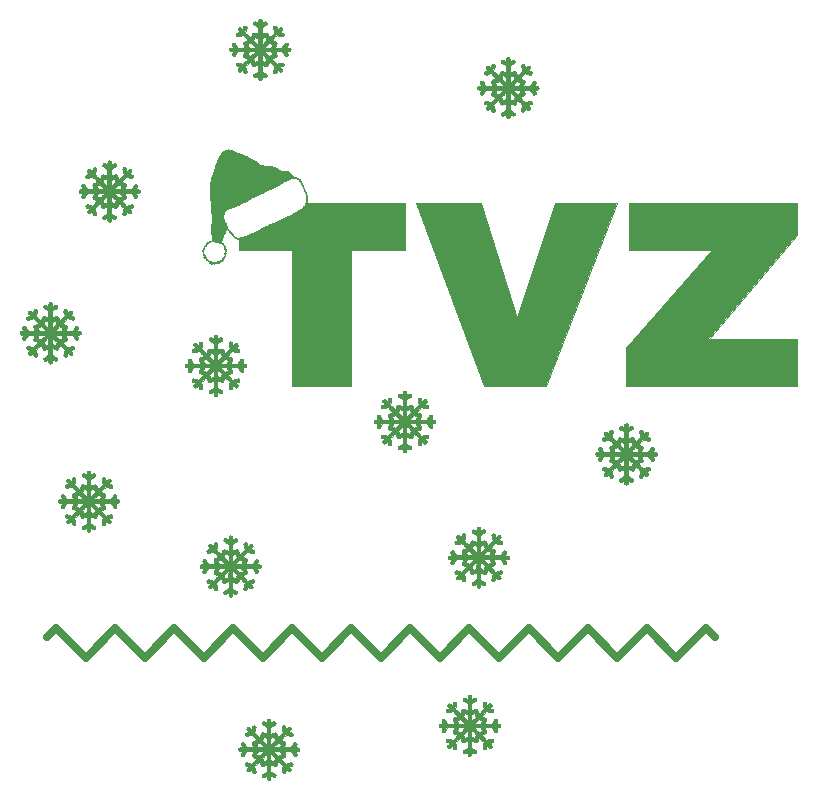
<source format=gbr>
%TF.GenerationSoftware,KiCad,Pcbnew,(5.1.10)-1*%
%TF.CreationDate,2021-10-20T07:51:27+02:00*%
%TF.ProjectId,TVZ_kuglica,54565a5f-6b75-4676-9c69-63612e6b6963,rev?*%
%TF.SameCoordinates,Original*%
%TF.FileFunction,Legend,Top*%
%TF.FilePolarity,Positive*%
%FSLAX46Y46*%
G04 Gerber Fmt 4.6, Leading zero omitted, Abs format (unit mm)*
G04 Created by KiCad (PCBNEW (5.1.10)-1) date 2021-10-20 07:51:27*
%MOMM*%
%LPD*%
G01*
G04 APERTURE LIST*
%ADD10C,0.120000*%
%ADD11C,0.700000*%
%ADD12C,0.100000*%
%ADD13C,0.010000*%
G04 APERTURE END LIST*
D10*
X122580000Y-86200000D02*
X122730000Y-86210000D01*
X122510000Y-86260000D02*
X122580000Y-86200000D01*
X122370000Y-86290000D02*
X122510000Y-86260000D01*
X122400000Y-86340000D02*
X122370000Y-86290000D01*
X122220000Y-86430000D02*
X122400000Y-86340000D01*
X122230000Y-86480000D02*
X122220000Y-86430000D01*
X122130000Y-86590000D02*
X122230000Y-86480000D01*
X122030000Y-86700000D02*
X122130000Y-86590000D01*
X121980000Y-86800000D02*
X122030000Y-86700000D01*
X121950000Y-86980000D02*
X121980000Y-86800000D01*
X121870000Y-87040000D02*
X121950000Y-86980000D01*
X121940000Y-87090000D02*
X121870000Y-87040000D01*
X121910000Y-87220000D02*
X121940000Y-87090000D01*
X121950000Y-87330000D02*
X121910000Y-87220000D01*
X122070000Y-87390000D02*
X121950000Y-87330000D01*
X121970000Y-87580000D02*
X122070000Y-87390000D01*
X122110000Y-87520000D02*
X121970000Y-87580000D01*
X122060000Y-87660000D02*
X122110000Y-87520000D01*
X122180000Y-87610000D02*
X122060000Y-87660000D01*
X122210000Y-87780000D02*
X122180000Y-87610000D01*
X122310000Y-87860000D02*
X122210000Y-87780000D01*
X122450000Y-87920000D02*
X122310000Y-87860000D01*
X122500000Y-88070000D02*
X122450000Y-87920000D01*
X122580000Y-87960000D02*
X122500000Y-88070000D01*
X122640000Y-88060000D02*
X122580000Y-87960000D01*
X122720000Y-88140000D02*
X122640000Y-88060000D01*
X122810000Y-88030000D02*
X122720000Y-88140000D01*
X122890000Y-88130000D02*
X122810000Y-88030000D01*
X122930000Y-88030000D02*
X122890000Y-88130000D01*
X123050000Y-88100000D02*
X122930000Y-88030000D01*
X123070000Y-88000000D02*
X123050000Y-88100000D01*
X123170000Y-88040000D02*
X123070000Y-88000000D01*
X123170000Y-87930000D02*
X123170000Y-88040000D01*
X123290000Y-87930000D02*
X123170000Y-87930000D01*
X123410000Y-87930000D02*
X123290000Y-87930000D01*
X123420000Y-87850000D02*
X123410000Y-87930000D01*
X123480000Y-87840000D02*
X123420000Y-87850000D01*
X123580000Y-87850000D02*
X123480000Y-87840000D01*
X123540000Y-87740000D02*
X123580000Y-87850000D01*
X123600000Y-87700000D02*
X123540000Y-87740000D01*
X123600000Y-87570000D02*
X123600000Y-87700000D01*
X123700000Y-87630000D02*
X123600000Y-87570000D01*
X123710000Y-87560000D02*
X123700000Y-87630000D01*
X123760000Y-87470000D02*
X123710000Y-87560000D01*
X123830000Y-87460000D02*
X123760000Y-87470000D01*
X123790000Y-87400000D02*
X123830000Y-87460000D01*
X123720000Y-87230000D02*
X123790000Y-87400000D01*
X123840000Y-87240000D02*
X123720000Y-87230000D01*
X123800000Y-87170000D02*
X123840000Y-87240000D01*
X123790000Y-87080000D02*
X123800000Y-87170000D01*
X123840000Y-87070000D02*
X123790000Y-87080000D01*
X123830000Y-86990000D02*
X123840000Y-87070000D01*
X123890000Y-86930000D02*
X123830000Y-86990000D01*
X123820000Y-86910000D02*
X123890000Y-86930000D01*
X123780000Y-86850000D02*
X123820000Y-86910000D01*
X123780000Y-86780000D02*
X123780000Y-86850000D01*
X123770000Y-86690000D02*
X123780000Y-86780000D01*
X123750000Y-86600000D02*
X123770000Y-86690000D01*
X123640000Y-86540000D02*
X123750000Y-86600000D01*
X123600000Y-86440000D02*
X123640000Y-86540000D01*
X123460000Y-86370000D02*
X123600000Y-86440000D01*
X123390000Y-86340000D02*
X123460000Y-86370000D01*
X123340000Y-86270000D02*
X123390000Y-86340000D01*
X123200000Y-86320000D02*
X123340000Y-86270000D01*
X123130000Y-86250000D02*
X123200000Y-86320000D01*
X123000000Y-86290000D02*
X123130000Y-86250000D01*
X122910000Y-86220000D02*
X123000000Y-86290000D01*
X122810000Y-86260000D02*
X122910000Y-86220000D01*
X122730000Y-86210000D02*
X122810000Y-86260000D01*
X122720000Y-86030000D02*
X122730000Y-86210000D01*
X122670000Y-85810000D02*
X122720000Y-86030000D01*
X122620000Y-85530000D02*
X122670000Y-85810000D01*
X122590000Y-85350000D02*
X122620000Y-85530000D01*
X122590000Y-85180000D02*
X122590000Y-85350000D01*
X122630000Y-84940000D02*
X122590000Y-85180000D01*
X122670000Y-84740000D02*
X122630000Y-84940000D01*
X122720000Y-84480000D02*
X122670000Y-84740000D01*
X122720000Y-84250000D02*
X122720000Y-84480000D01*
X122690000Y-84000000D02*
X122720000Y-84250000D01*
X122640000Y-83640000D02*
X122690000Y-84000000D01*
X122600000Y-83330000D02*
X122640000Y-83640000D01*
X122580000Y-82850000D02*
X122600000Y-83330000D01*
X122560000Y-82680000D02*
X122580000Y-82850000D01*
X122540000Y-82310000D02*
X122560000Y-82680000D01*
X122530000Y-82090000D02*
X122540000Y-82310000D01*
X122540000Y-81690000D02*
X122530000Y-82090000D01*
X122540000Y-81500000D02*
X122540000Y-81690000D01*
X122580000Y-81200000D02*
X122540000Y-81500000D01*
X122620000Y-80950000D02*
X122580000Y-81200000D01*
X122750000Y-80570000D02*
X122620000Y-80950000D01*
X122850000Y-80310000D02*
X122750000Y-80570000D01*
X122990000Y-79910000D02*
X122850000Y-80310000D01*
X123060000Y-79720000D02*
X122990000Y-79910000D01*
X123150000Y-79450000D02*
X123060000Y-79720000D01*
X123250000Y-79220000D02*
X123150000Y-79450000D01*
X123340000Y-79050000D02*
X123250000Y-79220000D01*
X123460000Y-78880000D02*
X123340000Y-79050000D01*
X123560000Y-78770000D02*
X123460000Y-78880000D01*
X123650000Y-78660000D02*
X123560000Y-78770000D01*
X123780000Y-78580000D02*
X123650000Y-78660000D01*
X123880000Y-78520000D02*
X123780000Y-78580000D01*
X123970000Y-78500000D02*
X123880000Y-78520000D01*
X124060000Y-78500000D02*
X123970000Y-78500000D01*
X124210000Y-78530000D02*
X124060000Y-78500000D01*
X124430000Y-78610000D02*
X124210000Y-78530000D01*
X124600000Y-78680000D02*
X124430000Y-78610000D01*
X124800000Y-78760000D02*
X124600000Y-78680000D01*
X125000000Y-78850000D02*
X124800000Y-78760000D01*
X125320000Y-78960000D02*
X125000000Y-78850000D01*
X125530000Y-79050000D02*
X125320000Y-78960000D01*
X125780000Y-79150000D02*
X125530000Y-79050000D01*
X126010000Y-79280000D02*
X125780000Y-79150000D01*
X126220000Y-79380000D02*
X126010000Y-79280000D01*
X126380000Y-79470000D02*
X126220000Y-79380000D01*
X126490000Y-79540000D02*
X126380000Y-79470000D01*
X126620000Y-79700000D02*
X126490000Y-79540000D01*
X126690000Y-79770000D02*
X126620000Y-79700000D01*
X126770000Y-79800000D02*
X126690000Y-79770000D01*
X126900000Y-79830000D02*
X126770000Y-79800000D01*
X127020000Y-79860000D02*
X126900000Y-79830000D01*
X127180000Y-79870000D02*
X127020000Y-79860000D01*
X127380000Y-79870000D02*
X127180000Y-79870000D01*
X127490000Y-79870000D02*
X127380000Y-79870000D01*
X128160000Y-80090000D02*
X127490000Y-79870000D01*
X128280000Y-80150000D02*
X128160000Y-80090000D01*
X128400000Y-80220000D02*
X128280000Y-80150000D01*
X128520000Y-80290000D02*
X128400000Y-80220000D01*
X128640000Y-80290000D02*
X128520000Y-80290000D01*
X128950000Y-80300000D02*
X128640000Y-80290000D01*
X129080000Y-80330000D02*
X128950000Y-80300000D01*
X129260000Y-80420000D02*
X129080000Y-80330000D01*
X129340000Y-80460000D02*
X129260000Y-80420000D01*
X129410000Y-80550000D02*
X129340000Y-80460000D01*
X129470000Y-80620000D02*
X129410000Y-80550000D01*
X129520000Y-80730000D02*
X129470000Y-80620000D01*
X129560000Y-80840000D02*
X129520000Y-80730000D01*
X123950000Y-85100000D02*
X124040000Y-85250000D01*
X123870000Y-84920000D02*
X123950000Y-85100000D01*
X123820000Y-84800000D02*
X123870000Y-84920000D01*
X123740000Y-84640000D02*
X123820000Y-84800000D01*
X123680000Y-84500000D02*
X123740000Y-84640000D01*
X123640000Y-84390000D02*
X123680000Y-84500000D01*
X123620000Y-84260000D02*
X123640000Y-84390000D01*
X123610000Y-84110000D02*
X123620000Y-84260000D01*
X123610000Y-83950000D02*
X123610000Y-84110000D01*
X123620000Y-83870000D02*
X123610000Y-83950000D01*
X123670000Y-83770000D02*
X123620000Y-83870000D01*
X123700000Y-83690000D02*
X123670000Y-83770000D01*
X123760000Y-83600000D02*
X123700000Y-83690000D01*
X123860000Y-83530000D02*
X123760000Y-83600000D01*
X123980000Y-83470000D02*
X123860000Y-83530000D01*
X124170000Y-83390000D02*
X123980000Y-83470000D01*
X124520000Y-83280000D02*
X124170000Y-83390000D01*
X124990000Y-83080000D02*
X124520000Y-83280000D01*
X125190000Y-82960000D02*
X124990000Y-83080000D01*
X125440000Y-82820000D02*
X125190000Y-82960000D01*
X125640000Y-82710000D02*
X125440000Y-82820000D01*
X125960000Y-82520000D02*
X125640000Y-82710000D01*
X126160000Y-82450000D02*
X125960000Y-82520000D01*
X126380000Y-82340000D02*
X126160000Y-82450000D01*
X126590000Y-82260000D02*
X126380000Y-82340000D01*
X126870000Y-82130000D02*
X126590000Y-82260000D01*
X127080000Y-82040000D02*
X126870000Y-82130000D01*
X127280000Y-81920000D02*
X127080000Y-82040000D01*
X127520000Y-81790000D02*
X127280000Y-81920000D01*
X127730000Y-81690000D02*
X127520000Y-81790000D01*
X127960000Y-81590000D02*
X127730000Y-81690000D01*
X128160000Y-81490000D02*
X127960000Y-81590000D01*
X128370000Y-81370000D02*
X128160000Y-81490000D01*
X128560000Y-81270000D02*
X128370000Y-81370000D01*
X128750000Y-81150000D02*
X128560000Y-81270000D01*
X128860000Y-81100000D02*
X128750000Y-81150000D01*
X128940000Y-81040000D02*
X128860000Y-81100000D01*
X129060000Y-81010000D02*
X128940000Y-81040000D01*
X129140000Y-80960000D02*
X129060000Y-81010000D01*
X129250000Y-80930000D02*
X129140000Y-80960000D01*
X129360000Y-80890000D02*
X129250000Y-80930000D01*
X129450000Y-80860000D02*
X129360000Y-80890000D01*
X129560000Y-80830000D02*
X129450000Y-80860000D01*
X129630000Y-80830000D02*
X129560000Y-80830000D01*
X129760000Y-80840000D02*
X129630000Y-80830000D01*
X129850000Y-80870000D02*
X129760000Y-80840000D01*
X129910000Y-80910000D02*
X129850000Y-80870000D01*
X130000000Y-80960000D02*
X129910000Y-80910000D01*
X130080000Y-81040000D02*
X130000000Y-80960000D01*
X130130000Y-81080000D02*
X130080000Y-81040000D01*
X130210000Y-81210000D02*
X130130000Y-81080000D01*
X130290000Y-81370000D02*
X130210000Y-81210000D01*
X130380000Y-81580000D02*
X130290000Y-81370000D01*
X130430000Y-81680000D02*
X130380000Y-81580000D01*
X130500000Y-81870000D02*
X130430000Y-81680000D01*
X130570000Y-82020000D02*
X130500000Y-81870000D01*
X130620000Y-82170000D02*
X130570000Y-82020000D01*
X130690000Y-82340000D02*
X130620000Y-82170000D01*
X130710000Y-82510000D02*
X130690000Y-82340000D01*
X130720000Y-82700000D02*
X130710000Y-82510000D01*
X130700000Y-82870000D02*
X130720000Y-82700000D01*
X130660000Y-83030000D02*
X130700000Y-82870000D01*
X130610000Y-83140000D02*
X130660000Y-83030000D01*
X130540000Y-83240000D02*
X130610000Y-83140000D01*
X130390000Y-83410000D02*
X130540000Y-83240000D01*
X130190000Y-83550000D02*
X130390000Y-83410000D01*
X129940000Y-83700000D02*
X130190000Y-83550000D01*
X129810000Y-83800000D02*
X129940000Y-83700000D01*
X129590000Y-83920000D02*
X129810000Y-83800000D01*
X129380000Y-84010000D02*
X129590000Y-83920000D01*
X129150000Y-84120000D02*
X129380000Y-84010000D01*
X128860000Y-84240000D02*
X129150000Y-84120000D01*
X128570000Y-84410000D02*
X128860000Y-84240000D01*
X128300000Y-84560000D02*
X128570000Y-84410000D01*
X128000000Y-84680000D02*
X128300000Y-84560000D01*
X127730000Y-84800000D02*
X128000000Y-84680000D01*
X127390000Y-84930000D02*
X127730000Y-84800000D01*
X127210000Y-85010000D02*
X127390000Y-84930000D01*
X126980000Y-85120000D02*
X127210000Y-85010000D01*
X126850000Y-85220000D02*
X126980000Y-85120000D01*
X126580000Y-85360000D02*
X126850000Y-85220000D01*
X126300000Y-85500000D02*
X126580000Y-85360000D01*
X125990000Y-85630000D02*
X126300000Y-85500000D01*
X125630000Y-85760000D02*
X125990000Y-85630000D01*
X125370000Y-85860000D02*
X125630000Y-85760000D01*
X125230000Y-85910000D02*
X125370000Y-85860000D01*
X125100000Y-85950000D02*
X125230000Y-85910000D01*
X124940000Y-85970000D02*
X125100000Y-85950000D01*
X124840000Y-85980000D02*
X124940000Y-85970000D01*
X124750000Y-85960000D02*
X124840000Y-85980000D01*
X124660000Y-85930000D02*
X124750000Y-85960000D01*
X124610000Y-85890000D02*
X124660000Y-85930000D01*
X124520000Y-85820000D02*
X124610000Y-85890000D01*
X124430000Y-85730000D02*
X124520000Y-85820000D01*
X124350000Y-85640000D02*
X124430000Y-85730000D01*
X124250000Y-85520000D02*
X124350000Y-85640000D01*
X124160000Y-85410000D02*
X124250000Y-85520000D01*
X124110000Y-85330000D02*
X124160000Y-85410000D01*
X124040000Y-85250000D02*
X124110000Y-85330000D01*
X123990000Y-85220000D02*
X124040000Y-85250000D01*
X123940000Y-85240000D02*
X123990000Y-85220000D01*
X123880000Y-85310000D02*
X123940000Y-85240000D01*
X123830000Y-85390000D02*
X123880000Y-85310000D01*
X123770000Y-85460000D02*
X123830000Y-85390000D01*
X123720000Y-85590000D02*
X123770000Y-85460000D01*
X123660000Y-85730000D02*
X123720000Y-85590000D01*
X123610000Y-85880000D02*
X123660000Y-85730000D01*
X123570000Y-85990000D02*
X123610000Y-85880000D01*
X123530000Y-86110000D02*
X123570000Y-85990000D01*
X123480000Y-86220000D02*
X123530000Y-86110000D01*
X123390000Y-86330000D02*
X123480000Y-86220000D01*
D11*
X157000000Y-121500000D02*
X154500000Y-119000000D01*
X122000000Y-121500000D02*
X119500000Y-119000000D01*
X117000000Y-121500000D02*
X114500000Y-119000000D01*
X129500000Y-119000000D02*
X127000000Y-121500000D01*
X137000000Y-121500000D02*
X134500000Y-119000000D01*
X112000000Y-121500000D02*
X109500000Y-119000000D01*
X139500000Y-119000000D02*
X137000000Y-121500000D01*
X134500000Y-119000000D02*
X132000000Y-121500000D01*
X152000000Y-121500000D02*
X149500000Y-119000000D01*
X109500000Y-119000000D02*
X108750000Y-119750000D01*
X147000000Y-121500000D02*
X144500000Y-119000000D01*
X154500000Y-119000000D02*
X152000000Y-121500000D01*
X165250000Y-119750000D02*
X164500000Y-119000000D01*
X127000000Y-121500000D02*
X124500000Y-119000000D01*
X162000000Y-121500000D02*
X159500000Y-119000000D01*
X114500000Y-119000000D02*
X112000000Y-121500000D01*
X159500000Y-119000000D02*
X157000000Y-121500000D01*
X149500000Y-119000000D02*
X147000000Y-121500000D01*
X119500000Y-119000000D02*
X117000000Y-121500000D01*
X142000000Y-121500000D02*
X139500000Y-119000000D01*
X124500000Y-119000000D02*
X122000000Y-121500000D01*
X144500000Y-119000000D02*
X142000000Y-121500000D01*
X132000000Y-121500000D02*
X129500000Y-119000000D01*
X164500000Y-119000000D02*
X162000000Y-121500000D01*
D12*
G36*
X172250000Y-85750000D02*
G01*
X164750000Y-94500000D01*
X172250000Y-94500000D01*
X172250000Y-98500000D01*
X157750000Y-98500000D01*
X157750000Y-95250000D01*
X165000000Y-87000000D01*
X158000000Y-87000000D01*
X158000000Y-83000000D01*
X172250000Y-83000000D01*
X172250000Y-85750000D01*
G37*
X172250000Y-85750000D02*
X164750000Y-94500000D01*
X172250000Y-94500000D01*
X172250000Y-98500000D01*
X157750000Y-98500000D01*
X157750000Y-95250000D01*
X165000000Y-87000000D01*
X158000000Y-87000000D01*
X158000000Y-83000000D01*
X172250000Y-83000000D01*
X172250000Y-85750000D01*
G36*
X148500000Y-92750000D02*
G01*
X151750000Y-83000000D01*
X157000000Y-83000000D01*
X151000000Y-98500000D01*
X145750000Y-98500000D01*
X140000000Y-83000000D01*
X145500000Y-83000000D01*
X148500000Y-92750000D01*
G37*
X148500000Y-92750000D02*
X151750000Y-83000000D01*
X157000000Y-83000000D01*
X151000000Y-98500000D01*
X145750000Y-98500000D01*
X140000000Y-83000000D01*
X145500000Y-83000000D01*
X148500000Y-92750000D01*
G36*
X139000000Y-87000000D02*
G01*
X134500000Y-87000000D01*
X134500000Y-98500000D01*
X129500000Y-98500000D01*
X129500000Y-87000000D01*
X125000000Y-87000000D01*
X125000000Y-86000000D01*
X125750000Y-85750000D01*
X126580000Y-85360000D01*
X127390000Y-84930000D01*
X128860000Y-84240000D01*
X129590000Y-83920000D01*
X129940000Y-83700000D01*
X130250000Y-83500000D01*
X130540000Y-83240000D01*
X130750000Y-83000000D01*
X139000000Y-83000000D01*
X139000000Y-87000000D01*
G37*
X139000000Y-87000000D02*
X134500000Y-87000000D01*
X134500000Y-98500000D01*
X129500000Y-98500000D01*
X129500000Y-87000000D01*
X125000000Y-87000000D01*
X125000000Y-86000000D01*
X125750000Y-85750000D01*
X126580000Y-85360000D01*
X127390000Y-84930000D01*
X128860000Y-84240000D01*
X129590000Y-83920000D01*
X129940000Y-83700000D01*
X130250000Y-83500000D01*
X130540000Y-83240000D01*
X130750000Y-83000000D01*
X139000000Y-83000000D01*
X139000000Y-87000000D01*
D13*
%TO.C,G\u002A\u002A\u002A*%
G36*
X123864472Y-78506910D02*
G01*
X123940429Y-78483644D01*
X124018597Y-78472993D01*
X124100620Y-78475029D01*
X124188149Y-78489824D01*
X124282833Y-78517453D01*
X124308082Y-78526472D01*
X124335211Y-78537002D01*
X124374246Y-78552862D01*
X124422578Y-78572958D01*
X124477596Y-78596192D01*
X124536691Y-78621468D01*
X124597253Y-78647690D01*
X124612902Y-78654520D01*
X124674547Y-78680806D01*
X124747696Y-78710890D01*
X124828844Y-78743397D01*
X124914488Y-78776952D01*
X125001122Y-78810180D01*
X125085240Y-78841706D01*
X125153485Y-78866619D01*
X125228449Y-78893697D01*
X125295129Y-78918137D01*
X125355384Y-78940767D01*
X125411069Y-78962415D01*
X125464041Y-78983912D01*
X125516159Y-79006083D01*
X125569278Y-79029759D01*
X125625255Y-79055767D01*
X125685949Y-79084936D01*
X125753215Y-79118095D01*
X125828910Y-79156071D01*
X125914893Y-79199694D01*
X126013019Y-79249792D01*
X126017361Y-79252013D01*
X126112984Y-79301046D01*
X126195665Y-79343830D01*
X126266669Y-79381207D01*
X126327257Y-79414020D01*
X126378691Y-79443111D01*
X126422235Y-79469321D01*
X126459150Y-79493494D01*
X126490698Y-79516471D01*
X126518142Y-79539095D01*
X126542744Y-79562210D01*
X126565768Y-79586654D01*
X126588474Y-79613274D01*
X126612126Y-79642908D01*
X126621727Y-79655269D01*
X126647551Y-79687856D01*
X126671859Y-79717066D01*
X126692070Y-79739892D01*
X126705602Y-79753326D01*
X126706494Y-79754042D01*
X126723904Y-79762735D01*
X126751896Y-79771725D01*
X126785292Y-79779431D01*
X126795914Y-79781310D01*
X126838471Y-79789493D01*
X126886259Y-79800555D01*
X126929502Y-79812219D01*
X126932655Y-79813165D01*
X126980282Y-79826952D01*
X127022207Y-79837221D01*
X127061868Y-79844292D01*
X127102708Y-79848490D01*
X127148167Y-79850134D01*
X127201685Y-79849548D01*
X127266705Y-79847054D01*
X127285189Y-79846169D01*
X127384177Y-79843070D01*
X127472198Y-79844619D01*
X127553646Y-79851441D01*
X127632911Y-79864161D01*
X127714386Y-79883407D01*
X127802461Y-79909805D01*
X127854720Y-79927396D01*
X127934328Y-79956947D01*
X128011780Y-79989944D01*
X128090582Y-80028087D01*
X128174242Y-80073082D01*
X128266266Y-80126629D01*
X128271135Y-80129553D01*
X128335657Y-80167971D01*
X128389552Y-80198678D01*
X128435588Y-80222482D01*
X128476533Y-80240191D01*
X128515156Y-80252611D01*
X128554223Y-80260550D01*
X128596506Y-80264817D01*
X128644770Y-80266219D01*
X128701785Y-80265563D01*
X128734425Y-80264717D01*
X128785492Y-80263926D01*
X128837337Y-80264260D01*
X128885159Y-80265616D01*
X128924158Y-80267886D01*
X128937962Y-80269225D01*
X128986229Y-80277852D01*
X129042541Y-80292633D01*
X129102048Y-80311877D01*
X129159900Y-80333891D01*
X129211249Y-80356986D01*
X129247977Y-80377349D01*
X129327518Y-80437389D01*
X129398538Y-80510517D01*
X129460519Y-80596119D01*
X129512950Y-80693577D01*
X129514685Y-80697369D01*
X129535178Y-80740046D01*
X129551151Y-80767946D01*
X129562823Y-80781447D01*
X129564274Y-80782281D01*
X129577335Y-80785111D01*
X129602652Y-80787968D01*
X129636608Y-80790521D01*
X129675586Y-80792443D01*
X129676631Y-80792482D01*
X129764632Y-80801141D01*
X129844738Y-80821057D01*
X129919249Y-80853284D01*
X129990463Y-80898878D01*
X130060680Y-80958894D01*
X130079513Y-80977453D01*
X130110182Y-81010335D01*
X130142318Y-81047785D01*
X130170267Y-81083131D01*
X130177199Y-81092623D01*
X130207821Y-81139913D01*
X130242445Y-81200994D01*
X130280406Y-81274482D01*
X130321033Y-81358997D01*
X130363658Y-81453157D01*
X130407611Y-81555581D01*
X130442979Y-81641787D01*
X130469890Y-81708525D01*
X130498977Y-81780411D01*
X130528562Y-81853314D01*
X130556967Y-81923103D01*
X130582514Y-81985650D01*
X130600035Y-82028349D01*
X130642127Y-82133524D01*
X130676833Y-82227236D01*
X130704684Y-82311785D01*
X130726208Y-82389468D01*
X130741935Y-82462585D01*
X130752394Y-82533435D01*
X130758113Y-82604318D01*
X130759621Y-82677531D01*
X130758879Y-82718604D01*
X130751970Y-82809673D01*
X130737213Y-82901866D01*
X130715595Y-82991233D01*
X130688101Y-83073823D01*
X130655723Y-83145688D01*
X130649012Y-83157960D01*
X130605655Y-83224038D01*
X130549264Y-83293218D01*
X130481904Y-83363701D01*
X130405641Y-83433684D01*
X130322538Y-83501368D01*
X130234661Y-83564951D01*
X130144074Y-83622633D01*
X130067303Y-83665257D01*
X130010917Y-83695403D01*
X129965275Y-83722359D01*
X129926313Y-83748661D01*
X129895085Y-83772661D01*
X129864028Y-83797531D01*
X129833388Y-83821548D01*
X129807917Y-83841007D01*
X129798740Y-83847773D01*
X129768823Y-83866457D01*
X129725316Y-83889421D01*
X129669713Y-83915999D01*
X129603507Y-83945528D01*
X129528194Y-83977342D01*
X129445269Y-84010777D01*
X129356224Y-84045168D01*
X129348173Y-84048207D01*
X129234728Y-84091963D01*
X129133488Y-84133342D01*
X129041266Y-84173856D01*
X128954880Y-84215017D01*
X128871142Y-84258338D01*
X128786865Y-84305333D01*
X128706421Y-84352929D01*
X128652787Y-84385062D01*
X128603236Y-84413876D01*
X128554801Y-84440954D01*
X128504514Y-84467873D01*
X128449410Y-84496214D01*
X128386521Y-84527556D01*
X128312881Y-84563479D01*
X128292477Y-84573345D01*
X128233462Y-84601697D01*
X128178196Y-84627895D01*
X128125048Y-84652634D01*
X128072385Y-84676612D01*
X128018576Y-84700525D01*
X127961987Y-84725073D01*
X127900987Y-84750950D01*
X127833943Y-84778854D01*
X127759222Y-84809485D01*
X127675193Y-84843536D01*
X127580224Y-84881707D01*
X127472681Y-84924694D01*
X127430673Y-84941443D01*
X127342290Y-84976920D01*
X127266384Y-85008118D01*
X127200543Y-85036270D01*
X127142355Y-85062611D01*
X127089411Y-85088373D01*
X127039298Y-85114790D01*
X126989608Y-85143097D01*
X126937926Y-85174525D01*
X126881843Y-85210309D01*
X126818948Y-85251682D01*
X126801338Y-85263403D01*
X126743507Y-85300876D01*
X126685719Y-85335921D01*
X126626221Y-85369355D01*
X126563265Y-85401997D01*
X126495103Y-85434661D01*
X126419983Y-85468165D01*
X126336155Y-85503327D01*
X126241871Y-85540965D01*
X126135380Y-85581892D01*
X126053364Y-85612668D01*
X125983224Y-85638825D01*
X125920410Y-85662372D01*
X125862688Y-85684184D01*
X125807821Y-85705136D01*
X125753577Y-85726097D01*
X125697718Y-85747946D01*
X125638011Y-85771551D01*
X125572219Y-85797789D01*
X125498109Y-85827533D01*
X125413446Y-85861656D01*
X125331074Y-85894932D01*
X125239438Y-85931059D01*
X125160176Y-85960168D01*
X125091632Y-85982663D01*
X125032151Y-85998954D01*
X124980074Y-86009443D01*
X124933745Y-86014540D01*
X124891506Y-86014648D01*
X124857264Y-86011073D01*
X124789788Y-85993375D01*
X124718175Y-85960396D01*
X124642465Y-85912171D01*
X124562700Y-85848737D01*
X124478918Y-85770127D01*
X124391162Y-85676376D01*
X124299472Y-85567519D01*
X124209162Y-85450690D01*
X124159057Y-85383797D01*
X124117071Y-85328994D01*
X124082082Y-85285461D01*
X124052973Y-85252373D01*
X124028626Y-85228913D01*
X124007923Y-85214255D01*
X123989745Y-85207580D01*
X123972973Y-85208065D01*
X123956492Y-85214888D01*
X123939179Y-85227229D01*
X123923604Y-85240866D01*
X123896544Y-85270183D01*
X123865102Y-85311833D01*
X123830745Y-85363393D01*
X123794944Y-85422437D01*
X123759167Y-85486541D01*
X123724884Y-85553282D01*
X123693564Y-85620237D01*
X123693244Y-85620960D01*
X123678976Y-85655767D01*
X123661695Y-85701967D01*
X123642757Y-85755689D01*
X123623517Y-85813066D01*
X123605334Y-85870227D01*
X123601722Y-85882021D01*
X123575092Y-85966180D01*
X123550127Y-86037203D01*
X123525725Y-86097590D01*
X123500787Y-86149840D01*
X123474214Y-86196449D01*
X123444904Y-86239917D01*
X123442902Y-86242660D01*
X123420832Y-86275247D01*
X123409957Y-86297673D01*
X123409493Y-86309874D01*
X123421071Y-86322438D01*
X123438395Y-86331348D01*
X123453700Y-86332776D01*
X123454978Y-86332290D01*
X123470736Y-86332638D01*
X123488646Y-86343239D01*
X123503044Y-86360525D01*
X123504596Y-86363568D01*
X123513555Y-86376496D01*
X123529254Y-86387962D01*
X123554981Y-86399994D01*
X123577974Y-86408836D01*
X123606744Y-86420577D01*
X123628268Y-86431607D01*
X123639212Y-86440133D01*
X123639924Y-86442202D01*
X123635722Y-86456434D01*
X123628386Y-86473204D01*
X123621850Y-86490291D01*
X123621116Y-86500756D01*
X123629462Y-86506725D01*
X123648861Y-86516626D01*
X123675585Y-86528600D01*
X123683992Y-86532120D01*
X123714311Y-86545197D01*
X123733480Y-86555728D01*
X123745260Y-86566612D01*
X123753414Y-86580748D01*
X123756516Y-86587995D01*
X123768425Y-86612395D01*
X123781637Y-86633066D01*
X123784225Y-86636236D01*
X123793483Y-86650170D01*
X123790222Y-86661723D01*
X123783731Y-86669093D01*
X123775475Y-86684087D01*
X123777281Y-86703455D01*
X123789796Y-86729112D01*
X123813665Y-86762977D01*
X123816676Y-86766858D01*
X123834086Y-86793490D01*
X123838076Y-86813553D01*
X123828303Y-86829481D01*
X123805916Y-86843015D01*
X123789059Y-86853048D01*
X123781509Y-86861975D01*
X123781667Y-86863839D01*
X123790288Y-86870074D01*
X123810158Y-86879979D01*
X123837607Y-86891791D01*
X123849435Y-86896478D01*
X123878490Y-86908066D01*
X123901130Y-86917739D01*
X123913838Y-86923968D01*
X123915357Y-86925157D01*
X123910360Y-86931232D01*
X123895621Y-86942451D01*
X123884361Y-86949953D01*
X123859497Y-86969502D01*
X123846955Y-86990618D01*
X123845618Y-87017138D01*
X123854373Y-87052905D01*
X123854411Y-87053026D01*
X123862028Y-87078120D01*
X123863943Y-87092616D01*
X123859587Y-87100939D01*
X123848395Y-87107511D01*
X123847356Y-87108012D01*
X123837082Y-87113654D01*
X123831712Y-87120630D01*
X123830997Y-87132492D01*
X123834688Y-87152794D01*
X123842081Y-87183269D01*
X123849211Y-87213761D01*
X123854093Y-87238373D01*
X123855957Y-87253060D01*
X123855766Y-87255072D01*
X123847517Y-87257170D01*
X123830082Y-87253902D01*
X123824185Y-87252055D01*
X123803963Y-87245855D01*
X123790434Y-87244470D01*
X123783413Y-87249630D01*
X123782719Y-87263064D01*
X123788168Y-87286501D01*
X123799577Y-87321670D01*
X123812842Y-87359327D01*
X123823698Y-87391938D01*
X123831487Y-87419656D01*
X123835210Y-87438661D01*
X123835072Y-87444304D01*
X123826019Y-87454205D01*
X123807540Y-87466852D01*
X123795320Y-87473565D01*
X123773073Y-87487142D01*
X123757187Y-87503804D01*
X123745952Y-87526883D01*
X123737655Y-87559707D01*
X123731696Y-87597294D01*
X123724890Y-87632266D01*
X123715666Y-87652168D01*
X123703277Y-87657720D01*
X123686971Y-87649637D01*
X123681748Y-87645163D01*
X123664233Y-87631037D01*
X123654435Y-87629296D01*
X123651057Y-87640943D01*
X123652797Y-87666982D01*
X123652859Y-87667512D01*
X123654751Y-87695594D01*
X123651560Y-87709702D01*
X123642361Y-87711177D01*
X123628482Y-87703032D01*
X123619051Y-87697073D01*
X123615955Y-87699537D01*
X123618630Y-87712977D01*
X123622957Y-87728008D01*
X123630241Y-87758700D01*
X123628806Y-87779642D01*
X123616640Y-87795230D01*
X123591730Y-87809858D01*
X123583764Y-87813655D01*
X123541157Y-87833523D01*
X123558135Y-87857216D01*
X123568504Y-87872873D01*
X123568847Y-87880119D01*
X123558748Y-87883176D01*
X123555528Y-87883643D01*
X123537928Y-87884461D01*
X123510385Y-87884004D01*
X123478772Y-87882371D01*
X123477881Y-87882309D01*
X123448307Y-87880406D01*
X123431992Y-87880310D01*
X123426362Y-87882651D01*
X123428843Y-87888057D01*
X123433311Y-87893207D01*
X123452955Y-87915982D01*
X123462761Y-87930648D01*
X123464269Y-87940162D01*
X123460746Y-87945840D01*
X123446057Y-87952679D01*
X123417979Y-87958177D01*
X123378964Y-87962115D01*
X123331458Y-87964270D01*
X123277908Y-87964418D01*
X123260348Y-87964019D01*
X123210779Y-87963435D01*
X123176644Y-87965265D01*
X123157626Y-87969924D01*
X123153409Y-87977831D01*
X123163677Y-87989402D01*
X123188114Y-88005054D01*
X123217418Y-88020675D01*
X123244360Y-88034846D01*
X123265200Y-88046675D01*
X123276363Y-88054104D01*
X123277263Y-88055106D01*
X123274065Y-88062798D01*
X123257993Y-88068424D01*
X123231997Y-88071197D01*
X123216763Y-88071280D01*
X123190211Y-88067466D01*
X123156701Y-88058297D01*
X123123367Y-88045736D01*
X123122518Y-88045361D01*
X123095530Y-88034238D01*
X123074541Y-88027245D01*
X123063290Y-88025580D01*
X123062473Y-88026078D01*
X123062812Y-88036097D01*
X123067517Y-88056287D01*
X123073998Y-88077440D01*
X123081090Y-88101873D01*
X123084148Y-88119553D01*
X123082951Y-88126010D01*
X123073649Y-88124038D01*
X123053090Y-88116467D01*
X123024351Y-88104514D01*
X122991953Y-88090058D01*
X122954024Y-88073441D01*
X122919204Y-88059673D01*
X122889676Y-88049425D01*
X122867625Y-88043366D01*
X122855236Y-88042172D01*
X122854694Y-88046512D01*
X122856517Y-88048405D01*
X122885976Y-88078236D01*
X122901799Y-88100364D01*
X122904059Y-88115096D01*
X122892827Y-88122739D01*
X122873943Y-88123947D01*
X122847726Y-88118867D01*
X122825553Y-88109300D01*
X122805718Y-88098587D01*
X122778454Y-88085732D01*
X122760349Y-88077951D01*
X122726172Y-88067688D01*
X122699043Y-88069182D01*
X122676902Y-88083545D01*
X122657683Y-88111891D01*
X122645053Y-88140169D01*
X122636203Y-88159488D01*
X122628888Y-88170254D01*
X122626785Y-88171130D01*
X122622565Y-88163033D01*
X122616245Y-88143398D01*
X122609081Y-88116204D01*
X122607957Y-88111489D01*
X122597725Y-88073408D01*
X122585557Y-88036442D01*
X122572716Y-88003626D01*
X122560468Y-87977998D01*
X122550077Y-87962594D01*
X122544632Y-87959515D01*
X122536898Y-87966436D01*
X122524156Y-87984120D01*
X122508715Y-88009243D01*
X122502987Y-88019385D01*
X122487868Y-88045946D01*
X122475595Y-88065980D01*
X122468124Y-88076358D01*
X122466947Y-88077116D01*
X122465102Y-88069195D01*
X122463833Y-88049913D01*
X122463450Y-88028616D01*
X122460550Y-87986833D01*
X122450480Y-87954649D01*
X122431087Y-87929258D01*
X122400223Y-87907846D01*
X122355733Y-87887606D01*
X122355412Y-87887479D01*
X122306057Y-87865857D01*
X122268480Y-87843997D01*
X122238758Y-87819330D01*
X122221031Y-87799646D01*
X122208313Y-87782261D01*
X122199293Y-87764211D01*
X122192099Y-87740589D01*
X122184855Y-87706491D01*
X122184273Y-87703453D01*
X122176565Y-87663752D01*
X122170154Y-87637589D01*
X122163105Y-87622961D01*
X122153487Y-87617861D01*
X122139370Y-87620286D01*
X122118820Y-87628230D01*
X122113772Y-87630302D01*
X122088197Y-87640177D01*
X122072937Y-87643661D01*
X122063886Y-87640990D01*
X122057664Y-87633539D01*
X122053785Y-87619458D01*
X122093509Y-87600935D01*
X122100697Y-87599987D01*
X122115934Y-87591839D01*
X122121613Y-87588145D01*
X122142148Y-87576911D01*
X122159282Y-87575716D01*
X122169768Y-87578724D01*
X122185075Y-87586505D01*
X122196183Y-87598882D01*
X122204564Y-87618950D01*
X122211691Y-87649801D01*
X122216216Y-87676264D01*
X122226075Y-87724620D01*
X122239847Y-87761530D01*
X122260163Y-87790244D01*
X122289653Y-87814016D01*
X122330945Y-87836094D01*
X122353558Y-87846123D01*
X122397845Y-87865983D01*
X122429645Y-87882936D01*
X122451622Y-87898826D01*
X122466440Y-87915498D01*
X122474613Y-87929959D01*
X122483519Y-87946981D01*
X122491188Y-87951426D01*
X122502678Y-87945291D01*
X122506464Y-87942541D01*
X122535998Y-87926434D01*
X122561447Y-87924936D01*
X122583276Y-87938326D01*
X122601952Y-87966884D01*
X122617422Y-88009089D01*
X122625374Y-88036227D01*
X122631531Y-88056736D01*
X122634641Y-88066455D01*
X122634716Y-88066632D01*
X122640597Y-88064115D01*
X122652593Y-88053336D01*
X122652948Y-88052974D01*
X122682829Y-88032858D01*
X122718682Y-88027297D01*
X122760021Y-88036342D01*
X122770211Y-88040475D01*
X122794297Y-88050487D01*
X122807161Y-88053757D01*
X122811862Y-88050481D01*
X122811780Y-88043127D01*
X122816305Y-88023162D01*
X122832431Y-88008002D01*
X122848760Y-88002692D01*
X122862100Y-88004607D01*
X122886462Y-88011318D01*
X122918131Y-88021711D01*
X122946644Y-88032082D01*
X122979987Y-88044536D01*
X123007417Y-88054404D01*
X123025828Y-88060596D01*
X123032093Y-88062145D01*
X123031545Y-88055031D01*
X123028177Y-88046454D01*
X123025924Y-88027182D01*
X123031726Y-88005114D01*
X123043055Y-87988067D01*
X123048170Y-87984583D01*
X123062379Y-87983789D01*
X123083783Y-87988328D01*
X123090348Y-87990516D01*
X123109344Y-87996642D01*
X123116645Y-87996091D01*
X123115064Y-87988622D01*
X123114970Y-87988418D01*
X123112586Y-87970622D01*
X123115185Y-87957439D01*
X123126252Y-87942583D01*
X123147723Y-87932858D01*
X123181167Y-87927883D01*
X123228154Y-87927276D01*
X123237810Y-87927587D01*
X123273293Y-87928460D01*
X123310708Y-87928632D01*
X123346178Y-87928174D01*
X123375829Y-87927160D01*
X123395784Y-87925660D01*
X123401460Y-87924567D01*
X123401000Y-87917812D01*
X123394923Y-87907474D01*
X123388587Y-87886863D01*
X123394713Y-87865821D01*
X123411383Y-87850635D01*
X123412398Y-87850169D01*
X123429606Y-87846360D01*
X123454927Y-87844760D01*
X123467346Y-87844975D01*
X123506471Y-87846763D01*
X123515617Y-87821636D01*
X123524647Y-87804066D01*
X123539387Y-87792020D01*
X123559552Y-87782909D01*
X123594341Y-87769311D01*
X123582338Y-87723858D01*
X123576430Y-87688124D01*
X123580583Y-87664148D01*
X123594721Y-87652214D01*
X123601853Y-87650945D01*
X123610812Y-87646678D01*
X123610810Y-87643122D01*
X123610930Y-87629063D01*
X123617606Y-87610150D01*
X123627604Y-87594022D01*
X123633757Y-87588907D01*
X123648052Y-87588402D01*
X123667694Y-87594140D01*
X123668488Y-87594488D01*
X123692381Y-87605122D01*
X123699889Y-87557492D01*
X123712150Y-87509927D01*
X123732506Y-87474895D01*
X123762044Y-87450686D01*
X123770460Y-87446371D01*
X123784171Y-87439459D01*
X123792617Y-87432167D01*
X123795689Y-87421802D01*
X123793274Y-87405669D01*
X123785259Y-87381074D01*
X123771534Y-87345324D01*
X123765628Y-87330358D01*
X123755130Y-87300311D01*
X123747758Y-87272568D01*
X123745193Y-87254285D01*
X123751625Y-87229884D01*
X123768088Y-87212496D01*
X123790392Y-87206236D01*
X123793886Y-87206499D01*
X123806891Y-87207127D01*
X123809813Y-87205927D01*
X123807326Y-87197384D01*
X123802264Y-87178279D01*
X123798042Y-87161851D01*
X123791487Y-87128236D01*
X123792526Y-87104302D01*
X123801736Y-87085490D01*
X123808683Y-87077497D01*
X123817093Y-87060307D01*
X123815343Y-87048749D01*
X123808042Y-87020609D01*
X123808716Y-86990012D01*
X123816851Y-86963958D01*
X123822141Y-86956309D01*
X123834180Y-86942394D01*
X123840326Y-86934511D01*
X123834848Y-86929808D01*
X123818563Y-86921776D01*
X123804320Y-86915853D01*
X123771323Y-86899971D01*
X123752845Y-86883050D01*
X123747545Y-86863310D01*
X123751419Y-86845566D01*
X123763572Y-86825047D01*
X123779745Y-86811429D01*
X123792386Y-86803425D01*
X123791353Y-86794542D01*
X123786576Y-86788537D01*
X123775514Y-86773823D01*
X123760717Y-86751480D01*
X123751735Y-86736910D01*
X123738873Y-86713578D01*
X123733995Y-86697779D01*
X123735840Y-86684139D01*
X123738021Y-86678450D01*
X123741847Y-86661840D01*
X123738368Y-86642348D01*
X123728385Y-86618105D01*
X123717804Y-86597103D01*
X123707191Y-86583248D01*
X123692126Y-86572813D01*
X123668187Y-86562072D01*
X123656236Y-86557291D01*
X123618048Y-86538680D01*
X123595110Y-86518762D01*
X123586811Y-86496761D01*
X123591215Y-86474854D01*
X123594979Y-86464021D01*
X123593015Y-86456691D01*
X123582462Y-86450212D01*
X123560458Y-86441935D01*
X123552794Y-86439260D01*
X123509331Y-86418485D01*
X123483485Y-86396027D01*
X123457332Y-86373405D01*
X123431680Y-86364910D01*
X123409516Y-86358097D01*
X123393605Y-86346815D01*
X123392391Y-86345170D01*
X123383609Y-86335571D01*
X123373096Y-86336902D01*
X123361235Y-86344535D01*
X123333927Y-86355740D01*
X123306721Y-86351703D01*
X123282278Y-86332847D01*
X123281417Y-86331818D01*
X123264919Y-86317679D01*
X123247620Y-86316958D01*
X123246087Y-86317412D01*
X123221138Y-86318402D01*
X123200215Y-86304199D01*
X123186030Y-86281417D01*
X123177131Y-86264254D01*
X123169219Y-86259693D01*
X123156772Y-86265861D01*
X123151222Y-86269594D01*
X123133679Y-86278503D01*
X123114941Y-86279347D01*
X123093097Y-86274237D01*
X123065495Y-86269046D01*
X123039477Y-86268642D01*
X123032465Y-86269783D01*
X123004198Y-86270957D01*
X122980407Y-86261788D01*
X122965295Y-86244508D01*
X122962214Y-86232461D01*
X122960814Y-86216275D01*
X122959887Y-86209650D01*
X122952916Y-86212006D01*
X122935063Y-86219746D01*
X122909754Y-86231369D01*
X122901114Y-86235438D01*
X122871579Y-86248964D01*
X122852031Y-86256094D01*
X122838326Y-86257675D01*
X122826322Y-86254552D01*
X122820484Y-86251891D01*
X122799935Y-86235605D01*
X122791901Y-86220999D01*
X122787581Y-86209794D01*
X122780868Y-86206267D01*
X122767571Y-86210207D01*
X122748838Y-86218856D01*
X122721586Y-86229559D01*
X122696959Y-86232207D01*
X122669565Y-86228654D01*
X122638197Y-86225008D01*
X122607019Y-86224865D01*
X122595134Y-86226142D01*
X122571207Y-86229196D01*
X122552310Y-86229970D01*
X122549327Y-86229727D01*
X122537689Y-86233727D01*
X122526150Y-86250507D01*
X122521614Y-86260163D01*
X122505687Y-86286891D01*
X122484154Y-86302514D01*
X122452490Y-86310124D01*
X122447706Y-86310654D01*
X122428909Y-86314268D01*
X122419812Y-86323095D01*
X122415787Y-86335439D01*
X122402876Y-86357526D01*
X122374560Y-86381743D01*
X122330724Y-86408176D01*
X122299179Y-86424064D01*
X122273396Y-86437295D01*
X122258586Y-86448166D01*
X122250932Y-86460081D01*
X122248059Y-86469694D01*
X122241407Y-86489802D01*
X122229823Y-86511499D01*
X122211826Y-86536731D01*
X122185936Y-86567444D01*
X122150674Y-86605582D01*
X122122459Y-86634831D01*
X122091480Y-86667647D01*
X122063351Y-86699387D01*
X122040595Y-86727061D01*
X122025735Y-86747682D01*
X122022800Y-86752813D01*
X122014432Y-86775121D01*
X122005603Y-86807729D01*
X121997707Y-86845170D01*
X121994584Y-86863714D01*
X121983686Y-86922156D01*
X121971028Y-86966768D01*
X121956852Y-86996876D01*
X121941745Y-87011647D01*
X121933651Y-87018221D01*
X121935863Y-87028818D01*
X121942726Y-87039861D01*
X121950181Y-87055013D01*
X121954059Y-87075416D01*
X121954816Y-87104934D01*
X121953723Y-87133261D01*
X121951888Y-87168386D01*
X121950290Y-87200023D01*
X121949193Y-87222943D01*
X121948970Y-87228110D01*
X121952266Y-87259924D01*
X121962702Y-87296744D01*
X121977832Y-87330928D01*
X121986204Y-87344382D01*
X122001239Y-87360260D01*
X122016025Y-87363158D01*
X122019724Y-87362259D01*
X122037106Y-87363669D01*
X122049649Y-87377860D01*
X122055987Y-87402119D01*
X122054971Y-87432365D01*
X122051940Y-87454434D01*
X122050487Y-87468676D01*
X122050535Y-87471212D01*
X122057675Y-87470563D01*
X122068181Y-87467159D01*
X122089710Y-87466163D01*
X122110042Y-87475737D01*
X122119235Y-87487068D01*
X122119242Y-87499177D01*
X122114811Y-87521261D01*
X122107535Y-87546496D01*
X122099567Y-87572511D01*
X122094531Y-87592162D01*
X122093509Y-87600935D01*
X122053785Y-87619458D01*
X122053637Y-87618918D01*
X122056427Y-87595749D01*
X122066361Y-87561311D01*
X122066440Y-87561077D01*
X122074895Y-87533761D01*
X122080084Y-87513126D01*
X122081086Y-87502954D01*
X122080721Y-87502512D01*
X122072728Y-87506399D01*
X122057037Y-87518194D01*
X122043426Y-87529754D01*
X122024557Y-87545380D01*
X122010449Y-87555069D01*
X122005538Y-87556778D01*
X122004116Y-87548622D01*
X122004939Y-87528609D01*
X122007807Y-87500570D01*
X122009050Y-87491048D01*
X122014260Y-87452879D01*
X122017452Y-87427929D01*
X122018725Y-87413686D01*
X122018176Y-87407637D01*
X122015905Y-87407267D01*
X122012230Y-87409897D01*
X121999464Y-87410639D01*
X121982949Y-87398530D01*
X121964545Y-87375575D01*
X121946110Y-87343774D01*
X121940975Y-87333079D01*
X121924562Y-87291475D01*
X121915406Y-87251334D01*
X121912736Y-87207153D01*
X121915786Y-87153428D01*
X121915824Y-87153024D01*
X121917970Y-87107014D01*
X121914024Y-87073451D01*
X121903378Y-87049889D01*
X121886398Y-87034471D01*
X121865385Y-87021460D01*
X121892169Y-87003335D01*
X121924428Y-86974670D01*
X121944033Y-86939507D01*
X121952768Y-86895828D01*
X121961142Y-86831079D01*
X121974081Y-86775988D01*
X121990953Y-86732955D01*
X122000095Y-86717524D01*
X122015397Y-86697800D01*
X122038442Y-86670997D01*
X122065659Y-86641176D01*
X122084680Y-86621294D01*
X122124609Y-86580114D01*
X122154785Y-86547985D01*
X122176823Y-86522877D01*
X122192340Y-86502761D01*
X122202953Y-86485610D01*
X122210276Y-86469393D01*
X122213787Y-86459191D01*
X122219384Y-86442721D01*
X122225830Y-86430471D01*
X122235988Y-86419832D01*
X122252724Y-86408196D01*
X122278902Y-86392956D01*
X122298638Y-86381939D01*
X122338117Y-86358869D01*
X122364287Y-86340468D01*
X122378467Y-86325240D01*
X122381974Y-86311688D01*
X122376129Y-86298317D01*
X122374361Y-86296029D01*
X122367630Y-86284469D01*
X122371847Y-86277839D01*
X122388709Y-86275219D01*
X122412514Y-86275399D01*
X122448704Y-86273007D01*
X122474118Y-86261646D01*
X122492110Y-86239573D01*
X122495850Y-86232159D01*
X122511812Y-86207135D01*
X122532290Y-86195416D01*
X122558553Y-86194162D01*
X122581141Y-86193195D01*
X122596829Y-86189140D01*
X122612715Y-86186705D01*
X122637981Y-86187490D01*
X122660670Y-86190335D01*
X122687393Y-86194068D01*
X122707986Y-86195575D01*
X122716791Y-86194818D01*
X122720697Y-86185090D01*
X122723012Y-86161734D01*
X122723731Y-86126920D01*
X122722855Y-86082816D01*
X122720378Y-86031590D01*
X122717017Y-85984116D01*
X122712711Y-85941482D01*
X122706310Y-85897099D01*
X122697282Y-85848374D01*
X122685093Y-85792712D01*
X122669210Y-85727520D01*
X122649098Y-85650204D01*
X122645589Y-85637046D01*
X122616021Y-85508659D01*
X122598043Y-85386728D01*
X122591134Y-85267453D01*
X122591046Y-85241422D01*
X122591845Y-85203149D01*
X123790774Y-84644079D01*
X123844537Y-84746486D01*
X123878118Y-84809155D01*
X123905634Y-84865037D01*
X123930016Y-84920422D01*
X123954194Y-84981600D01*
X123954567Y-84982589D01*
X123983289Y-85054016D01*
X124011924Y-85114480D01*
X124043204Y-85168644D01*
X124079862Y-85221167D01*
X124124629Y-85276710D01*
X124131967Y-85285306D01*
X124154352Y-85311646D01*
X124184101Y-85347050D01*
X124218524Y-85388294D01*
X124254931Y-85432159D01*
X124289825Y-85474437D01*
X124325848Y-85518046D01*
X124362787Y-85562451D01*
X124397875Y-85604347D01*
X124428345Y-85640429D01*
X124450693Y-85666544D01*
X124512632Y-85735106D01*
X124571559Y-85793283D01*
X124628896Y-85841300D01*
X124686067Y-85879383D01*
X124744496Y-85907756D01*
X124805607Y-85926646D01*
X124870824Y-85936276D01*
X124941570Y-85936873D01*
X125019269Y-85928662D01*
X125105344Y-85911868D01*
X125201222Y-85886715D01*
X125308323Y-85853430D01*
X125410701Y-85818398D01*
X125452419Y-85803310D01*
X125506517Y-85783195D01*
X125570646Y-85758963D01*
X125642461Y-85731521D01*
X125719618Y-85701780D01*
X125799772Y-85670648D01*
X125880576Y-85639038D01*
X125959685Y-85607855D01*
X126034754Y-85578010D01*
X126103437Y-85550414D01*
X126136339Y-85537054D01*
X126191275Y-85513903D01*
X126253876Y-85486262D01*
X126321420Y-85455443D01*
X126391182Y-85422756D01*
X126460439Y-85389511D01*
X126526466Y-85357018D01*
X126586540Y-85326589D01*
X126637935Y-85299533D01*
X126677930Y-85277160D01*
X126683578Y-85273809D01*
X126712146Y-85256633D01*
X126750573Y-85233485D01*
X126795132Y-85206613D01*
X126842096Y-85178261D01*
X126878399Y-85156328D01*
X126965683Y-85104902D01*
X127050489Y-85057895D01*
X127136088Y-85013706D01*
X127225747Y-84970734D01*
X127322741Y-84927378D01*
X127430339Y-84882038D01*
X127480941Y-84861428D01*
X127613304Y-84807893D01*
X127732171Y-84759573D01*
X127838828Y-84715883D01*
X127934559Y-84676243D01*
X128020649Y-84640073D01*
X128098383Y-84606790D01*
X128169045Y-84575814D01*
X128233920Y-84546562D01*
X128294292Y-84518454D01*
X128351447Y-84490909D01*
X128406669Y-84463343D01*
X128461242Y-84435178D01*
X128516452Y-84405830D01*
X128573583Y-84374720D01*
X128633919Y-84341264D01*
X128648905Y-84332886D01*
X128699891Y-84304750D01*
X128749926Y-84278081D01*
X128801527Y-84251640D01*
X128857212Y-84224191D01*
X128919499Y-84194496D01*
X128990908Y-84161318D01*
X129073957Y-84123420D01*
X129090694Y-84115839D01*
X129202164Y-84065328D01*
X129300139Y-84020747D01*
X129385639Y-83981600D01*
X129459681Y-83947384D01*
X129523287Y-83917603D01*
X129577475Y-83891759D01*
X129623264Y-83869350D01*
X129661674Y-83849879D01*
X129693724Y-83832848D01*
X129720434Y-83817755D01*
X129742824Y-83804104D01*
X129761911Y-83791395D01*
X129778717Y-83779129D01*
X129778805Y-83779061D01*
X129835373Y-83736082D01*
X129882227Y-83701047D01*
X129922108Y-83672051D01*
X129957755Y-83647191D01*
X129991907Y-83624563D01*
X130027304Y-83602265D01*
X130066685Y-83578391D01*
X130073161Y-83574522D01*
X130157235Y-83522997D01*
X130228854Y-83475818D01*
X130290212Y-83431210D01*
X130343502Y-83387400D01*
X130390916Y-83342616D01*
X130434649Y-83295083D01*
X130466334Y-83256585D01*
X130540875Y-83150917D01*
X130599831Y-83042532D01*
X130643294Y-82931184D01*
X130671360Y-82816630D01*
X130684123Y-82698626D01*
X130684313Y-82693911D01*
X130684964Y-82629965D01*
X130681813Y-82565376D01*
X130674488Y-82498671D01*
X130662621Y-82428375D01*
X130645843Y-82353012D01*
X130623781Y-82271107D01*
X130596069Y-82181186D01*
X130562335Y-82081774D01*
X130522210Y-81971395D01*
X130475324Y-81848574D01*
X130467134Y-81827580D01*
X130411169Y-81689062D01*
X130357092Y-81564995D01*
X130304162Y-81454174D01*
X130251643Y-81355395D01*
X130198794Y-81267451D01*
X130144877Y-81189138D01*
X130089151Y-81119252D01*
X130030881Y-81056587D01*
X129969324Y-80999937D01*
X129949397Y-80983359D01*
X129897866Y-80944672D01*
X129847525Y-80914200D01*
X129796694Y-80891878D01*
X129743695Y-80877646D01*
X129686847Y-80871437D01*
X129624473Y-80873188D01*
X129554892Y-80882837D01*
X129476426Y-80900321D01*
X129387396Y-80925575D01*
X129286733Y-80958327D01*
X129247984Y-80972756D01*
X129197849Y-80993296D01*
X129139011Y-81018697D01*
X129074151Y-81047708D01*
X129005948Y-81079079D01*
X128937082Y-81111559D01*
X128870236Y-81143896D01*
X128808088Y-81174841D01*
X128753321Y-81203143D01*
X128708614Y-81227553D01*
X128704081Y-81230145D01*
X128667537Y-81251750D01*
X128621723Y-81279733D01*
X128570563Y-81311642D01*
X128517984Y-81345030D01*
X128467910Y-81377449D01*
X128466629Y-81378288D01*
X128431584Y-81401117D01*
X128399463Y-81421606D01*
X128368801Y-81440497D01*
X128338130Y-81458531D01*
X128305983Y-81476450D01*
X128270893Y-81494995D01*
X128231392Y-81514908D01*
X128186016Y-81536930D01*
X128133296Y-81561802D01*
X128071765Y-81590267D01*
X127999956Y-81623065D01*
X127916402Y-81660938D01*
X127832295Y-81698919D01*
X127765559Y-81729194D01*
X127708121Y-81755735D01*
X127656900Y-81780113D01*
X127608816Y-81803898D01*
X127560785Y-81828663D01*
X127509728Y-81855980D01*
X127452562Y-81887419D01*
X127386205Y-81924553D01*
X127351172Y-81944304D01*
X127274852Y-81987098D01*
X127204165Y-82025998D01*
X127137082Y-82061985D01*
X127071574Y-82096043D01*
X127005613Y-82129151D01*
X126937172Y-82162293D01*
X126864220Y-82196449D01*
X126784730Y-82232602D01*
X126696674Y-82271732D01*
X126598023Y-82314822D01*
X126486747Y-82362854D01*
X126482993Y-82364467D01*
X126352137Y-82421436D01*
X126233163Y-82474897D01*
X126122904Y-82526394D01*
X126018192Y-82577469D01*
X125915860Y-82629668D01*
X125812740Y-82684531D01*
X125712208Y-82739940D01*
X125582564Y-82812299D01*
X125465295Y-82877350D01*
X125359031Y-82935730D01*
X125262403Y-82988074D01*
X125174042Y-83035021D01*
X125092577Y-83077205D01*
X125016641Y-83115266D01*
X124944863Y-83149837D01*
X124875874Y-83181557D01*
X124808306Y-83211062D01*
X124740787Y-83238989D01*
X124671950Y-83265974D01*
X124600424Y-83292655D01*
X124524841Y-83319667D01*
X124443832Y-83347647D01*
X124356027Y-83377233D01*
X124305081Y-83394174D01*
X124243786Y-83415584D01*
X124179297Y-83440059D01*
X124114062Y-83466498D01*
X124050528Y-83493806D01*
X123991144Y-83520884D01*
X123938358Y-83546636D01*
X123894617Y-83569962D01*
X123862369Y-83589767D01*
X123852357Y-83597160D01*
X123810148Y-83636883D01*
X123768564Y-83686054D01*
X123732272Y-83738773D01*
X123713410Y-83772797D01*
X123691363Y-83828280D01*
X123673524Y-83894935D01*
X123660769Y-83968417D01*
X123653978Y-84044376D01*
X123653170Y-84071007D01*
X123655189Y-84169959D01*
X123664589Y-84264055D01*
X123682107Y-84355906D01*
X123708486Y-84448121D01*
X123744461Y-84543310D01*
X123790774Y-84644079D01*
X122591845Y-85203149D01*
X122591991Y-85196126D01*
X122594510Y-85152360D01*
X122598992Y-85107469D01*
X122605830Y-85058800D01*
X122615411Y-85003700D01*
X122628127Y-84939514D01*
X122644368Y-84863587D01*
X122651148Y-84832897D01*
X122674205Y-84724276D01*
X122692534Y-84625486D01*
X122706181Y-84533822D01*
X122715195Y-84446576D01*
X122719622Y-84361043D01*
X122719510Y-84274518D01*
X122714908Y-84184294D01*
X122705862Y-84087667D01*
X122692420Y-83981931D01*
X122674630Y-83864378D01*
X122668824Y-83828661D01*
X122656155Y-83750712D01*
X122645567Y-83682705D01*
X122636765Y-83621748D01*
X122629461Y-83564946D01*
X122623361Y-83509407D01*
X122618174Y-83452240D01*
X122613606Y-83390553D01*
X122609369Y-83321452D01*
X122605167Y-83242043D01*
X122601074Y-83157182D01*
X122597783Y-83091662D01*
X122593531Y-83014189D01*
X122588551Y-82928641D01*
X122583079Y-82838896D01*
X122577349Y-82748828D01*
X122571597Y-82662317D01*
X122567812Y-82607797D01*
X122556626Y-82444615D01*
X122547261Y-82295873D01*
X122539713Y-82160242D01*
X122533986Y-82036392D01*
X122530077Y-81922992D01*
X122527988Y-81818714D01*
X122527716Y-81722227D01*
X122529263Y-81632201D01*
X122532626Y-81547308D01*
X122537807Y-81466216D01*
X122544805Y-81387596D01*
X122553620Y-81310119D01*
X122564251Y-81232454D01*
X122567469Y-81211047D01*
X122576391Y-81154955D01*
X122585668Y-81101916D01*
X122595735Y-81050446D01*
X122607029Y-80999058D01*
X122619984Y-80946272D01*
X122635036Y-80890600D01*
X122652622Y-80830560D01*
X122673177Y-80764668D01*
X122697136Y-80691438D01*
X122724935Y-80609386D01*
X122757011Y-80517029D01*
X122793797Y-80412883D01*
X122835731Y-80295462D01*
X122838526Y-80287666D01*
X122870628Y-80197941D01*
X122903363Y-80106038D01*
X122935939Y-80014211D01*
X122967561Y-79924715D01*
X122997435Y-79839805D01*
X123024768Y-79761734D01*
X123048764Y-79692757D01*
X123068631Y-79635129D01*
X123078082Y-79607403D01*
X123114832Y-79500859D01*
X123148462Y-79407646D01*
X123179802Y-79325719D01*
X123209678Y-79253033D01*
X123238922Y-79187543D01*
X123268360Y-79127202D01*
X123287346Y-79090974D01*
X123351596Y-78981624D01*
X123422410Y-78879414D01*
X123498462Y-78785685D01*
X123578432Y-78701775D01*
X123660994Y-78629025D01*
X123744826Y-78568772D01*
X123828604Y-78522356D01*
X123864472Y-78506910D01*
G37*
X123864472Y-78506910D02*
X123940429Y-78483644D01*
X124018597Y-78472993D01*
X124100620Y-78475029D01*
X124188149Y-78489824D01*
X124282833Y-78517453D01*
X124308082Y-78526472D01*
X124335211Y-78537002D01*
X124374246Y-78552862D01*
X124422578Y-78572958D01*
X124477596Y-78596192D01*
X124536691Y-78621468D01*
X124597253Y-78647690D01*
X124612902Y-78654520D01*
X124674547Y-78680806D01*
X124747696Y-78710890D01*
X124828844Y-78743397D01*
X124914488Y-78776952D01*
X125001122Y-78810180D01*
X125085240Y-78841706D01*
X125153485Y-78866619D01*
X125228449Y-78893697D01*
X125295129Y-78918137D01*
X125355384Y-78940767D01*
X125411069Y-78962415D01*
X125464041Y-78983912D01*
X125516159Y-79006083D01*
X125569278Y-79029759D01*
X125625255Y-79055767D01*
X125685949Y-79084936D01*
X125753215Y-79118095D01*
X125828910Y-79156071D01*
X125914893Y-79199694D01*
X126013019Y-79249792D01*
X126017361Y-79252013D01*
X126112984Y-79301046D01*
X126195665Y-79343830D01*
X126266669Y-79381207D01*
X126327257Y-79414020D01*
X126378691Y-79443111D01*
X126422235Y-79469321D01*
X126459150Y-79493494D01*
X126490698Y-79516471D01*
X126518142Y-79539095D01*
X126542744Y-79562210D01*
X126565768Y-79586654D01*
X126588474Y-79613274D01*
X126612126Y-79642908D01*
X126621727Y-79655269D01*
X126647551Y-79687856D01*
X126671859Y-79717066D01*
X126692070Y-79739892D01*
X126705602Y-79753326D01*
X126706494Y-79754042D01*
X126723904Y-79762735D01*
X126751896Y-79771725D01*
X126785292Y-79779431D01*
X126795914Y-79781310D01*
X126838471Y-79789493D01*
X126886259Y-79800555D01*
X126929502Y-79812219D01*
X126932655Y-79813165D01*
X126980282Y-79826952D01*
X127022207Y-79837221D01*
X127061868Y-79844292D01*
X127102708Y-79848490D01*
X127148167Y-79850134D01*
X127201685Y-79849548D01*
X127266705Y-79847054D01*
X127285189Y-79846169D01*
X127384177Y-79843070D01*
X127472198Y-79844619D01*
X127553646Y-79851441D01*
X127632911Y-79864161D01*
X127714386Y-79883407D01*
X127802461Y-79909805D01*
X127854720Y-79927396D01*
X127934328Y-79956947D01*
X128011780Y-79989944D01*
X128090582Y-80028087D01*
X128174242Y-80073082D01*
X128266266Y-80126629D01*
X128271135Y-80129553D01*
X128335657Y-80167971D01*
X128389552Y-80198678D01*
X128435588Y-80222482D01*
X128476533Y-80240191D01*
X128515156Y-80252611D01*
X128554223Y-80260550D01*
X128596506Y-80264817D01*
X128644770Y-80266219D01*
X128701785Y-80265563D01*
X128734425Y-80264717D01*
X128785492Y-80263926D01*
X128837337Y-80264260D01*
X128885159Y-80265616D01*
X128924158Y-80267886D01*
X128937962Y-80269225D01*
X128986229Y-80277852D01*
X129042541Y-80292633D01*
X129102048Y-80311877D01*
X129159900Y-80333891D01*
X129211249Y-80356986D01*
X129247977Y-80377349D01*
X129327518Y-80437389D01*
X129398538Y-80510517D01*
X129460519Y-80596119D01*
X129512950Y-80693577D01*
X129514685Y-80697369D01*
X129535178Y-80740046D01*
X129551151Y-80767946D01*
X129562823Y-80781447D01*
X129564274Y-80782281D01*
X129577335Y-80785111D01*
X129602652Y-80787968D01*
X129636608Y-80790521D01*
X129675586Y-80792443D01*
X129676631Y-80792482D01*
X129764632Y-80801141D01*
X129844738Y-80821057D01*
X129919249Y-80853284D01*
X129990463Y-80898878D01*
X130060680Y-80958894D01*
X130079513Y-80977453D01*
X130110182Y-81010335D01*
X130142318Y-81047785D01*
X130170267Y-81083131D01*
X130177199Y-81092623D01*
X130207821Y-81139913D01*
X130242445Y-81200994D01*
X130280406Y-81274482D01*
X130321033Y-81358997D01*
X130363658Y-81453157D01*
X130407611Y-81555581D01*
X130442979Y-81641787D01*
X130469890Y-81708525D01*
X130498977Y-81780411D01*
X130528562Y-81853314D01*
X130556967Y-81923103D01*
X130582514Y-81985650D01*
X130600035Y-82028349D01*
X130642127Y-82133524D01*
X130676833Y-82227236D01*
X130704684Y-82311785D01*
X130726208Y-82389468D01*
X130741935Y-82462585D01*
X130752394Y-82533435D01*
X130758113Y-82604318D01*
X130759621Y-82677531D01*
X130758879Y-82718604D01*
X130751970Y-82809673D01*
X130737213Y-82901866D01*
X130715595Y-82991233D01*
X130688101Y-83073823D01*
X130655723Y-83145688D01*
X130649012Y-83157960D01*
X130605655Y-83224038D01*
X130549264Y-83293218D01*
X130481904Y-83363701D01*
X130405641Y-83433684D01*
X130322538Y-83501368D01*
X130234661Y-83564951D01*
X130144074Y-83622633D01*
X130067303Y-83665257D01*
X130010917Y-83695403D01*
X129965275Y-83722359D01*
X129926313Y-83748661D01*
X129895085Y-83772661D01*
X129864028Y-83797531D01*
X129833388Y-83821548D01*
X129807917Y-83841007D01*
X129798740Y-83847773D01*
X129768823Y-83866457D01*
X129725316Y-83889421D01*
X129669713Y-83915999D01*
X129603507Y-83945528D01*
X129528194Y-83977342D01*
X129445269Y-84010777D01*
X129356224Y-84045168D01*
X129348173Y-84048207D01*
X129234728Y-84091963D01*
X129133488Y-84133342D01*
X129041266Y-84173856D01*
X128954880Y-84215017D01*
X128871142Y-84258338D01*
X128786865Y-84305333D01*
X128706421Y-84352929D01*
X128652787Y-84385062D01*
X128603236Y-84413876D01*
X128554801Y-84440954D01*
X128504514Y-84467873D01*
X128449410Y-84496214D01*
X128386521Y-84527556D01*
X128312881Y-84563479D01*
X128292477Y-84573345D01*
X128233462Y-84601697D01*
X128178196Y-84627895D01*
X128125048Y-84652634D01*
X128072385Y-84676612D01*
X128018576Y-84700525D01*
X127961987Y-84725073D01*
X127900987Y-84750950D01*
X127833943Y-84778854D01*
X127759222Y-84809485D01*
X127675193Y-84843536D01*
X127580224Y-84881707D01*
X127472681Y-84924694D01*
X127430673Y-84941443D01*
X127342290Y-84976920D01*
X127266384Y-85008118D01*
X127200543Y-85036270D01*
X127142355Y-85062611D01*
X127089411Y-85088373D01*
X127039298Y-85114790D01*
X126989608Y-85143097D01*
X126937926Y-85174525D01*
X126881843Y-85210309D01*
X126818948Y-85251682D01*
X126801338Y-85263403D01*
X126743507Y-85300876D01*
X126685719Y-85335921D01*
X126626221Y-85369355D01*
X126563265Y-85401997D01*
X126495103Y-85434661D01*
X126419983Y-85468165D01*
X126336155Y-85503327D01*
X126241871Y-85540965D01*
X126135380Y-85581892D01*
X126053364Y-85612668D01*
X125983224Y-85638825D01*
X125920410Y-85662372D01*
X125862688Y-85684184D01*
X125807821Y-85705136D01*
X125753577Y-85726097D01*
X125697718Y-85747946D01*
X125638011Y-85771551D01*
X125572219Y-85797789D01*
X125498109Y-85827533D01*
X125413446Y-85861656D01*
X125331074Y-85894932D01*
X125239438Y-85931059D01*
X125160176Y-85960168D01*
X125091632Y-85982663D01*
X125032151Y-85998954D01*
X124980074Y-86009443D01*
X124933745Y-86014540D01*
X124891506Y-86014648D01*
X124857264Y-86011073D01*
X124789788Y-85993375D01*
X124718175Y-85960396D01*
X124642465Y-85912171D01*
X124562700Y-85848737D01*
X124478918Y-85770127D01*
X124391162Y-85676376D01*
X124299472Y-85567519D01*
X124209162Y-85450690D01*
X124159057Y-85383797D01*
X124117071Y-85328994D01*
X124082082Y-85285461D01*
X124052973Y-85252373D01*
X124028626Y-85228913D01*
X124007923Y-85214255D01*
X123989745Y-85207580D01*
X123972973Y-85208065D01*
X123956492Y-85214888D01*
X123939179Y-85227229D01*
X123923604Y-85240866D01*
X123896544Y-85270183D01*
X123865102Y-85311833D01*
X123830745Y-85363393D01*
X123794944Y-85422437D01*
X123759167Y-85486541D01*
X123724884Y-85553282D01*
X123693564Y-85620237D01*
X123693244Y-85620960D01*
X123678976Y-85655767D01*
X123661695Y-85701967D01*
X123642757Y-85755689D01*
X123623517Y-85813066D01*
X123605334Y-85870227D01*
X123601722Y-85882021D01*
X123575092Y-85966180D01*
X123550127Y-86037203D01*
X123525725Y-86097590D01*
X123500787Y-86149840D01*
X123474214Y-86196449D01*
X123444904Y-86239917D01*
X123442902Y-86242660D01*
X123420832Y-86275247D01*
X123409957Y-86297673D01*
X123409493Y-86309874D01*
X123421071Y-86322438D01*
X123438395Y-86331348D01*
X123453700Y-86332776D01*
X123454978Y-86332290D01*
X123470736Y-86332638D01*
X123488646Y-86343239D01*
X123503044Y-86360525D01*
X123504596Y-86363568D01*
X123513555Y-86376496D01*
X123529254Y-86387962D01*
X123554981Y-86399994D01*
X123577974Y-86408836D01*
X123606744Y-86420577D01*
X123628268Y-86431607D01*
X123639212Y-86440133D01*
X123639924Y-86442202D01*
X123635722Y-86456434D01*
X123628386Y-86473204D01*
X123621850Y-86490291D01*
X123621116Y-86500756D01*
X123629462Y-86506725D01*
X123648861Y-86516626D01*
X123675585Y-86528600D01*
X123683992Y-86532120D01*
X123714311Y-86545197D01*
X123733480Y-86555728D01*
X123745260Y-86566612D01*
X123753414Y-86580748D01*
X123756516Y-86587995D01*
X123768425Y-86612395D01*
X123781637Y-86633066D01*
X123784225Y-86636236D01*
X123793483Y-86650170D01*
X123790222Y-86661723D01*
X123783731Y-86669093D01*
X123775475Y-86684087D01*
X123777281Y-86703455D01*
X123789796Y-86729112D01*
X123813665Y-86762977D01*
X123816676Y-86766858D01*
X123834086Y-86793490D01*
X123838076Y-86813553D01*
X123828303Y-86829481D01*
X123805916Y-86843015D01*
X123789059Y-86853048D01*
X123781509Y-86861975D01*
X123781667Y-86863839D01*
X123790288Y-86870074D01*
X123810158Y-86879979D01*
X123837607Y-86891791D01*
X123849435Y-86896478D01*
X123878490Y-86908066D01*
X123901130Y-86917739D01*
X123913838Y-86923968D01*
X123915357Y-86925157D01*
X123910360Y-86931232D01*
X123895621Y-86942451D01*
X123884361Y-86949953D01*
X123859497Y-86969502D01*
X123846955Y-86990618D01*
X123845618Y-87017138D01*
X123854373Y-87052905D01*
X123854411Y-87053026D01*
X123862028Y-87078120D01*
X123863943Y-87092616D01*
X123859587Y-87100939D01*
X123848395Y-87107511D01*
X123847356Y-87108012D01*
X123837082Y-87113654D01*
X123831712Y-87120630D01*
X123830997Y-87132492D01*
X123834688Y-87152794D01*
X123842081Y-87183269D01*
X123849211Y-87213761D01*
X123854093Y-87238373D01*
X123855957Y-87253060D01*
X123855766Y-87255072D01*
X123847517Y-87257170D01*
X123830082Y-87253902D01*
X123824185Y-87252055D01*
X123803963Y-87245855D01*
X123790434Y-87244470D01*
X123783413Y-87249630D01*
X123782719Y-87263064D01*
X123788168Y-87286501D01*
X123799577Y-87321670D01*
X123812842Y-87359327D01*
X123823698Y-87391938D01*
X123831487Y-87419656D01*
X123835210Y-87438661D01*
X123835072Y-87444304D01*
X123826019Y-87454205D01*
X123807540Y-87466852D01*
X123795320Y-87473565D01*
X123773073Y-87487142D01*
X123757187Y-87503804D01*
X123745952Y-87526883D01*
X123737655Y-87559707D01*
X123731696Y-87597294D01*
X123724890Y-87632266D01*
X123715666Y-87652168D01*
X123703277Y-87657720D01*
X123686971Y-87649637D01*
X123681748Y-87645163D01*
X123664233Y-87631037D01*
X123654435Y-87629296D01*
X123651057Y-87640943D01*
X123652797Y-87666982D01*
X123652859Y-87667512D01*
X123654751Y-87695594D01*
X123651560Y-87709702D01*
X123642361Y-87711177D01*
X123628482Y-87703032D01*
X123619051Y-87697073D01*
X123615955Y-87699537D01*
X123618630Y-87712977D01*
X123622957Y-87728008D01*
X123630241Y-87758700D01*
X123628806Y-87779642D01*
X123616640Y-87795230D01*
X123591730Y-87809858D01*
X123583764Y-87813655D01*
X123541157Y-87833523D01*
X123558135Y-87857216D01*
X123568504Y-87872873D01*
X123568847Y-87880119D01*
X123558748Y-87883176D01*
X123555528Y-87883643D01*
X123537928Y-87884461D01*
X123510385Y-87884004D01*
X123478772Y-87882371D01*
X123477881Y-87882309D01*
X123448307Y-87880406D01*
X123431992Y-87880310D01*
X123426362Y-87882651D01*
X123428843Y-87888057D01*
X123433311Y-87893207D01*
X123452955Y-87915982D01*
X123462761Y-87930648D01*
X123464269Y-87940162D01*
X123460746Y-87945840D01*
X123446057Y-87952679D01*
X123417979Y-87958177D01*
X123378964Y-87962115D01*
X123331458Y-87964270D01*
X123277908Y-87964418D01*
X123260348Y-87964019D01*
X123210779Y-87963435D01*
X123176644Y-87965265D01*
X123157626Y-87969924D01*
X123153409Y-87977831D01*
X123163677Y-87989402D01*
X123188114Y-88005054D01*
X123217418Y-88020675D01*
X123244360Y-88034846D01*
X123265200Y-88046675D01*
X123276363Y-88054104D01*
X123277263Y-88055106D01*
X123274065Y-88062798D01*
X123257993Y-88068424D01*
X123231997Y-88071197D01*
X123216763Y-88071280D01*
X123190211Y-88067466D01*
X123156701Y-88058297D01*
X123123367Y-88045736D01*
X123122518Y-88045361D01*
X123095530Y-88034238D01*
X123074541Y-88027245D01*
X123063290Y-88025580D01*
X123062473Y-88026078D01*
X123062812Y-88036097D01*
X123067517Y-88056287D01*
X123073998Y-88077440D01*
X123081090Y-88101873D01*
X123084148Y-88119553D01*
X123082951Y-88126010D01*
X123073649Y-88124038D01*
X123053090Y-88116467D01*
X123024351Y-88104514D01*
X122991953Y-88090058D01*
X122954024Y-88073441D01*
X122919204Y-88059673D01*
X122889676Y-88049425D01*
X122867625Y-88043366D01*
X122855236Y-88042172D01*
X122854694Y-88046512D01*
X122856517Y-88048405D01*
X122885976Y-88078236D01*
X122901799Y-88100364D01*
X122904059Y-88115096D01*
X122892827Y-88122739D01*
X122873943Y-88123947D01*
X122847726Y-88118867D01*
X122825553Y-88109300D01*
X122805718Y-88098587D01*
X122778454Y-88085732D01*
X122760349Y-88077951D01*
X122726172Y-88067688D01*
X122699043Y-88069182D01*
X122676902Y-88083545D01*
X122657683Y-88111891D01*
X122645053Y-88140169D01*
X122636203Y-88159488D01*
X122628888Y-88170254D01*
X122626785Y-88171130D01*
X122622565Y-88163033D01*
X122616245Y-88143398D01*
X122609081Y-88116204D01*
X122607957Y-88111489D01*
X122597725Y-88073408D01*
X122585557Y-88036442D01*
X122572716Y-88003626D01*
X122560468Y-87977998D01*
X122550077Y-87962594D01*
X122544632Y-87959515D01*
X122536898Y-87966436D01*
X122524156Y-87984120D01*
X122508715Y-88009243D01*
X122502987Y-88019385D01*
X122487868Y-88045946D01*
X122475595Y-88065980D01*
X122468124Y-88076358D01*
X122466947Y-88077116D01*
X122465102Y-88069195D01*
X122463833Y-88049913D01*
X122463450Y-88028616D01*
X122460550Y-87986833D01*
X122450480Y-87954649D01*
X122431087Y-87929258D01*
X122400223Y-87907846D01*
X122355733Y-87887606D01*
X122355412Y-87887479D01*
X122306057Y-87865857D01*
X122268480Y-87843997D01*
X122238758Y-87819330D01*
X122221031Y-87799646D01*
X122208313Y-87782261D01*
X122199293Y-87764211D01*
X122192099Y-87740589D01*
X122184855Y-87706491D01*
X122184273Y-87703453D01*
X122176565Y-87663752D01*
X122170154Y-87637589D01*
X122163105Y-87622961D01*
X122153487Y-87617861D01*
X122139370Y-87620286D01*
X122118820Y-87628230D01*
X122113772Y-87630302D01*
X122088197Y-87640177D01*
X122072937Y-87643661D01*
X122063886Y-87640990D01*
X122057664Y-87633539D01*
X122053785Y-87619458D01*
X122093509Y-87600935D01*
X122100697Y-87599987D01*
X122115934Y-87591839D01*
X122121613Y-87588145D01*
X122142148Y-87576911D01*
X122159282Y-87575716D01*
X122169768Y-87578724D01*
X122185075Y-87586505D01*
X122196183Y-87598882D01*
X122204564Y-87618950D01*
X122211691Y-87649801D01*
X122216216Y-87676264D01*
X122226075Y-87724620D01*
X122239847Y-87761530D01*
X122260163Y-87790244D01*
X122289653Y-87814016D01*
X122330945Y-87836094D01*
X122353558Y-87846123D01*
X122397845Y-87865983D01*
X122429645Y-87882936D01*
X122451622Y-87898826D01*
X122466440Y-87915498D01*
X122474613Y-87929959D01*
X122483519Y-87946981D01*
X122491188Y-87951426D01*
X122502678Y-87945291D01*
X122506464Y-87942541D01*
X122535998Y-87926434D01*
X122561447Y-87924936D01*
X122583276Y-87938326D01*
X122601952Y-87966884D01*
X122617422Y-88009089D01*
X122625374Y-88036227D01*
X122631531Y-88056736D01*
X122634641Y-88066455D01*
X122634716Y-88066632D01*
X122640597Y-88064115D01*
X122652593Y-88053336D01*
X122652948Y-88052974D01*
X122682829Y-88032858D01*
X122718682Y-88027297D01*
X122760021Y-88036342D01*
X122770211Y-88040475D01*
X122794297Y-88050487D01*
X122807161Y-88053757D01*
X122811862Y-88050481D01*
X122811780Y-88043127D01*
X122816305Y-88023162D01*
X122832431Y-88008002D01*
X122848760Y-88002692D01*
X122862100Y-88004607D01*
X122886462Y-88011318D01*
X122918131Y-88021711D01*
X122946644Y-88032082D01*
X122979987Y-88044536D01*
X123007417Y-88054404D01*
X123025828Y-88060596D01*
X123032093Y-88062145D01*
X123031545Y-88055031D01*
X123028177Y-88046454D01*
X123025924Y-88027182D01*
X123031726Y-88005114D01*
X123043055Y-87988067D01*
X123048170Y-87984583D01*
X123062379Y-87983789D01*
X123083783Y-87988328D01*
X123090348Y-87990516D01*
X123109344Y-87996642D01*
X123116645Y-87996091D01*
X123115064Y-87988622D01*
X123114970Y-87988418D01*
X123112586Y-87970622D01*
X123115185Y-87957439D01*
X123126252Y-87942583D01*
X123147723Y-87932858D01*
X123181167Y-87927883D01*
X123228154Y-87927276D01*
X123237810Y-87927587D01*
X123273293Y-87928460D01*
X123310708Y-87928632D01*
X123346178Y-87928174D01*
X123375829Y-87927160D01*
X123395784Y-87925660D01*
X123401460Y-87924567D01*
X123401000Y-87917812D01*
X123394923Y-87907474D01*
X123388587Y-87886863D01*
X123394713Y-87865821D01*
X123411383Y-87850635D01*
X123412398Y-87850169D01*
X123429606Y-87846360D01*
X123454927Y-87844760D01*
X123467346Y-87844975D01*
X123506471Y-87846763D01*
X123515617Y-87821636D01*
X123524647Y-87804066D01*
X123539387Y-87792020D01*
X123559552Y-87782909D01*
X123594341Y-87769311D01*
X123582338Y-87723858D01*
X123576430Y-87688124D01*
X123580583Y-87664148D01*
X123594721Y-87652214D01*
X123601853Y-87650945D01*
X123610812Y-87646678D01*
X123610810Y-87643122D01*
X123610930Y-87629063D01*
X123617606Y-87610150D01*
X123627604Y-87594022D01*
X123633757Y-87588907D01*
X123648052Y-87588402D01*
X123667694Y-87594140D01*
X123668488Y-87594488D01*
X123692381Y-87605122D01*
X123699889Y-87557492D01*
X123712150Y-87509927D01*
X123732506Y-87474895D01*
X123762044Y-87450686D01*
X123770460Y-87446371D01*
X123784171Y-87439459D01*
X123792617Y-87432167D01*
X123795689Y-87421802D01*
X123793274Y-87405669D01*
X123785259Y-87381074D01*
X123771534Y-87345324D01*
X123765628Y-87330358D01*
X123755130Y-87300311D01*
X123747758Y-87272568D01*
X123745193Y-87254285D01*
X123751625Y-87229884D01*
X123768088Y-87212496D01*
X123790392Y-87206236D01*
X123793886Y-87206499D01*
X123806891Y-87207127D01*
X123809813Y-87205927D01*
X123807326Y-87197384D01*
X123802264Y-87178279D01*
X123798042Y-87161851D01*
X123791487Y-87128236D01*
X123792526Y-87104302D01*
X123801736Y-87085490D01*
X123808683Y-87077497D01*
X123817093Y-87060307D01*
X123815343Y-87048749D01*
X123808042Y-87020609D01*
X123808716Y-86990012D01*
X123816851Y-86963958D01*
X123822141Y-86956309D01*
X123834180Y-86942394D01*
X123840326Y-86934511D01*
X123834848Y-86929808D01*
X123818563Y-86921776D01*
X123804320Y-86915853D01*
X123771323Y-86899971D01*
X123752845Y-86883050D01*
X123747545Y-86863310D01*
X123751419Y-86845566D01*
X123763572Y-86825047D01*
X123779745Y-86811429D01*
X123792386Y-86803425D01*
X123791353Y-86794542D01*
X123786576Y-86788537D01*
X123775514Y-86773823D01*
X123760717Y-86751480D01*
X123751735Y-86736910D01*
X123738873Y-86713578D01*
X123733995Y-86697779D01*
X123735840Y-86684139D01*
X123738021Y-86678450D01*
X123741847Y-86661840D01*
X123738368Y-86642348D01*
X123728385Y-86618105D01*
X123717804Y-86597103D01*
X123707191Y-86583248D01*
X123692126Y-86572813D01*
X123668187Y-86562072D01*
X123656236Y-86557291D01*
X123618048Y-86538680D01*
X123595110Y-86518762D01*
X123586811Y-86496761D01*
X123591215Y-86474854D01*
X123594979Y-86464021D01*
X123593015Y-86456691D01*
X123582462Y-86450212D01*
X123560458Y-86441935D01*
X123552794Y-86439260D01*
X123509331Y-86418485D01*
X123483485Y-86396027D01*
X123457332Y-86373405D01*
X123431680Y-86364910D01*
X123409516Y-86358097D01*
X123393605Y-86346815D01*
X123392391Y-86345170D01*
X123383609Y-86335571D01*
X123373096Y-86336902D01*
X123361235Y-86344535D01*
X123333927Y-86355740D01*
X123306721Y-86351703D01*
X123282278Y-86332847D01*
X123281417Y-86331818D01*
X123264919Y-86317679D01*
X123247620Y-86316958D01*
X123246087Y-86317412D01*
X123221138Y-86318402D01*
X123200215Y-86304199D01*
X123186030Y-86281417D01*
X123177131Y-86264254D01*
X123169219Y-86259693D01*
X123156772Y-86265861D01*
X123151222Y-86269594D01*
X123133679Y-86278503D01*
X123114941Y-86279347D01*
X123093097Y-86274237D01*
X123065495Y-86269046D01*
X123039477Y-86268642D01*
X123032465Y-86269783D01*
X123004198Y-86270957D01*
X122980407Y-86261788D01*
X122965295Y-86244508D01*
X122962214Y-86232461D01*
X122960814Y-86216275D01*
X122959887Y-86209650D01*
X122952916Y-86212006D01*
X122935063Y-86219746D01*
X122909754Y-86231369D01*
X122901114Y-86235438D01*
X122871579Y-86248964D01*
X122852031Y-86256094D01*
X122838326Y-86257675D01*
X122826322Y-86254552D01*
X122820484Y-86251891D01*
X122799935Y-86235605D01*
X122791901Y-86220999D01*
X122787581Y-86209794D01*
X122780868Y-86206267D01*
X122767571Y-86210207D01*
X122748838Y-86218856D01*
X122721586Y-86229559D01*
X122696959Y-86232207D01*
X122669565Y-86228654D01*
X122638197Y-86225008D01*
X122607019Y-86224865D01*
X122595134Y-86226142D01*
X122571207Y-86229196D01*
X122552310Y-86229970D01*
X122549327Y-86229727D01*
X122537689Y-86233727D01*
X122526150Y-86250507D01*
X122521614Y-86260163D01*
X122505687Y-86286891D01*
X122484154Y-86302514D01*
X122452490Y-86310124D01*
X122447706Y-86310654D01*
X122428909Y-86314268D01*
X122419812Y-86323095D01*
X122415787Y-86335439D01*
X122402876Y-86357526D01*
X122374560Y-86381743D01*
X122330724Y-86408176D01*
X122299179Y-86424064D01*
X122273396Y-86437295D01*
X122258586Y-86448166D01*
X122250932Y-86460081D01*
X122248059Y-86469694D01*
X122241407Y-86489802D01*
X122229823Y-86511499D01*
X122211826Y-86536731D01*
X122185936Y-86567444D01*
X122150674Y-86605582D01*
X122122459Y-86634831D01*
X122091480Y-86667647D01*
X122063351Y-86699387D01*
X122040595Y-86727061D01*
X122025735Y-86747682D01*
X122022800Y-86752813D01*
X122014432Y-86775121D01*
X122005603Y-86807729D01*
X121997707Y-86845170D01*
X121994584Y-86863714D01*
X121983686Y-86922156D01*
X121971028Y-86966768D01*
X121956852Y-86996876D01*
X121941745Y-87011647D01*
X121933651Y-87018221D01*
X121935863Y-87028818D01*
X121942726Y-87039861D01*
X121950181Y-87055013D01*
X121954059Y-87075416D01*
X121954816Y-87104934D01*
X121953723Y-87133261D01*
X121951888Y-87168386D01*
X121950290Y-87200023D01*
X121949193Y-87222943D01*
X121948970Y-87228110D01*
X121952266Y-87259924D01*
X121962702Y-87296744D01*
X121977832Y-87330928D01*
X121986204Y-87344382D01*
X122001239Y-87360260D01*
X122016025Y-87363158D01*
X122019724Y-87362259D01*
X122037106Y-87363669D01*
X122049649Y-87377860D01*
X122055987Y-87402119D01*
X122054971Y-87432365D01*
X122051940Y-87454434D01*
X122050487Y-87468676D01*
X122050535Y-87471212D01*
X122057675Y-87470563D01*
X122068181Y-87467159D01*
X122089710Y-87466163D01*
X122110042Y-87475737D01*
X122119235Y-87487068D01*
X122119242Y-87499177D01*
X122114811Y-87521261D01*
X122107535Y-87546496D01*
X122099567Y-87572511D01*
X122094531Y-87592162D01*
X122093509Y-87600935D01*
X122053785Y-87619458D01*
X122053637Y-87618918D01*
X122056427Y-87595749D01*
X122066361Y-87561311D01*
X122066440Y-87561077D01*
X122074895Y-87533761D01*
X122080084Y-87513126D01*
X122081086Y-87502954D01*
X122080721Y-87502512D01*
X122072728Y-87506399D01*
X122057037Y-87518194D01*
X122043426Y-87529754D01*
X122024557Y-87545380D01*
X122010449Y-87555069D01*
X122005538Y-87556778D01*
X122004116Y-87548622D01*
X122004939Y-87528609D01*
X122007807Y-87500570D01*
X122009050Y-87491048D01*
X122014260Y-87452879D01*
X122017452Y-87427929D01*
X122018725Y-87413686D01*
X122018176Y-87407637D01*
X122015905Y-87407267D01*
X122012230Y-87409897D01*
X121999464Y-87410639D01*
X121982949Y-87398530D01*
X121964545Y-87375575D01*
X121946110Y-87343774D01*
X121940975Y-87333079D01*
X121924562Y-87291475D01*
X121915406Y-87251334D01*
X121912736Y-87207153D01*
X121915786Y-87153428D01*
X121915824Y-87153024D01*
X121917970Y-87107014D01*
X121914024Y-87073451D01*
X121903378Y-87049889D01*
X121886398Y-87034471D01*
X121865385Y-87021460D01*
X121892169Y-87003335D01*
X121924428Y-86974670D01*
X121944033Y-86939507D01*
X121952768Y-86895828D01*
X121961142Y-86831079D01*
X121974081Y-86775988D01*
X121990953Y-86732955D01*
X122000095Y-86717524D01*
X122015397Y-86697800D01*
X122038442Y-86670997D01*
X122065659Y-86641176D01*
X122084680Y-86621294D01*
X122124609Y-86580114D01*
X122154785Y-86547985D01*
X122176823Y-86522877D01*
X122192340Y-86502761D01*
X122202953Y-86485610D01*
X122210276Y-86469393D01*
X122213787Y-86459191D01*
X122219384Y-86442721D01*
X122225830Y-86430471D01*
X122235988Y-86419832D01*
X122252724Y-86408196D01*
X122278902Y-86392956D01*
X122298638Y-86381939D01*
X122338117Y-86358869D01*
X122364287Y-86340468D01*
X122378467Y-86325240D01*
X122381974Y-86311688D01*
X122376129Y-86298317D01*
X122374361Y-86296029D01*
X122367630Y-86284469D01*
X122371847Y-86277839D01*
X122388709Y-86275219D01*
X122412514Y-86275399D01*
X122448704Y-86273007D01*
X122474118Y-86261646D01*
X122492110Y-86239573D01*
X122495850Y-86232159D01*
X122511812Y-86207135D01*
X122532290Y-86195416D01*
X122558553Y-86194162D01*
X122581141Y-86193195D01*
X122596829Y-86189140D01*
X122612715Y-86186705D01*
X122637981Y-86187490D01*
X122660670Y-86190335D01*
X122687393Y-86194068D01*
X122707986Y-86195575D01*
X122716791Y-86194818D01*
X122720697Y-86185090D01*
X122723012Y-86161734D01*
X122723731Y-86126920D01*
X122722855Y-86082816D01*
X122720378Y-86031590D01*
X122717017Y-85984116D01*
X122712711Y-85941482D01*
X122706310Y-85897099D01*
X122697282Y-85848374D01*
X122685093Y-85792712D01*
X122669210Y-85727520D01*
X122649098Y-85650204D01*
X122645589Y-85637046D01*
X122616021Y-85508659D01*
X122598043Y-85386728D01*
X122591134Y-85267453D01*
X122591046Y-85241422D01*
X122591845Y-85203149D01*
X123790774Y-84644079D01*
X123844537Y-84746486D01*
X123878118Y-84809155D01*
X123905634Y-84865037D01*
X123930016Y-84920422D01*
X123954194Y-84981600D01*
X123954567Y-84982589D01*
X123983289Y-85054016D01*
X124011924Y-85114480D01*
X124043204Y-85168644D01*
X124079862Y-85221167D01*
X124124629Y-85276710D01*
X124131967Y-85285306D01*
X124154352Y-85311646D01*
X124184101Y-85347050D01*
X124218524Y-85388294D01*
X124254931Y-85432159D01*
X124289825Y-85474437D01*
X124325848Y-85518046D01*
X124362787Y-85562451D01*
X124397875Y-85604347D01*
X124428345Y-85640429D01*
X124450693Y-85666544D01*
X124512632Y-85735106D01*
X124571559Y-85793283D01*
X124628896Y-85841300D01*
X124686067Y-85879383D01*
X124744496Y-85907756D01*
X124805607Y-85926646D01*
X124870824Y-85936276D01*
X124941570Y-85936873D01*
X125019269Y-85928662D01*
X125105344Y-85911868D01*
X125201222Y-85886715D01*
X125308323Y-85853430D01*
X125410701Y-85818398D01*
X125452419Y-85803310D01*
X125506517Y-85783195D01*
X125570646Y-85758963D01*
X125642461Y-85731521D01*
X125719618Y-85701780D01*
X125799772Y-85670648D01*
X125880576Y-85639038D01*
X125959685Y-85607855D01*
X126034754Y-85578010D01*
X126103437Y-85550414D01*
X126136339Y-85537054D01*
X126191275Y-85513903D01*
X126253876Y-85486262D01*
X126321420Y-85455443D01*
X126391182Y-85422756D01*
X126460439Y-85389511D01*
X126526466Y-85357018D01*
X126586540Y-85326589D01*
X126637935Y-85299533D01*
X126677930Y-85277160D01*
X126683578Y-85273809D01*
X126712146Y-85256633D01*
X126750573Y-85233485D01*
X126795132Y-85206613D01*
X126842096Y-85178261D01*
X126878399Y-85156328D01*
X126965683Y-85104902D01*
X127050489Y-85057895D01*
X127136088Y-85013706D01*
X127225747Y-84970734D01*
X127322741Y-84927378D01*
X127430339Y-84882038D01*
X127480941Y-84861428D01*
X127613304Y-84807893D01*
X127732171Y-84759573D01*
X127838828Y-84715883D01*
X127934559Y-84676243D01*
X128020649Y-84640073D01*
X128098383Y-84606790D01*
X128169045Y-84575814D01*
X128233920Y-84546562D01*
X128294292Y-84518454D01*
X128351447Y-84490909D01*
X128406669Y-84463343D01*
X128461242Y-84435178D01*
X128516452Y-84405830D01*
X128573583Y-84374720D01*
X128633919Y-84341264D01*
X128648905Y-84332886D01*
X128699891Y-84304750D01*
X128749926Y-84278081D01*
X128801527Y-84251640D01*
X128857212Y-84224191D01*
X128919499Y-84194496D01*
X128990908Y-84161318D01*
X129073957Y-84123420D01*
X129090694Y-84115839D01*
X129202164Y-84065328D01*
X129300139Y-84020747D01*
X129385639Y-83981600D01*
X129459681Y-83947384D01*
X129523287Y-83917603D01*
X129577475Y-83891759D01*
X129623264Y-83869350D01*
X129661674Y-83849879D01*
X129693724Y-83832848D01*
X129720434Y-83817755D01*
X129742824Y-83804104D01*
X129761911Y-83791395D01*
X129778717Y-83779129D01*
X129778805Y-83779061D01*
X129835373Y-83736082D01*
X129882227Y-83701047D01*
X129922108Y-83672051D01*
X129957755Y-83647191D01*
X129991907Y-83624563D01*
X130027304Y-83602265D01*
X130066685Y-83578391D01*
X130073161Y-83574522D01*
X130157235Y-83522997D01*
X130228854Y-83475818D01*
X130290212Y-83431210D01*
X130343502Y-83387400D01*
X130390916Y-83342616D01*
X130434649Y-83295083D01*
X130466334Y-83256585D01*
X130540875Y-83150917D01*
X130599831Y-83042532D01*
X130643294Y-82931184D01*
X130671360Y-82816630D01*
X130684123Y-82698626D01*
X130684313Y-82693911D01*
X130684964Y-82629965D01*
X130681813Y-82565376D01*
X130674488Y-82498671D01*
X130662621Y-82428375D01*
X130645843Y-82353012D01*
X130623781Y-82271107D01*
X130596069Y-82181186D01*
X130562335Y-82081774D01*
X130522210Y-81971395D01*
X130475324Y-81848574D01*
X130467134Y-81827580D01*
X130411169Y-81689062D01*
X130357092Y-81564995D01*
X130304162Y-81454174D01*
X130251643Y-81355395D01*
X130198794Y-81267451D01*
X130144877Y-81189138D01*
X130089151Y-81119252D01*
X130030881Y-81056587D01*
X129969324Y-80999937D01*
X129949397Y-80983359D01*
X129897866Y-80944672D01*
X129847525Y-80914200D01*
X129796694Y-80891878D01*
X129743695Y-80877646D01*
X129686847Y-80871437D01*
X129624473Y-80873188D01*
X129554892Y-80882837D01*
X129476426Y-80900321D01*
X129387396Y-80925575D01*
X129286733Y-80958327D01*
X129247984Y-80972756D01*
X129197849Y-80993296D01*
X129139011Y-81018697D01*
X129074151Y-81047708D01*
X129005948Y-81079079D01*
X128937082Y-81111559D01*
X128870236Y-81143896D01*
X128808088Y-81174841D01*
X128753321Y-81203143D01*
X128708614Y-81227553D01*
X128704081Y-81230145D01*
X128667537Y-81251750D01*
X128621723Y-81279733D01*
X128570563Y-81311642D01*
X128517984Y-81345030D01*
X128467910Y-81377449D01*
X128466629Y-81378288D01*
X128431584Y-81401117D01*
X128399463Y-81421606D01*
X128368801Y-81440497D01*
X128338130Y-81458531D01*
X128305983Y-81476450D01*
X128270893Y-81494995D01*
X128231392Y-81514908D01*
X128186016Y-81536930D01*
X128133296Y-81561802D01*
X128071765Y-81590267D01*
X127999956Y-81623065D01*
X127916402Y-81660938D01*
X127832295Y-81698919D01*
X127765559Y-81729194D01*
X127708121Y-81755735D01*
X127656900Y-81780113D01*
X127608816Y-81803898D01*
X127560785Y-81828663D01*
X127509728Y-81855980D01*
X127452562Y-81887419D01*
X127386205Y-81924553D01*
X127351172Y-81944304D01*
X127274852Y-81987098D01*
X127204165Y-82025998D01*
X127137082Y-82061985D01*
X127071574Y-82096043D01*
X127005613Y-82129151D01*
X126937172Y-82162293D01*
X126864220Y-82196449D01*
X126784730Y-82232602D01*
X126696674Y-82271732D01*
X126598023Y-82314822D01*
X126486747Y-82362854D01*
X126482993Y-82364467D01*
X126352137Y-82421436D01*
X126233163Y-82474897D01*
X126122904Y-82526394D01*
X126018192Y-82577469D01*
X125915860Y-82629668D01*
X125812740Y-82684531D01*
X125712208Y-82739940D01*
X125582564Y-82812299D01*
X125465295Y-82877350D01*
X125359031Y-82935730D01*
X125262403Y-82988074D01*
X125174042Y-83035021D01*
X125092577Y-83077205D01*
X125016641Y-83115266D01*
X124944863Y-83149837D01*
X124875874Y-83181557D01*
X124808306Y-83211062D01*
X124740787Y-83238989D01*
X124671950Y-83265974D01*
X124600424Y-83292655D01*
X124524841Y-83319667D01*
X124443832Y-83347647D01*
X124356027Y-83377233D01*
X124305081Y-83394174D01*
X124243786Y-83415584D01*
X124179297Y-83440059D01*
X124114062Y-83466498D01*
X124050528Y-83493806D01*
X123991144Y-83520884D01*
X123938358Y-83546636D01*
X123894617Y-83569962D01*
X123862369Y-83589767D01*
X123852357Y-83597160D01*
X123810148Y-83636883D01*
X123768564Y-83686054D01*
X123732272Y-83738773D01*
X123713410Y-83772797D01*
X123691363Y-83828280D01*
X123673524Y-83894935D01*
X123660769Y-83968417D01*
X123653978Y-84044376D01*
X123653170Y-84071007D01*
X123655189Y-84169959D01*
X123664589Y-84264055D01*
X123682107Y-84355906D01*
X123708486Y-84448121D01*
X123744461Y-84543310D01*
X123790774Y-84644079D01*
X122591845Y-85203149D01*
X122591991Y-85196126D01*
X122594510Y-85152360D01*
X122598992Y-85107469D01*
X122605830Y-85058800D01*
X122615411Y-85003700D01*
X122628127Y-84939514D01*
X122644368Y-84863587D01*
X122651148Y-84832897D01*
X122674205Y-84724276D01*
X122692534Y-84625486D01*
X122706181Y-84533822D01*
X122715195Y-84446576D01*
X122719622Y-84361043D01*
X122719510Y-84274518D01*
X122714908Y-84184294D01*
X122705862Y-84087667D01*
X122692420Y-83981931D01*
X122674630Y-83864378D01*
X122668824Y-83828661D01*
X122656155Y-83750712D01*
X122645567Y-83682705D01*
X122636765Y-83621748D01*
X122629461Y-83564946D01*
X122623361Y-83509407D01*
X122618174Y-83452240D01*
X122613606Y-83390553D01*
X122609369Y-83321452D01*
X122605167Y-83242043D01*
X122601074Y-83157182D01*
X122597783Y-83091662D01*
X122593531Y-83014189D01*
X122588551Y-82928641D01*
X122583079Y-82838896D01*
X122577349Y-82748828D01*
X122571597Y-82662317D01*
X122567812Y-82607797D01*
X122556626Y-82444615D01*
X122547261Y-82295873D01*
X122539713Y-82160242D01*
X122533986Y-82036392D01*
X122530077Y-81922992D01*
X122527988Y-81818714D01*
X122527716Y-81722227D01*
X122529263Y-81632201D01*
X122532626Y-81547308D01*
X122537807Y-81466216D01*
X122544805Y-81387596D01*
X122553620Y-81310119D01*
X122564251Y-81232454D01*
X122567469Y-81211047D01*
X122576391Y-81154955D01*
X122585668Y-81101916D01*
X122595735Y-81050446D01*
X122607029Y-80999058D01*
X122619984Y-80946272D01*
X122635036Y-80890600D01*
X122652622Y-80830560D01*
X122673177Y-80764668D01*
X122697136Y-80691438D01*
X122724935Y-80609386D01*
X122757011Y-80517029D01*
X122793797Y-80412883D01*
X122835731Y-80295462D01*
X122838526Y-80287666D01*
X122870628Y-80197941D01*
X122903363Y-80106038D01*
X122935939Y-80014211D01*
X122967561Y-79924715D01*
X122997435Y-79839805D01*
X123024768Y-79761734D01*
X123048764Y-79692757D01*
X123068631Y-79635129D01*
X123078082Y-79607403D01*
X123114832Y-79500859D01*
X123148462Y-79407646D01*
X123179802Y-79325719D01*
X123209678Y-79253033D01*
X123238922Y-79187543D01*
X123268360Y-79127202D01*
X123287346Y-79090974D01*
X123351596Y-78981624D01*
X123422410Y-78879414D01*
X123498462Y-78785685D01*
X123578432Y-78701775D01*
X123660994Y-78629025D01*
X123744826Y-78568772D01*
X123828604Y-78522356D01*
X123864472Y-78506910D01*
G36*
X114048505Y-79410765D02*
G01*
X114077367Y-79425067D01*
X114103942Y-79446464D01*
X114122890Y-79467278D01*
X114135608Y-79491553D01*
X114143489Y-79523331D01*
X114147929Y-79566656D01*
X114150323Y-79625568D01*
X114150626Y-79637377D01*
X114153932Y-79772706D01*
X114267466Y-79707839D01*
X114324991Y-79675794D01*
X114369098Y-79653836D01*
X114403448Y-79641045D01*
X114431701Y-79636497D01*
X114457518Y-79639271D01*
X114484558Y-79648445D01*
X114491448Y-79651413D01*
X114537522Y-79681151D01*
X114566624Y-79722064D01*
X114578710Y-79774080D01*
X114579082Y-79786157D01*
X114577630Y-79813921D01*
X114571914Y-79838158D01*
X114559963Y-79860751D01*
X114539805Y-79883583D01*
X114509470Y-79908537D01*
X114466988Y-79937494D01*
X114410389Y-79972339D01*
X114342521Y-80012160D01*
X114152400Y-80122360D01*
X114152400Y-80727859D01*
X114322580Y-80652913D01*
X114378832Y-80628794D01*
X114430451Y-80607880D01*
X114473879Y-80591516D01*
X114505560Y-80581049D01*
X114521026Y-80577783D01*
X114566519Y-80585792D01*
X114609879Y-80607400D01*
X114637804Y-80632895D01*
X114648691Y-80651402D01*
X114665019Y-80685061D01*
X114685049Y-80730014D01*
X114707042Y-80782405D01*
X114721931Y-80819546D01*
X114743084Y-80872781D01*
X114762010Y-80919366D01*
X114777341Y-80956014D01*
X114787707Y-80979439D01*
X114791380Y-80986331D01*
X114799975Y-80981312D01*
X114820999Y-80963520D01*
X114852628Y-80934665D01*
X114893037Y-80896453D01*
X114940400Y-80850594D01*
X114992892Y-80798795D01*
X115010125Y-80781595D01*
X115222092Y-80569447D01*
X115163911Y-80353614D01*
X115141428Y-80267821D01*
X115125253Y-80200541D01*
X115115228Y-80151022D01*
X115111194Y-80118515D01*
X115111694Y-80106231D01*
X115130659Y-80053569D01*
X115163157Y-80013831D01*
X115205810Y-79988674D01*
X115255243Y-79979754D01*
X115308077Y-79988728D01*
X115331155Y-79998579D01*
X115353052Y-80011563D01*
X115370509Y-80027541D01*
X115385268Y-80049858D01*
X115399074Y-80081859D01*
X115413672Y-80126888D01*
X115430805Y-80188290D01*
X115431560Y-80191106D01*
X115444117Y-80236702D01*
X115455240Y-80274760D01*
X115463683Y-80301167D01*
X115468084Y-80311711D01*
X115477061Y-80307236D01*
X115497356Y-80290843D01*
X115526019Y-80265078D01*
X115560100Y-80232491D01*
X115562418Y-80230212D01*
X115606356Y-80187625D01*
X115639700Y-80157632D01*
X115665825Y-80138076D01*
X115688110Y-80126797D01*
X115709931Y-80121638D01*
X115734152Y-80120437D01*
X115783421Y-80129914D01*
X115826086Y-80155722D01*
X115858443Y-80194081D01*
X115876786Y-80241212D01*
X115879562Y-80268842D01*
X115875953Y-80299324D01*
X115863840Y-80330771D01*
X115841380Y-80366061D01*
X115806726Y-80408076D01*
X115758035Y-80459694D01*
X115755955Y-80461810D01*
X115684946Y-80533981D01*
X115805133Y-80567030D01*
X115867692Y-80584754D01*
X115913743Y-80599512D01*
X115946555Y-80613001D01*
X115969398Y-80626916D01*
X115985541Y-80642953D01*
X115998254Y-80662809D01*
X116001420Y-80668844D01*
X116018600Y-80721979D01*
X116017249Y-80773259D01*
X115999031Y-80819270D01*
X115965609Y-80856602D01*
X115918649Y-80881843D01*
X115894452Y-80888177D01*
X115870990Y-80887577D01*
X115828629Y-80880455D01*
X115767274Y-80866790D01*
X115686832Y-80846561D01*
X115648551Y-80836430D01*
X115433517Y-80778847D01*
X115227298Y-80988580D01*
X115174540Y-81042394D01*
X115126605Y-81091589D01*
X115085301Y-81134287D01*
X115052432Y-81168610D01*
X115029808Y-81192678D01*
X115019234Y-81204614D01*
X115018692Y-81205456D01*
X115026883Y-81211238D01*
X115051074Y-81222747D01*
X115088205Y-81238661D01*
X115135219Y-81257658D01*
X115175560Y-81273298D01*
X115231151Y-81295300D01*
X115282089Y-81316966D01*
X115324406Y-81336493D01*
X115354132Y-81352080D01*
X115364749Y-81359183D01*
X115394144Y-81392944D01*
X115414871Y-81434067D01*
X115422400Y-81472417D01*
X115418282Y-81490680D01*
X115406561Y-81524990D01*
X115388187Y-81572964D01*
X115364108Y-81632216D01*
X115335273Y-81700361D01*
X115302633Y-81775015D01*
X115296328Y-81789180D01*
X115270256Y-81847600D01*
X115877639Y-81847600D01*
X115987839Y-81657478D01*
X116029937Y-81585804D01*
X116064377Y-81530102D01*
X116093043Y-81488399D01*
X116117818Y-81458727D01*
X116140583Y-81439113D01*
X116163221Y-81427589D01*
X116187616Y-81422182D01*
X116213842Y-81420917D01*
X116268134Y-81429495D01*
X116311338Y-81455099D01*
X116343382Y-81497683D01*
X116348586Y-81508551D01*
X116359123Y-81536405D01*
X116363475Y-81562180D01*
X116360722Y-81589536D01*
X116349940Y-81622133D01*
X116330207Y-81663632D01*
X116300602Y-81717693D01*
X116292160Y-81732533D01*
X116227293Y-81846067D01*
X116362622Y-81849373D01*
X116424575Y-81851559D01*
X116470254Y-81855554D01*
X116503703Y-81862755D01*
X116528965Y-81874555D01*
X116550081Y-81892351D01*
X116571094Y-81917536D01*
X116574932Y-81922632D01*
X116591565Y-81959660D01*
X116596332Y-82004508D01*
X116589234Y-82048505D01*
X116574932Y-82077367D01*
X116553535Y-82103942D01*
X116532721Y-82122890D01*
X116508446Y-82135608D01*
X116476668Y-82143489D01*
X116433343Y-82147929D01*
X116374431Y-82150323D01*
X116362622Y-82150626D01*
X116227293Y-82153932D01*
X116292160Y-82267466D01*
X116324205Y-82324991D01*
X116346163Y-82369098D01*
X116358954Y-82403448D01*
X116363502Y-82431701D01*
X116360728Y-82457518D01*
X116351554Y-82484558D01*
X116348586Y-82491448D01*
X116318848Y-82537522D01*
X116277935Y-82566624D01*
X116225919Y-82578710D01*
X116213842Y-82579082D01*
X116186078Y-82577630D01*
X116161841Y-82571914D01*
X116139248Y-82559963D01*
X116116416Y-82539805D01*
X116091462Y-82509470D01*
X116062505Y-82466988D01*
X116027660Y-82410389D01*
X115987839Y-82342521D01*
X115877639Y-82152400D01*
X115272140Y-82152400D01*
X115347086Y-82322580D01*
X115371205Y-82378832D01*
X115392119Y-82430451D01*
X115408483Y-82473879D01*
X115418950Y-82505560D01*
X115422216Y-82521026D01*
X115414207Y-82566519D01*
X115392599Y-82609879D01*
X115367104Y-82637804D01*
X115348601Y-82648696D01*
X115314949Y-82665041D01*
X115270004Y-82685097D01*
X115217623Y-82707124D01*
X115180453Y-82722053D01*
X115127427Y-82742999D01*
X115081199Y-82761363D01*
X115044999Y-82775852D01*
X115022057Y-82785177D01*
X115015492Y-82788006D01*
X115020911Y-82795739D01*
X115038946Y-82816089D01*
X115067895Y-82847256D01*
X115106056Y-82887436D01*
X115151729Y-82934827D01*
X115203212Y-82987627D01*
X115221473Y-83006223D01*
X115433042Y-83221279D01*
X115648314Y-83163632D01*
X115736597Y-83140713D01*
X115805755Y-83124362D01*
X115855887Y-83114558D01*
X115887090Y-83111281D01*
X115894452Y-83111822D01*
X115946776Y-83130747D01*
X115986283Y-83163245D01*
X116011309Y-83205906D01*
X116020192Y-83255317D01*
X116011266Y-83308065D01*
X116001420Y-83331155D01*
X115989065Y-83352289D01*
X115974135Y-83369162D01*
X115953361Y-83383468D01*
X115923472Y-83396905D01*
X115881200Y-83411167D01*
X115823275Y-83427951D01*
X115805133Y-83432969D01*
X115684946Y-83466018D01*
X115755955Y-83538189D01*
X115805197Y-83590215D01*
X115840334Y-83632531D01*
X115863210Y-83668018D01*
X115875670Y-83699555D01*
X115879558Y-83730021D01*
X115879562Y-83731157D01*
X115870278Y-83781440D01*
X115844991Y-83824983D01*
X115807405Y-83858006D01*
X115761224Y-83876728D01*
X115734152Y-83879562D01*
X115709503Y-83878307D01*
X115687705Y-83873052D01*
X115665379Y-83861638D01*
X115639148Y-83841905D01*
X115605636Y-83811695D01*
X115562418Y-83769787D01*
X115528089Y-83736847D01*
X115498987Y-83710565D01*
X115478062Y-83693489D01*
X115468265Y-83688168D01*
X115468084Y-83688288D01*
X115463345Y-83699835D01*
X115454744Y-83726953D01*
X115443520Y-83765543D01*
X115431400Y-83809680D01*
X115412463Y-83875752D01*
X115394985Y-83924855D01*
X115377303Y-83960098D01*
X115357757Y-83984589D01*
X115334683Y-84001440D01*
X115326724Y-84005518D01*
X115274415Y-84020352D01*
X115223709Y-84016822D01*
X115178183Y-83996784D01*
X115141412Y-83962099D01*
X115116974Y-83914625D01*
X115111694Y-83893768D01*
X115111952Y-83871824D01*
X115118099Y-83833351D01*
X115130293Y-83777601D01*
X115148694Y-83703821D01*
X115163910Y-83646386D01*
X115222091Y-83430555D01*
X115014998Y-83223277D01*
X114961647Y-83170222D01*
X114912685Y-83122187D01*
X114870005Y-83080978D01*
X114835503Y-83048402D01*
X114811072Y-83026266D01*
X114798608Y-83016375D01*
X114797652Y-83016021D01*
X114790820Y-83025045D01*
X114778368Y-83050019D01*
X114761689Y-83087824D01*
X114742176Y-83135337D01*
X114726440Y-83175670D01*
X114704399Y-83231288D01*
X114682731Y-83282230D01*
X114663229Y-83324545D01*
X114647687Y-83354278D01*
X114640554Y-83364989D01*
X114606987Y-83394203D01*
X114565955Y-83414860D01*
X114527582Y-83422400D01*
X114509319Y-83418282D01*
X114475009Y-83406561D01*
X114427035Y-83388187D01*
X114367783Y-83364108D01*
X114299638Y-83335273D01*
X114224984Y-83302633D01*
X114210820Y-83296328D01*
X114152400Y-83270256D01*
X114152400Y-83877359D01*
X114342580Y-83987699D01*
X114414323Y-84029893D01*
X114470081Y-84064434D01*
X114511820Y-84093185D01*
X114541509Y-84118010D01*
X114561114Y-84140773D01*
X114572603Y-84163339D01*
X114577944Y-84187571D01*
X114579120Y-84211807D01*
X114570497Y-84266987D01*
X114546142Y-84311640D01*
X114508318Y-84343366D01*
X114459293Y-84359767D01*
X114437687Y-84361491D01*
X114415438Y-84360345D01*
X114392502Y-84355121D01*
X114364863Y-84344199D01*
X114328502Y-84325958D01*
X114279404Y-84298779D01*
X114272413Y-84294810D01*
X114153930Y-84227420D01*
X114150625Y-84362686D01*
X114148881Y-84419337D01*
X114146495Y-84459600D01*
X114142882Y-84487407D01*
X114137457Y-84506689D01*
X114129638Y-84521377D01*
X114126372Y-84525968D01*
X114086096Y-84566630D01*
X114039911Y-84591192D01*
X113991412Y-84598445D01*
X113944194Y-84587183D01*
X113944120Y-84587148D01*
X113900265Y-84557035D01*
X113867178Y-84514875D01*
X113858436Y-84496158D01*
X113854124Y-84474767D01*
X113850626Y-84438360D01*
X113848326Y-84392236D01*
X113847600Y-84347053D01*
X113847600Y-84226550D01*
X113728351Y-84294375D01*
X113677291Y-84322837D01*
X113639483Y-84342168D01*
X113610930Y-84353981D01*
X113587640Y-84359892D01*
X113565616Y-84361516D01*
X113562312Y-84361491D01*
X113509542Y-84351698D01*
X113467092Y-84325647D01*
X113437229Y-84285737D01*
X113422219Y-84234366D01*
X113420880Y-84211807D01*
X113422435Y-84184568D01*
X113428413Y-84160634D01*
X113440782Y-84138143D01*
X113461509Y-84115230D01*
X113492562Y-84090035D01*
X113535908Y-84060694D01*
X113593515Y-84025344D01*
X113657478Y-83987839D01*
X113847600Y-83877639D01*
X113847600Y-83272140D01*
X113677420Y-83347086D01*
X113621167Y-83371205D01*
X113569548Y-83392119D01*
X113526120Y-83408483D01*
X113494439Y-83418950D01*
X113478973Y-83422216D01*
X113433480Y-83414207D01*
X113390120Y-83392599D01*
X113362195Y-83367104D01*
X113351303Y-83348601D01*
X113334958Y-83314949D01*
X113314902Y-83270004D01*
X113292875Y-83217623D01*
X113277946Y-83180453D01*
X113256941Y-83127316D01*
X113238452Y-83080874D01*
X113223787Y-83044389D01*
X113214255Y-83021122D01*
X113211267Y-83014316D01*
X113203360Y-83019446D01*
X113182869Y-83037228D01*
X113151601Y-83065970D01*
X113111361Y-83103978D01*
X113063956Y-83149560D01*
X113011192Y-83201021D01*
X112992689Y-83219225D01*
X112778000Y-83430896D01*
X112836135Y-83646557D01*
X112858610Y-83732324D01*
X112874775Y-83799578D01*
X112884789Y-83849069D01*
X112888809Y-83881545D01*
X112888305Y-83893768D01*
X112869450Y-83945586D01*
X112836914Y-83985316D01*
X112794271Y-84011099D01*
X112745100Y-84021077D01*
X112692976Y-84013392D01*
X112673275Y-84005518D01*
X112648801Y-83990373D01*
X112628359Y-83968531D01*
X112610287Y-83936882D01*
X112592923Y-83892318D01*
X112574605Y-83831729D01*
X112568599Y-83809680D01*
X112556208Y-83764179D01*
X112545516Y-83726439D01*
X112537685Y-83700464D01*
X112533920Y-83690293D01*
X112525597Y-83695372D01*
X112505894Y-83712008D01*
X112477900Y-83737491D01*
X112449746Y-83764220D01*
X112413580Y-83798183D01*
X112379483Y-83828508D01*
X112351985Y-83851254D01*
X112338840Y-83860709D01*
X112293860Y-83877748D01*
X112247121Y-83877569D01*
X112202566Y-83862456D01*
X112164136Y-83834693D01*
X112135776Y-83796565D01*
X112121426Y-83750357D01*
X112120437Y-83734152D01*
X112121692Y-83709503D01*
X112126947Y-83687705D01*
X112138361Y-83665379D01*
X112158094Y-83639148D01*
X112188304Y-83605636D01*
X112230212Y-83562418D01*
X112263152Y-83528089D01*
X112289434Y-83498987D01*
X112306510Y-83478062D01*
X112311831Y-83468265D01*
X112311711Y-83468084D01*
X112300159Y-83463335D01*
X112273054Y-83454723D01*
X112234508Y-83443496D01*
X112191106Y-83431560D01*
X112128987Y-83414291D01*
X112083373Y-83399626D01*
X112050920Y-83385822D01*
X112028282Y-83371133D01*
X112012117Y-83353817D01*
X111999078Y-83332129D01*
X111998579Y-83331155D01*
X111981337Y-83277885D01*
X111982712Y-83226570D01*
X112001050Y-83180576D01*
X112034697Y-83143271D01*
X112082000Y-83118024D01*
X112106361Y-83111669D01*
X112128160Y-83111878D01*
X112166214Y-83117890D01*
X112221344Y-83129880D01*
X112294372Y-83148020D01*
X112353885Y-83163745D01*
X112569726Y-83221809D01*
X112776863Y-83014857D01*
X112829904Y-82961513D01*
X112877924Y-82912542D01*
X112919117Y-82869844D01*
X112951675Y-82835316D01*
X112973789Y-82810855D01*
X112983653Y-82798359D01*
X112984000Y-82797404D01*
X112974978Y-82790502D01*
X112952931Y-82779481D01*
X113442008Y-82779481D01*
X113499356Y-82923140D01*
X113519580Y-82972863D01*
X113537483Y-83015125D01*
X113551630Y-83046674D01*
X113560588Y-83064256D01*
X113562732Y-83066800D01*
X113573673Y-83062889D01*
X113599735Y-83052127D01*
X113637496Y-83035968D01*
X113683531Y-83015866D01*
X113705640Y-83006096D01*
X113842520Y-82945392D01*
X113842549Y-82942257D01*
X114152400Y-82942257D01*
X114292100Y-83003967D01*
X114341317Y-83025553D01*
X114383870Y-83043921D01*
X114416342Y-83057620D01*
X114435320Y-83065199D01*
X114438642Y-83066239D01*
X114444477Y-83057477D01*
X114456135Y-83032924D01*
X114472211Y-82995776D01*
X114491301Y-82949236D01*
X114503530Y-82918359D01*
X114561576Y-82769919D01*
X114356988Y-82565330D01*
X114152400Y-82360742D01*
X114152400Y-82942257D01*
X113842549Y-82942257D01*
X113847910Y-82366376D01*
X113735144Y-82475288D01*
X113685726Y-82523805D01*
X113632039Y-82577810D01*
X113580209Y-82631066D01*
X113536363Y-82677339D01*
X113532193Y-82681840D01*
X113442008Y-82779481D01*
X112952931Y-82779481D01*
X112949996Y-82778014D01*
X112912175Y-82761333D01*
X112864641Y-82741854D01*
X112824351Y-82726191D01*
X112768716Y-82704230D01*
X112717759Y-82682630D01*
X112675436Y-82663180D01*
X112645704Y-82647670D01*
X112635010Y-82640554D01*
X112605796Y-82606988D01*
X112585139Y-82565955D01*
X112577600Y-82527582D01*
X112581717Y-82509319D01*
X112593438Y-82475009D01*
X112605323Y-82443975D01*
X112936908Y-82443975D01*
X112947829Y-82449461D01*
X112973591Y-82460578D01*
X113010063Y-82475680D01*
X113053115Y-82493121D01*
X113098616Y-82511255D01*
X113142433Y-82528438D01*
X113180437Y-82543024D01*
X113208496Y-82553368D01*
X113222478Y-82557823D01*
X113222855Y-82557874D01*
X113232418Y-82551193D01*
X113254341Y-82531864D01*
X113286708Y-82501702D01*
X113327607Y-82462524D01*
X113375122Y-82416143D01*
X113427340Y-82364377D01*
X113436120Y-82355600D01*
X113639129Y-82152400D01*
X113057753Y-82152400D01*
X112995036Y-82295893D01*
X112973734Y-82345557D01*
X112956136Y-82388375D01*
X112943536Y-82421054D01*
X112937224Y-82440301D01*
X112936908Y-82443975D01*
X112605323Y-82443975D01*
X112611812Y-82427035D01*
X112635891Y-82367783D01*
X112664726Y-82299638D01*
X112697366Y-82224984D01*
X112703671Y-82210820D01*
X112729743Y-82152400D01*
X112122360Y-82152400D01*
X112012160Y-82342521D01*
X111970062Y-82414195D01*
X111935622Y-82469897D01*
X111906956Y-82511600D01*
X111882181Y-82541272D01*
X111859416Y-82560886D01*
X111836778Y-82572410D01*
X111812383Y-82577817D01*
X111786157Y-82579082D01*
X111731865Y-82570504D01*
X111688661Y-82544900D01*
X111656617Y-82502316D01*
X111651413Y-82491448D01*
X111640876Y-82463594D01*
X111636524Y-82437819D01*
X111639277Y-82410463D01*
X111650059Y-82377866D01*
X111669792Y-82336367D01*
X111699397Y-82282306D01*
X111707839Y-82267466D01*
X111772706Y-82153932D01*
X111696773Y-82152077D01*
X114372387Y-82152077D01*
X114483373Y-82265706D01*
X114530978Y-82314606D01*
X114582334Y-82367625D01*
X114631777Y-82418901D01*
X114673647Y-82462576D01*
X114679838Y-82469068D01*
X114713149Y-82503563D01*
X114741384Y-82531915D01*
X114761642Y-82551273D01*
X114771024Y-82558786D01*
X114771140Y-82558800D01*
X114782121Y-82555228D01*
X114808563Y-82545381D01*
X114847072Y-82530557D01*
X114894254Y-82512055D01*
X114921882Y-82501097D01*
X114971843Y-82480829D01*
X115014356Y-82462869D01*
X115046179Y-82448643D01*
X115064071Y-82439577D01*
X115066800Y-82437317D01*
X115062889Y-82426358D01*
X115052126Y-82400279D01*
X115035966Y-82362505D01*
X115015863Y-82316462D01*
X115006096Y-82294359D01*
X114945392Y-82157480D01*
X114658890Y-82154778D01*
X114372387Y-82152077D01*
X111696773Y-82152077D01*
X111637377Y-82150626D01*
X111575424Y-82148440D01*
X111529745Y-82144445D01*
X111496296Y-82137244D01*
X111471034Y-82125444D01*
X111449918Y-82107648D01*
X111428905Y-82082463D01*
X111425067Y-82077367D01*
X111408434Y-82040339D01*
X111403667Y-81995491D01*
X111410765Y-81951494D01*
X111425067Y-81922632D01*
X111446464Y-81896057D01*
X111467278Y-81877109D01*
X111491553Y-81864391D01*
X111523331Y-81856510D01*
X111566656Y-81852070D01*
X111625568Y-81849676D01*
X111637377Y-81849373D01*
X111772706Y-81846067D01*
X111707839Y-81732533D01*
X111675794Y-81675008D01*
X111653836Y-81630901D01*
X111641045Y-81596551D01*
X111636497Y-81568298D01*
X111639271Y-81542481D01*
X111648445Y-81515441D01*
X111651413Y-81508551D01*
X111681151Y-81462477D01*
X111722064Y-81433375D01*
X111774080Y-81421289D01*
X111786157Y-81420917D01*
X111813921Y-81422369D01*
X111838158Y-81428085D01*
X111860751Y-81440036D01*
X111883583Y-81460194D01*
X111908537Y-81490529D01*
X111937494Y-81533011D01*
X111972339Y-81589610D01*
X112012160Y-81657478D01*
X112122360Y-81847600D01*
X112425109Y-81847599D01*
X112727859Y-81847599D01*
X112652913Y-81677419D01*
X112628794Y-81621167D01*
X112607880Y-81569548D01*
X112605488Y-81563199D01*
X112933200Y-81563199D01*
X112937125Y-81574448D01*
X112947861Y-81600534D01*
X112963849Y-81637777D01*
X112983532Y-81682495D01*
X112987285Y-81690916D01*
X113008154Y-81737880D01*
X113026352Y-81779261D01*
X113040073Y-81810923D01*
X113047512Y-81828729D01*
X113047927Y-81829820D01*
X113051154Y-81834990D01*
X113058060Y-81839055D01*
X113070858Y-81842144D01*
X113091764Y-81844391D01*
X113122993Y-81845926D01*
X113166759Y-81846882D01*
X113225277Y-81847390D01*
X113300761Y-81847581D01*
X113346869Y-81847600D01*
X113639257Y-81847600D01*
X114372702Y-81847600D01*
X114942223Y-81847600D01*
X114998827Y-81718060D01*
X115019944Y-81669582D01*
X115038447Y-81626826D01*
X115052642Y-81593727D01*
X115060832Y-81574226D01*
X115061801Y-81571785D01*
X115061162Y-81564112D01*
X115051985Y-81555215D01*
X115031911Y-81543855D01*
X114998582Y-81528794D01*
X114949640Y-81508794D01*
X114918589Y-81496559D01*
X114769007Y-81438067D01*
X114681683Y-81529283D01*
X114640944Y-81571676D01*
X114591738Y-81622633D01*
X114539819Y-81676207D01*
X114490944Y-81726450D01*
X114483531Y-81734049D01*
X114372702Y-81847600D01*
X113639257Y-81847600D01*
X113230060Y-81438403D01*
X113081630Y-81497504D01*
X113031023Y-81518051D01*
X112987829Y-81536346D01*
X112955251Y-81550971D01*
X112936490Y-81560509D01*
X112933200Y-81563199D01*
X112605488Y-81563199D01*
X112591516Y-81526120D01*
X112581049Y-81494439D01*
X112577783Y-81478973D01*
X112585873Y-81433227D01*
X112607726Y-81389697D01*
X112633167Y-81361981D01*
X112651790Y-81351029D01*
X112685565Y-81334684D01*
X112730616Y-81314687D01*
X112783068Y-81292778D01*
X112819818Y-81278131D01*
X112873031Y-81257098D01*
X112919583Y-81238250D01*
X112956182Y-81222955D01*
X112957974Y-81222159D01*
X113441238Y-81222159D01*
X113494080Y-81278339D01*
X113515005Y-81300235D01*
X113545175Y-81331340D01*
X113582241Y-81369276D01*
X113623853Y-81411666D01*
X113667663Y-81456133D01*
X113711319Y-81500300D01*
X113752473Y-81541790D01*
X113788776Y-81578226D01*
X113817877Y-81607231D01*
X113837427Y-81626427D01*
X113845060Y-81633435D01*
X113845713Y-81623913D01*
X113846304Y-81596616D01*
X113846810Y-81554087D01*
X113847210Y-81498872D01*
X113847479Y-81433513D01*
X113847596Y-81360555D01*
X113847600Y-81345996D01*
X113847600Y-81057753D01*
X113846795Y-81057401D01*
X114152400Y-81057401D01*
X114152400Y-81639257D01*
X114356605Y-81435052D01*
X114560810Y-81230846D01*
X114503311Y-81084796D01*
X114483294Y-81034290D01*
X114465834Y-80990878D01*
X114452293Y-80957892D01*
X114444030Y-80938665D01*
X114442226Y-80935159D01*
X114432197Y-80937790D01*
X114406888Y-80947402D01*
X114369566Y-80962675D01*
X114323497Y-80982287D01*
X114295519Y-80994486D01*
X114152400Y-81057401D01*
X113846795Y-81057401D01*
X113704106Y-80995036D01*
X113654448Y-80973730D01*
X113611644Y-80956119D01*
X113578985Y-80943499D01*
X113559762Y-80937162D01*
X113556102Y-80936830D01*
X113550988Y-80947398D01*
X113539929Y-80973470D01*
X113524339Y-81011612D01*
X113505633Y-81058388D01*
X113496414Y-81081750D01*
X113441238Y-81222159D01*
X112957974Y-81222159D01*
X112979532Y-81212584D01*
X112986331Y-81208897D01*
X112981311Y-81200231D01*
X112963517Y-81179140D01*
X112934657Y-81147452D01*
X112896441Y-81106995D01*
X112850576Y-81059596D01*
X112798772Y-81007084D01*
X112781595Y-80989874D01*
X112569447Y-80777907D01*
X112353614Y-80836088D01*
X112267821Y-80858571D01*
X112200541Y-80874746D01*
X112151022Y-80884771D01*
X112118515Y-80888805D01*
X112106231Y-80888305D01*
X112053569Y-80869340D01*
X112013831Y-80836842D01*
X111988674Y-80794189D01*
X111979754Y-80744756D01*
X111988728Y-80691922D01*
X111998579Y-80668844D01*
X112011563Y-80646947D01*
X112027541Y-80629490D01*
X112049858Y-80614731D01*
X112081859Y-80600925D01*
X112126888Y-80586327D01*
X112188290Y-80569194D01*
X112191106Y-80568439D01*
X112236702Y-80555882D01*
X112274760Y-80544759D01*
X112301167Y-80536316D01*
X112311711Y-80531915D01*
X112307236Y-80522938D01*
X112290843Y-80502643D01*
X112265078Y-80473980D01*
X112232491Y-80439899D01*
X112230212Y-80437581D01*
X112187625Y-80393643D01*
X112157632Y-80360299D01*
X112138076Y-80334174D01*
X112126797Y-80311889D01*
X112121638Y-80290068D01*
X112120437Y-80265847D01*
X112129442Y-80217526D01*
X112153726Y-80176550D01*
X112189347Y-80145204D01*
X112232362Y-80125772D01*
X112278828Y-80120540D01*
X112324804Y-80131791D01*
X112338840Y-80139290D01*
X112358802Y-80154159D01*
X112388618Y-80179438D01*
X112423757Y-80211187D01*
X112449746Y-80235779D01*
X112482379Y-80266670D01*
X112509357Y-80291032D01*
X112527592Y-80306152D01*
X112533920Y-80309706D01*
X112537867Y-80298986D01*
X112545806Y-80272631D01*
X112556567Y-80234656D01*
X112568439Y-80191106D01*
X112585708Y-80128987D01*
X112600373Y-80083373D01*
X112614177Y-80050920D01*
X112628866Y-80028282D01*
X112646182Y-80012117D01*
X112667870Y-79999078D01*
X112668844Y-79998579D01*
X112722103Y-79981345D01*
X112773423Y-79982722D01*
X112819426Y-80001054D01*
X112856735Y-80034683D01*
X112881973Y-80081953D01*
X112888305Y-80106231D01*
X112888047Y-80128192D01*
X112881895Y-80166691D01*
X112869691Y-80222475D01*
X112851277Y-80296294D01*
X112836163Y-80353336D01*
X112778057Y-80568890D01*
X112989200Y-80776445D01*
X113043121Y-80829250D01*
X113092375Y-80877103D01*
X113135104Y-80918229D01*
X113169450Y-80950852D01*
X113193554Y-80973199D01*
X113205558Y-80983494D01*
X113206471Y-80983978D01*
X113211932Y-80974970D01*
X113223193Y-80950039D01*
X113238946Y-80912296D01*
X113257882Y-80864854D01*
X113273560Y-80824329D01*
X113295600Y-80768711D01*
X113317268Y-80717769D01*
X113336770Y-80675454D01*
X113352312Y-80645721D01*
X113359445Y-80635010D01*
X113393967Y-80605122D01*
X113436074Y-80584562D01*
X113473893Y-80577727D01*
X113490322Y-80581653D01*
X113521951Y-80592488D01*
X113565384Y-80608948D01*
X113617228Y-80629748D01*
X113672340Y-80652854D01*
X113847600Y-80727853D01*
X113847600Y-80425107D01*
X113847599Y-80122360D01*
X113657478Y-80012160D01*
X113585804Y-79970062D01*
X113530102Y-79935622D01*
X113488399Y-79906956D01*
X113458727Y-79882181D01*
X113439113Y-79859416D01*
X113427589Y-79836778D01*
X113422182Y-79812383D01*
X113420917Y-79786157D01*
X113429495Y-79731865D01*
X113455099Y-79688661D01*
X113497683Y-79656617D01*
X113508551Y-79651413D01*
X113536405Y-79640876D01*
X113562180Y-79636524D01*
X113589536Y-79639277D01*
X113622133Y-79650059D01*
X113663632Y-79669792D01*
X113717693Y-79699397D01*
X113732533Y-79707839D01*
X113846067Y-79772706D01*
X113849373Y-79637377D01*
X113851559Y-79575424D01*
X113855554Y-79529745D01*
X113862755Y-79496296D01*
X113874555Y-79471034D01*
X113892351Y-79449918D01*
X113917536Y-79428905D01*
X113922632Y-79425067D01*
X113959660Y-79408434D01*
X114004508Y-79403667D01*
X114048505Y-79410765D01*
G37*
X114048505Y-79410765D02*
X114077367Y-79425067D01*
X114103942Y-79446464D01*
X114122890Y-79467278D01*
X114135608Y-79491553D01*
X114143489Y-79523331D01*
X114147929Y-79566656D01*
X114150323Y-79625568D01*
X114150626Y-79637377D01*
X114153932Y-79772706D01*
X114267466Y-79707839D01*
X114324991Y-79675794D01*
X114369098Y-79653836D01*
X114403448Y-79641045D01*
X114431701Y-79636497D01*
X114457518Y-79639271D01*
X114484558Y-79648445D01*
X114491448Y-79651413D01*
X114537522Y-79681151D01*
X114566624Y-79722064D01*
X114578710Y-79774080D01*
X114579082Y-79786157D01*
X114577630Y-79813921D01*
X114571914Y-79838158D01*
X114559963Y-79860751D01*
X114539805Y-79883583D01*
X114509470Y-79908537D01*
X114466988Y-79937494D01*
X114410389Y-79972339D01*
X114342521Y-80012160D01*
X114152400Y-80122360D01*
X114152400Y-80727859D01*
X114322580Y-80652913D01*
X114378832Y-80628794D01*
X114430451Y-80607880D01*
X114473879Y-80591516D01*
X114505560Y-80581049D01*
X114521026Y-80577783D01*
X114566519Y-80585792D01*
X114609879Y-80607400D01*
X114637804Y-80632895D01*
X114648691Y-80651402D01*
X114665019Y-80685061D01*
X114685049Y-80730014D01*
X114707042Y-80782405D01*
X114721931Y-80819546D01*
X114743084Y-80872781D01*
X114762010Y-80919366D01*
X114777341Y-80956014D01*
X114787707Y-80979439D01*
X114791380Y-80986331D01*
X114799975Y-80981312D01*
X114820999Y-80963520D01*
X114852628Y-80934665D01*
X114893037Y-80896453D01*
X114940400Y-80850594D01*
X114992892Y-80798795D01*
X115010125Y-80781595D01*
X115222092Y-80569447D01*
X115163911Y-80353614D01*
X115141428Y-80267821D01*
X115125253Y-80200541D01*
X115115228Y-80151022D01*
X115111194Y-80118515D01*
X115111694Y-80106231D01*
X115130659Y-80053569D01*
X115163157Y-80013831D01*
X115205810Y-79988674D01*
X115255243Y-79979754D01*
X115308077Y-79988728D01*
X115331155Y-79998579D01*
X115353052Y-80011563D01*
X115370509Y-80027541D01*
X115385268Y-80049858D01*
X115399074Y-80081859D01*
X115413672Y-80126888D01*
X115430805Y-80188290D01*
X115431560Y-80191106D01*
X115444117Y-80236702D01*
X115455240Y-80274760D01*
X115463683Y-80301167D01*
X115468084Y-80311711D01*
X115477061Y-80307236D01*
X115497356Y-80290843D01*
X115526019Y-80265078D01*
X115560100Y-80232491D01*
X115562418Y-80230212D01*
X115606356Y-80187625D01*
X115639700Y-80157632D01*
X115665825Y-80138076D01*
X115688110Y-80126797D01*
X115709931Y-80121638D01*
X115734152Y-80120437D01*
X115783421Y-80129914D01*
X115826086Y-80155722D01*
X115858443Y-80194081D01*
X115876786Y-80241212D01*
X115879562Y-80268842D01*
X115875953Y-80299324D01*
X115863840Y-80330771D01*
X115841380Y-80366061D01*
X115806726Y-80408076D01*
X115758035Y-80459694D01*
X115755955Y-80461810D01*
X115684946Y-80533981D01*
X115805133Y-80567030D01*
X115867692Y-80584754D01*
X115913743Y-80599512D01*
X115946555Y-80613001D01*
X115969398Y-80626916D01*
X115985541Y-80642953D01*
X115998254Y-80662809D01*
X116001420Y-80668844D01*
X116018600Y-80721979D01*
X116017249Y-80773259D01*
X115999031Y-80819270D01*
X115965609Y-80856602D01*
X115918649Y-80881843D01*
X115894452Y-80888177D01*
X115870990Y-80887577D01*
X115828629Y-80880455D01*
X115767274Y-80866790D01*
X115686832Y-80846561D01*
X115648551Y-80836430D01*
X115433517Y-80778847D01*
X115227298Y-80988580D01*
X115174540Y-81042394D01*
X115126605Y-81091589D01*
X115085301Y-81134287D01*
X115052432Y-81168610D01*
X115029808Y-81192678D01*
X115019234Y-81204614D01*
X115018692Y-81205456D01*
X115026883Y-81211238D01*
X115051074Y-81222747D01*
X115088205Y-81238661D01*
X115135219Y-81257658D01*
X115175560Y-81273298D01*
X115231151Y-81295300D01*
X115282089Y-81316966D01*
X115324406Y-81336493D01*
X115354132Y-81352080D01*
X115364749Y-81359183D01*
X115394144Y-81392944D01*
X115414871Y-81434067D01*
X115422400Y-81472417D01*
X115418282Y-81490680D01*
X115406561Y-81524990D01*
X115388187Y-81572964D01*
X115364108Y-81632216D01*
X115335273Y-81700361D01*
X115302633Y-81775015D01*
X115296328Y-81789180D01*
X115270256Y-81847600D01*
X115877639Y-81847600D01*
X115987839Y-81657478D01*
X116029937Y-81585804D01*
X116064377Y-81530102D01*
X116093043Y-81488399D01*
X116117818Y-81458727D01*
X116140583Y-81439113D01*
X116163221Y-81427589D01*
X116187616Y-81422182D01*
X116213842Y-81420917D01*
X116268134Y-81429495D01*
X116311338Y-81455099D01*
X116343382Y-81497683D01*
X116348586Y-81508551D01*
X116359123Y-81536405D01*
X116363475Y-81562180D01*
X116360722Y-81589536D01*
X116349940Y-81622133D01*
X116330207Y-81663632D01*
X116300602Y-81717693D01*
X116292160Y-81732533D01*
X116227293Y-81846067D01*
X116362622Y-81849373D01*
X116424575Y-81851559D01*
X116470254Y-81855554D01*
X116503703Y-81862755D01*
X116528965Y-81874555D01*
X116550081Y-81892351D01*
X116571094Y-81917536D01*
X116574932Y-81922632D01*
X116591565Y-81959660D01*
X116596332Y-82004508D01*
X116589234Y-82048505D01*
X116574932Y-82077367D01*
X116553535Y-82103942D01*
X116532721Y-82122890D01*
X116508446Y-82135608D01*
X116476668Y-82143489D01*
X116433343Y-82147929D01*
X116374431Y-82150323D01*
X116362622Y-82150626D01*
X116227293Y-82153932D01*
X116292160Y-82267466D01*
X116324205Y-82324991D01*
X116346163Y-82369098D01*
X116358954Y-82403448D01*
X116363502Y-82431701D01*
X116360728Y-82457518D01*
X116351554Y-82484558D01*
X116348586Y-82491448D01*
X116318848Y-82537522D01*
X116277935Y-82566624D01*
X116225919Y-82578710D01*
X116213842Y-82579082D01*
X116186078Y-82577630D01*
X116161841Y-82571914D01*
X116139248Y-82559963D01*
X116116416Y-82539805D01*
X116091462Y-82509470D01*
X116062505Y-82466988D01*
X116027660Y-82410389D01*
X115987839Y-82342521D01*
X115877639Y-82152400D01*
X115272140Y-82152400D01*
X115347086Y-82322580D01*
X115371205Y-82378832D01*
X115392119Y-82430451D01*
X115408483Y-82473879D01*
X115418950Y-82505560D01*
X115422216Y-82521026D01*
X115414207Y-82566519D01*
X115392599Y-82609879D01*
X115367104Y-82637804D01*
X115348601Y-82648696D01*
X115314949Y-82665041D01*
X115270004Y-82685097D01*
X115217623Y-82707124D01*
X115180453Y-82722053D01*
X115127427Y-82742999D01*
X115081199Y-82761363D01*
X115044999Y-82775852D01*
X115022057Y-82785177D01*
X115015492Y-82788006D01*
X115020911Y-82795739D01*
X115038946Y-82816089D01*
X115067895Y-82847256D01*
X115106056Y-82887436D01*
X115151729Y-82934827D01*
X115203212Y-82987627D01*
X115221473Y-83006223D01*
X115433042Y-83221279D01*
X115648314Y-83163632D01*
X115736597Y-83140713D01*
X115805755Y-83124362D01*
X115855887Y-83114558D01*
X115887090Y-83111281D01*
X115894452Y-83111822D01*
X115946776Y-83130747D01*
X115986283Y-83163245D01*
X116011309Y-83205906D01*
X116020192Y-83255317D01*
X116011266Y-83308065D01*
X116001420Y-83331155D01*
X115989065Y-83352289D01*
X115974135Y-83369162D01*
X115953361Y-83383468D01*
X115923472Y-83396905D01*
X115881200Y-83411167D01*
X115823275Y-83427951D01*
X115805133Y-83432969D01*
X115684946Y-83466018D01*
X115755955Y-83538189D01*
X115805197Y-83590215D01*
X115840334Y-83632531D01*
X115863210Y-83668018D01*
X115875670Y-83699555D01*
X115879558Y-83730021D01*
X115879562Y-83731157D01*
X115870278Y-83781440D01*
X115844991Y-83824983D01*
X115807405Y-83858006D01*
X115761224Y-83876728D01*
X115734152Y-83879562D01*
X115709503Y-83878307D01*
X115687705Y-83873052D01*
X115665379Y-83861638D01*
X115639148Y-83841905D01*
X115605636Y-83811695D01*
X115562418Y-83769787D01*
X115528089Y-83736847D01*
X115498987Y-83710565D01*
X115478062Y-83693489D01*
X115468265Y-83688168D01*
X115468084Y-83688288D01*
X115463345Y-83699835D01*
X115454744Y-83726953D01*
X115443520Y-83765543D01*
X115431400Y-83809680D01*
X115412463Y-83875752D01*
X115394985Y-83924855D01*
X115377303Y-83960098D01*
X115357757Y-83984589D01*
X115334683Y-84001440D01*
X115326724Y-84005518D01*
X115274415Y-84020352D01*
X115223709Y-84016822D01*
X115178183Y-83996784D01*
X115141412Y-83962099D01*
X115116974Y-83914625D01*
X115111694Y-83893768D01*
X115111952Y-83871824D01*
X115118099Y-83833351D01*
X115130293Y-83777601D01*
X115148694Y-83703821D01*
X115163910Y-83646386D01*
X115222091Y-83430555D01*
X115014998Y-83223277D01*
X114961647Y-83170222D01*
X114912685Y-83122187D01*
X114870005Y-83080978D01*
X114835503Y-83048402D01*
X114811072Y-83026266D01*
X114798608Y-83016375D01*
X114797652Y-83016021D01*
X114790820Y-83025045D01*
X114778368Y-83050019D01*
X114761689Y-83087824D01*
X114742176Y-83135337D01*
X114726440Y-83175670D01*
X114704399Y-83231288D01*
X114682731Y-83282230D01*
X114663229Y-83324545D01*
X114647687Y-83354278D01*
X114640554Y-83364989D01*
X114606987Y-83394203D01*
X114565955Y-83414860D01*
X114527582Y-83422400D01*
X114509319Y-83418282D01*
X114475009Y-83406561D01*
X114427035Y-83388187D01*
X114367783Y-83364108D01*
X114299638Y-83335273D01*
X114224984Y-83302633D01*
X114210820Y-83296328D01*
X114152400Y-83270256D01*
X114152400Y-83877359D01*
X114342580Y-83987699D01*
X114414323Y-84029893D01*
X114470081Y-84064434D01*
X114511820Y-84093185D01*
X114541509Y-84118010D01*
X114561114Y-84140773D01*
X114572603Y-84163339D01*
X114577944Y-84187571D01*
X114579120Y-84211807D01*
X114570497Y-84266987D01*
X114546142Y-84311640D01*
X114508318Y-84343366D01*
X114459293Y-84359767D01*
X114437687Y-84361491D01*
X114415438Y-84360345D01*
X114392502Y-84355121D01*
X114364863Y-84344199D01*
X114328502Y-84325958D01*
X114279404Y-84298779D01*
X114272413Y-84294810D01*
X114153930Y-84227420D01*
X114150625Y-84362686D01*
X114148881Y-84419337D01*
X114146495Y-84459600D01*
X114142882Y-84487407D01*
X114137457Y-84506689D01*
X114129638Y-84521377D01*
X114126372Y-84525968D01*
X114086096Y-84566630D01*
X114039911Y-84591192D01*
X113991412Y-84598445D01*
X113944194Y-84587183D01*
X113944120Y-84587148D01*
X113900265Y-84557035D01*
X113867178Y-84514875D01*
X113858436Y-84496158D01*
X113854124Y-84474767D01*
X113850626Y-84438360D01*
X113848326Y-84392236D01*
X113847600Y-84347053D01*
X113847600Y-84226550D01*
X113728351Y-84294375D01*
X113677291Y-84322837D01*
X113639483Y-84342168D01*
X113610930Y-84353981D01*
X113587640Y-84359892D01*
X113565616Y-84361516D01*
X113562312Y-84361491D01*
X113509542Y-84351698D01*
X113467092Y-84325647D01*
X113437229Y-84285737D01*
X113422219Y-84234366D01*
X113420880Y-84211807D01*
X113422435Y-84184568D01*
X113428413Y-84160634D01*
X113440782Y-84138143D01*
X113461509Y-84115230D01*
X113492562Y-84090035D01*
X113535908Y-84060694D01*
X113593515Y-84025344D01*
X113657478Y-83987839D01*
X113847600Y-83877639D01*
X113847600Y-83272140D01*
X113677420Y-83347086D01*
X113621167Y-83371205D01*
X113569548Y-83392119D01*
X113526120Y-83408483D01*
X113494439Y-83418950D01*
X113478973Y-83422216D01*
X113433480Y-83414207D01*
X113390120Y-83392599D01*
X113362195Y-83367104D01*
X113351303Y-83348601D01*
X113334958Y-83314949D01*
X113314902Y-83270004D01*
X113292875Y-83217623D01*
X113277946Y-83180453D01*
X113256941Y-83127316D01*
X113238452Y-83080874D01*
X113223787Y-83044389D01*
X113214255Y-83021122D01*
X113211267Y-83014316D01*
X113203360Y-83019446D01*
X113182869Y-83037228D01*
X113151601Y-83065970D01*
X113111361Y-83103978D01*
X113063956Y-83149560D01*
X113011192Y-83201021D01*
X112992689Y-83219225D01*
X112778000Y-83430896D01*
X112836135Y-83646557D01*
X112858610Y-83732324D01*
X112874775Y-83799578D01*
X112884789Y-83849069D01*
X112888809Y-83881545D01*
X112888305Y-83893768D01*
X112869450Y-83945586D01*
X112836914Y-83985316D01*
X112794271Y-84011099D01*
X112745100Y-84021077D01*
X112692976Y-84013392D01*
X112673275Y-84005518D01*
X112648801Y-83990373D01*
X112628359Y-83968531D01*
X112610287Y-83936882D01*
X112592923Y-83892318D01*
X112574605Y-83831729D01*
X112568599Y-83809680D01*
X112556208Y-83764179D01*
X112545516Y-83726439D01*
X112537685Y-83700464D01*
X112533920Y-83690293D01*
X112525597Y-83695372D01*
X112505894Y-83712008D01*
X112477900Y-83737491D01*
X112449746Y-83764220D01*
X112413580Y-83798183D01*
X112379483Y-83828508D01*
X112351985Y-83851254D01*
X112338840Y-83860709D01*
X112293860Y-83877748D01*
X112247121Y-83877569D01*
X112202566Y-83862456D01*
X112164136Y-83834693D01*
X112135776Y-83796565D01*
X112121426Y-83750357D01*
X112120437Y-83734152D01*
X112121692Y-83709503D01*
X112126947Y-83687705D01*
X112138361Y-83665379D01*
X112158094Y-83639148D01*
X112188304Y-83605636D01*
X112230212Y-83562418D01*
X112263152Y-83528089D01*
X112289434Y-83498987D01*
X112306510Y-83478062D01*
X112311831Y-83468265D01*
X112311711Y-83468084D01*
X112300159Y-83463335D01*
X112273054Y-83454723D01*
X112234508Y-83443496D01*
X112191106Y-83431560D01*
X112128987Y-83414291D01*
X112083373Y-83399626D01*
X112050920Y-83385822D01*
X112028282Y-83371133D01*
X112012117Y-83353817D01*
X111999078Y-83332129D01*
X111998579Y-83331155D01*
X111981337Y-83277885D01*
X111982712Y-83226570D01*
X112001050Y-83180576D01*
X112034697Y-83143271D01*
X112082000Y-83118024D01*
X112106361Y-83111669D01*
X112128160Y-83111878D01*
X112166214Y-83117890D01*
X112221344Y-83129880D01*
X112294372Y-83148020D01*
X112353885Y-83163745D01*
X112569726Y-83221809D01*
X112776863Y-83014857D01*
X112829904Y-82961513D01*
X112877924Y-82912542D01*
X112919117Y-82869844D01*
X112951675Y-82835316D01*
X112973789Y-82810855D01*
X112983653Y-82798359D01*
X112984000Y-82797404D01*
X112974978Y-82790502D01*
X112952931Y-82779481D01*
X113442008Y-82779481D01*
X113499356Y-82923140D01*
X113519580Y-82972863D01*
X113537483Y-83015125D01*
X113551630Y-83046674D01*
X113560588Y-83064256D01*
X113562732Y-83066800D01*
X113573673Y-83062889D01*
X113599735Y-83052127D01*
X113637496Y-83035968D01*
X113683531Y-83015866D01*
X113705640Y-83006096D01*
X113842520Y-82945392D01*
X113842549Y-82942257D01*
X114152400Y-82942257D01*
X114292100Y-83003967D01*
X114341317Y-83025553D01*
X114383870Y-83043921D01*
X114416342Y-83057620D01*
X114435320Y-83065199D01*
X114438642Y-83066239D01*
X114444477Y-83057477D01*
X114456135Y-83032924D01*
X114472211Y-82995776D01*
X114491301Y-82949236D01*
X114503530Y-82918359D01*
X114561576Y-82769919D01*
X114356988Y-82565330D01*
X114152400Y-82360742D01*
X114152400Y-82942257D01*
X113842549Y-82942257D01*
X113847910Y-82366376D01*
X113735144Y-82475288D01*
X113685726Y-82523805D01*
X113632039Y-82577810D01*
X113580209Y-82631066D01*
X113536363Y-82677339D01*
X113532193Y-82681840D01*
X113442008Y-82779481D01*
X112952931Y-82779481D01*
X112949996Y-82778014D01*
X112912175Y-82761333D01*
X112864641Y-82741854D01*
X112824351Y-82726191D01*
X112768716Y-82704230D01*
X112717759Y-82682630D01*
X112675436Y-82663180D01*
X112645704Y-82647670D01*
X112635010Y-82640554D01*
X112605796Y-82606988D01*
X112585139Y-82565955D01*
X112577600Y-82527582D01*
X112581717Y-82509319D01*
X112593438Y-82475009D01*
X112605323Y-82443975D01*
X112936908Y-82443975D01*
X112947829Y-82449461D01*
X112973591Y-82460578D01*
X113010063Y-82475680D01*
X113053115Y-82493121D01*
X113098616Y-82511255D01*
X113142433Y-82528438D01*
X113180437Y-82543024D01*
X113208496Y-82553368D01*
X113222478Y-82557823D01*
X113222855Y-82557874D01*
X113232418Y-82551193D01*
X113254341Y-82531864D01*
X113286708Y-82501702D01*
X113327607Y-82462524D01*
X113375122Y-82416143D01*
X113427340Y-82364377D01*
X113436120Y-82355600D01*
X113639129Y-82152400D01*
X113057753Y-82152400D01*
X112995036Y-82295893D01*
X112973734Y-82345557D01*
X112956136Y-82388375D01*
X112943536Y-82421054D01*
X112937224Y-82440301D01*
X112936908Y-82443975D01*
X112605323Y-82443975D01*
X112611812Y-82427035D01*
X112635891Y-82367783D01*
X112664726Y-82299638D01*
X112697366Y-82224984D01*
X112703671Y-82210820D01*
X112729743Y-82152400D01*
X112122360Y-82152400D01*
X112012160Y-82342521D01*
X111970062Y-82414195D01*
X111935622Y-82469897D01*
X111906956Y-82511600D01*
X111882181Y-82541272D01*
X111859416Y-82560886D01*
X111836778Y-82572410D01*
X111812383Y-82577817D01*
X111786157Y-82579082D01*
X111731865Y-82570504D01*
X111688661Y-82544900D01*
X111656617Y-82502316D01*
X111651413Y-82491448D01*
X111640876Y-82463594D01*
X111636524Y-82437819D01*
X111639277Y-82410463D01*
X111650059Y-82377866D01*
X111669792Y-82336367D01*
X111699397Y-82282306D01*
X111707839Y-82267466D01*
X111772706Y-82153932D01*
X111696773Y-82152077D01*
X114372387Y-82152077D01*
X114483373Y-82265706D01*
X114530978Y-82314606D01*
X114582334Y-82367625D01*
X114631777Y-82418901D01*
X114673647Y-82462576D01*
X114679838Y-82469068D01*
X114713149Y-82503563D01*
X114741384Y-82531915D01*
X114761642Y-82551273D01*
X114771024Y-82558786D01*
X114771140Y-82558800D01*
X114782121Y-82555228D01*
X114808563Y-82545381D01*
X114847072Y-82530557D01*
X114894254Y-82512055D01*
X114921882Y-82501097D01*
X114971843Y-82480829D01*
X115014356Y-82462869D01*
X115046179Y-82448643D01*
X115064071Y-82439577D01*
X115066800Y-82437317D01*
X115062889Y-82426358D01*
X115052126Y-82400279D01*
X115035966Y-82362505D01*
X115015863Y-82316462D01*
X115006096Y-82294359D01*
X114945392Y-82157480D01*
X114658890Y-82154778D01*
X114372387Y-82152077D01*
X111696773Y-82152077D01*
X111637377Y-82150626D01*
X111575424Y-82148440D01*
X111529745Y-82144445D01*
X111496296Y-82137244D01*
X111471034Y-82125444D01*
X111449918Y-82107648D01*
X111428905Y-82082463D01*
X111425067Y-82077367D01*
X111408434Y-82040339D01*
X111403667Y-81995491D01*
X111410765Y-81951494D01*
X111425067Y-81922632D01*
X111446464Y-81896057D01*
X111467278Y-81877109D01*
X111491553Y-81864391D01*
X111523331Y-81856510D01*
X111566656Y-81852070D01*
X111625568Y-81849676D01*
X111637377Y-81849373D01*
X111772706Y-81846067D01*
X111707839Y-81732533D01*
X111675794Y-81675008D01*
X111653836Y-81630901D01*
X111641045Y-81596551D01*
X111636497Y-81568298D01*
X111639271Y-81542481D01*
X111648445Y-81515441D01*
X111651413Y-81508551D01*
X111681151Y-81462477D01*
X111722064Y-81433375D01*
X111774080Y-81421289D01*
X111786157Y-81420917D01*
X111813921Y-81422369D01*
X111838158Y-81428085D01*
X111860751Y-81440036D01*
X111883583Y-81460194D01*
X111908537Y-81490529D01*
X111937494Y-81533011D01*
X111972339Y-81589610D01*
X112012160Y-81657478D01*
X112122360Y-81847600D01*
X112425109Y-81847599D01*
X112727859Y-81847599D01*
X112652913Y-81677419D01*
X112628794Y-81621167D01*
X112607880Y-81569548D01*
X112605488Y-81563199D01*
X112933200Y-81563199D01*
X112937125Y-81574448D01*
X112947861Y-81600534D01*
X112963849Y-81637777D01*
X112983532Y-81682495D01*
X112987285Y-81690916D01*
X113008154Y-81737880D01*
X113026352Y-81779261D01*
X113040073Y-81810923D01*
X113047512Y-81828729D01*
X113047927Y-81829820D01*
X113051154Y-81834990D01*
X113058060Y-81839055D01*
X113070858Y-81842144D01*
X113091764Y-81844391D01*
X113122993Y-81845926D01*
X113166759Y-81846882D01*
X113225277Y-81847390D01*
X113300761Y-81847581D01*
X113346869Y-81847600D01*
X113639257Y-81847600D01*
X114372702Y-81847600D01*
X114942223Y-81847600D01*
X114998827Y-81718060D01*
X115019944Y-81669582D01*
X115038447Y-81626826D01*
X115052642Y-81593727D01*
X115060832Y-81574226D01*
X115061801Y-81571785D01*
X115061162Y-81564112D01*
X115051985Y-81555215D01*
X115031911Y-81543855D01*
X114998582Y-81528794D01*
X114949640Y-81508794D01*
X114918589Y-81496559D01*
X114769007Y-81438067D01*
X114681683Y-81529283D01*
X114640944Y-81571676D01*
X114591738Y-81622633D01*
X114539819Y-81676207D01*
X114490944Y-81726450D01*
X114483531Y-81734049D01*
X114372702Y-81847600D01*
X113639257Y-81847600D01*
X113230060Y-81438403D01*
X113081630Y-81497504D01*
X113031023Y-81518051D01*
X112987829Y-81536346D01*
X112955251Y-81550971D01*
X112936490Y-81560509D01*
X112933200Y-81563199D01*
X112605488Y-81563199D01*
X112591516Y-81526120D01*
X112581049Y-81494439D01*
X112577783Y-81478973D01*
X112585873Y-81433227D01*
X112607726Y-81389697D01*
X112633167Y-81361981D01*
X112651790Y-81351029D01*
X112685565Y-81334684D01*
X112730616Y-81314687D01*
X112783068Y-81292778D01*
X112819818Y-81278131D01*
X112873031Y-81257098D01*
X112919583Y-81238250D01*
X112956182Y-81222955D01*
X112957974Y-81222159D01*
X113441238Y-81222159D01*
X113494080Y-81278339D01*
X113515005Y-81300235D01*
X113545175Y-81331340D01*
X113582241Y-81369276D01*
X113623853Y-81411666D01*
X113667663Y-81456133D01*
X113711319Y-81500300D01*
X113752473Y-81541790D01*
X113788776Y-81578226D01*
X113817877Y-81607231D01*
X113837427Y-81626427D01*
X113845060Y-81633435D01*
X113845713Y-81623913D01*
X113846304Y-81596616D01*
X113846810Y-81554087D01*
X113847210Y-81498872D01*
X113847479Y-81433513D01*
X113847596Y-81360555D01*
X113847600Y-81345996D01*
X113847600Y-81057753D01*
X113846795Y-81057401D01*
X114152400Y-81057401D01*
X114152400Y-81639257D01*
X114356605Y-81435052D01*
X114560810Y-81230846D01*
X114503311Y-81084796D01*
X114483294Y-81034290D01*
X114465834Y-80990878D01*
X114452293Y-80957892D01*
X114444030Y-80938665D01*
X114442226Y-80935159D01*
X114432197Y-80937790D01*
X114406888Y-80947402D01*
X114369566Y-80962675D01*
X114323497Y-80982287D01*
X114295519Y-80994486D01*
X114152400Y-81057401D01*
X113846795Y-81057401D01*
X113704106Y-80995036D01*
X113654448Y-80973730D01*
X113611644Y-80956119D01*
X113578985Y-80943499D01*
X113559762Y-80937162D01*
X113556102Y-80936830D01*
X113550988Y-80947398D01*
X113539929Y-80973470D01*
X113524339Y-81011612D01*
X113505633Y-81058388D01*
X113496414Y-81081750D01*
X113441238Y-81222159D01*
X112957974Y-81222159D01*
X112979532Y-81212584D01*
X112986331Y-81208897D01*
X112981311Y-81200231D01*
X112963517Y-81179140D01*
X112934657Y-81147452D01*
X112896441Y-81106995D01*
X112850576Y-81059596D01*
X112798772Y-81007084D01*
X112781595Y-80989874D01*
X112569447Y-80777907D01*
X112353614Y-80836088D01*
X112267821Y-80858571D01*
X112200541Y-80874746D01*
X112151022Y-80884771D01*
X112118515Y-80888805D01*
X112106231Y-80888305D01*
X112053569Y-80869340D01*
X112013831Y-80836842D01*
X111988674Y-80794189D01*
X111979754Y-80744756D01*
X111988728Y-80691922D01*
X111998579Y-80668844D01*
X112011563Y-80646947D01*
X112027541Y-80629490D01*
X112049858Y-80614731D01*
X112081859Y-80600925D01*
X112126888Y-80586327D01*
X112188290Y-80569194D01*
X112191106Y-80568439D01*
X112236702Y-80555882D01*
X112274760Y-80544759D01*
X112301167Y-80536316D01*
X112311711Y-80531915D01*
X112307236Y-80522938D01*
X112290843Y-80502643D01*
X112265078Y-80473980D01*
X112232491Y-80439899D01*
X112230212Y-80437581D01*
X112187625Y-80393643D01*
X112157632Y-80360299D01*
X112138076Y-80334174D01*
X112126797Y-80311889D01*
X112121638Y-80290068D01*
X112120437Y-80265847D01*
X112129442Y-80217526D01*
X112153726Y-80176550D01*
X112189347Y-80145204D01*
X112232362Y-80125772D01*
X112278828Y-80120540D01*
X112324804Y-80131791D01*
X112338840Y-80139290D01*
X112358802Y-80154159D01*
X112388618Y-80179438D01*
X112423757Y-80211187D01*
X112449746Y-80235779D01*
X112482379Y-80266670D01*
X112509357Y-80291032D01*
X112527592Y-80306152D01*
X112533920Y-80309706D01*
X112537867Y-80298986D01*
X112545806Y-80272631D01*
X112556567Y-80234656D01*
X112568439Y-80191106D01*
X112585708Y-80128987D01*
X112600373Y-80083373D01*
X112614177Y-80050920D01*
X112628866Y-80028282D01*
X112646182Y-80012117D01*
X112667870Y-79999078D01*
X112668844Y-79998579D01*
X112722103Y-79981345D01*
X112773423Y-79982722D01*
X112819426Y-80001054D01*
X112856735Y-80034683D01*
X112881973Y-80081953D01*
X112888305Y-80106231D01*
X112888047Y-80128192D01*
X112881895Y-80166691D01*
X112869691Y-80222475D01*
X112851277Y-80296294D01*
X112836163Y-80353336D01*
X112778057Y-80568890D01*
X112989200Y-80776445D01*
X113043121Y-80829250D01*
X113092375Y-80877103D01*
X113135104Y-80918229D01*
X113169450Y-80950852D01*
X113193554Y-80973199D01*
X113205558Y-80983494D01*
X113206471Y-80983978D01*
X113211932Y-80974970D01*
X113223193Y-80950039D01*
X113238946Y-80912296D01*
X113257882Y-80864854D01*
X113273560Y-80824329D01*
X113295600Y-80768711D01*
X113317268Y-80717769D01*
X113336770Y-80675454D01*
X113352312Y-80645721D01*
X113359445Y-80635010D01*
X113393967Y-80605122D01*
X113436074Y-80584562D01*
X113473893Y-80577727D01*
X113490322Y-80581653D01*
X113521951Y-80592488D01*
X113565384Y-80608948D01*
X113617228Y-80629748D01*
X113672340Y-80652854D01*
X113847600Y-80727853D01*
X113847600Y-80425107D01*
X113847599Y-80122360D01*
X113657478Y-80012160D01*
X113585804Y-79970062D01*
X113530102Y-79935622D01*
X113488399Y-79906956D01*
X113458727Y-79882181D01*
X113439113Y-79859416D01*
X113427589Y-79836778D01*
X113422182Y-79812383D01*
X113420917Y-79786157D01*
X113429495Y-79731865D01*
X113455099Y-79688661D01*
X113497683Y-79656617D01*
X113508551Y-79651413D01*
X113536405Y-79640876D01*
X113562180Y-79636524D01*
X113589536Y-79639277D01*
X113622133Y-79650059D01*
X113663632Y-79669792D01*
X113717693Y-79699397D01*
X113732533Y-79707839D01*
X113846067Y-79772706D01*
X113849373Y-79637377D01*
X113851559Y-79575424D01*
X113855554Y-79529745D01*
X113862755Y-79496296D01*
X113874555Y-79471034D01*
X113892351Y-79449918D01*
X113917536Y-79428905D01*
X113922632Y-79425067D01*
X113959660Y-79408434D01*
X114004508Y-79403667D01*
X114048505Y-79410765D01*
G36*
X144548505Y-124660765D02*
G01*
X144577367Y-124675067D01*
X144603942Y-124696464D01*
X144622890Y-124717278D01*
X144635608Y-124741553D01*
X144643489Y-124773331D01*
X144647929Y-124816656D01*
X144650323Y-124875568D01*
X144650626Y-124887377D01*
X144653932Y-125022706D01*
X144767466Y-124957839D01*
X144824991Y-124925794D01*
X144869098Y-124903836D01*
X144903448Y-124891045D01*
X144931701Y-124886497D01*
X144957518Y-124889271D01*
X144984558Y-124898445D01*
X144991448Y-124901413D01*
X145037522Y-124931151D01*
X145066624Y-124972064D01*
X145078710Y-125024080D01*
X145079082Y-125036157D01*
X145077630Y-125063921D01*
X145071914Y-125088158D01*
X145059963Y-125110751D01*
X145039805Y-125133583D01*
X145009470Y-125158537D01*
X144966988Y-125187494D01*
X144910389Y-125222339D01*
X144842521Y-125262160D01*
X144652400Y-125372360D01*
X144652400Y-125977859D01*
X144822580Y-125902913D01*
X144878832Y-125878794D01*
X144930451Y-125857880D01*
X144973879Y-125841516D01*
X145005560Y-125831049D01*
X145021026Y-125827783D01*
X145066519Y-125835792D01*
X145109879Y-125857400D01*
X145137804Y-125882895D01*
X145148691Y-125901402D01*
X145165019Y-125935061D01*
X145185049Y-125980014D01*
X145207042Y-126032405D01*
X145221931Y-126069546D01*
X145243084Y-126122781D01*
X145262010Y-126169366D01*
X145277341Y-126206014D01*
X145287707Y-126229439D01*
X145291380Y-126236331D01*
X145299975Y-126231312D01*
X145320999Y-126213520D01*
X145352628Y-126184665D01*
X145393037Y-126146453D01*
X145440400Y-126100594D01*
X145492892Y-126048795D01*
X145510125Y-126031595D01*
X145722092Y-125819447D01*
X145663911Y-125603614D01*
X145641428Y-125517821D01*
X145625253Y-125450541D01*
X145615228Y-125401022D01*
X145611194Y-125368515D01*
X145611694Y-125356231D01*
X145630659Y-125303569D01*
X145663157Y-125263831D01*
X145705810Y-125238674D01*
X145755243Y-125229754D01*
X145808077Y-125238728D01*
X145831155Y-125248579D01*
X145853052Y-125261563D01*
X145870509Y-125277541D01*
X145885268Y-125299858D01*
X145899074Y-125331859D01*
X145913672Y-125376888D01*
X145930805Y-125438290D01*
X145931560Y-125441106D01*
X145944117Y-125486702D01*
X145955240Y-125524760D01*
X145963683Y-125551167D01*
X145968084Y-125561711D01*
X145977061Y-125557236D01*
X145997356Y-125540843D01*
X146026019Y-125515078D01*
X146060100Y-125482491D01*
X146062418Y-125480212D01*
X146106356Y-125437625D01*
X146139700Y-125407632D01*
X146165825Y-125388076D01*
X146188110Y-125376797D01*
X146209931Y-125371638D01*
X146234152Y-125370437D01*
X146283421Y-125379914D01*
X146326086Y-125405722D01*
X146358443Y-125444081D01*
X146376786Y-125491212D01*
X146379562Y-125518842D01*
X146375953Y-125549324D01*
X146363840Y-125580771D01*
X146341380Y-125616061D01*
X146306726Y-125658076D01*
X146258035Y-125709694D01*
X146255955Y-125711810D01*
X146184946Y-125783981D01*
X146305133Y-125817030D01*
X146367692Y-125834754D01*
X146413743Y-125849512D01*
X146446555Y-125863001D01*
X146469398Y-125876916D01*
X146485541Y-125892953D01*
X146498254Y-125912809D01*
X146501420Y-125918844D01*
X146518600Y-125971979D01*
X146517249Y-126023259D01*
X146499031Y-126069270D01*
X146465609Y-126106602D01*
X146418649Y-126131843D01*
X146394452Y-126138177D01*
X146370990Y-126137577D01*
X146328629Y-126130455D01*
X146267274Y-126116790D01*
X146186832Y-126096561D01*
X146148551Y-126086430D01*
X145933517Y-126028847D01*
X145727298Y-126238580D01*
X145674540Y-126292394D01*
X145626605Y-126341589D01*
X145585301Y-126384287D01*
X145552432Y-126418610D01*
X145529808Y-126442678D01*
X145519234Y-126454614D01*
X145518692Y-126455456D01*
X145526883Y-126461238D01*
X145551074Y-126472747D01*
X145588205Y-126488661D01*
X145635219Y-126507658D01*
X145675560Y-126523298D01*
X145731151Y-126545300D01*
X145782089Y-126566966D01*
X145824406Y-126586493D01*
X145854132Y-126602080D01*
X145864749Y-126609183D01*
X145894144Y-126642944D01*
X145914871Y-126684067D01*
X145922400Y-126722417D01*
X145918282Y-126740680D01*
X145906561Y-126774990D01*
X145888187Y-126822964D01*
X145864108Y-126882216D01*
X145835273Y-126950361D01*
X145802633Y-127025015D01*
X145796328Y-127039180D01*
X145770256Y-127097600D01*
X146377639Y-127097600D01*
X146487839Y-126907478D01*
X146529937Y-126835804D01*
X146564377Y-126780102D01*
X146593043Y-126738399D01*
X146617818Y-126708727D01*
X146640583Y-126689113D01*
X146663221Y-126677589D01*
X146687616Y-126672182D01*
X146713842Y-126670917D01*
X146768134Y-126679495D01*
X146811338Y-126705099D01*
X146843382Y-126747683D01*
X146848586Y-126758551D01*
X146859123Y-126786405D01*
X146863475Y-126812180D01*
X146860722Y-126839536D01*
X146849940Y-126872133D01*
X146830207Y-126913632D01*
X146800602Y-126967693D01*
X146792160Y-126982533D01*
X146727293Y-127096067D01*
X146862622Y-127099373D01*
X146924575Y-127101559D01*
X146970254Y-127105554D01*
X147003703Y-127112755D01*
X147028965Y-127124555D01*
X147050081Y-127142351D01*
X147071094Y-127167536D01*
X147074932Y-127172632D01*
X147091565Y-127209660D01*
X147096332Y-127254508D01*
X147089234Y-127298505D01*
X147074932Y-127327367D01*
X147053535Y-127353942D01*
X147032721Y-127372890D01*
X147008446Y-127385608D01*
X146976668Y-127393489D01*
X146933343Y-127397929D01*
X146874431Y-127400323D01*
X146862622Y-127400626D01*
X146727293Y-127403932D01*
X146792160Y-127517466D01*
X146824205Y-127574991D01*
X146846163Y-127619098D01*
X146858954Y-127653448D01*
X146863502Y-127681701D01*
X146860728Y-127707518D01*
X146851554Y-127734558D01*
X146848586Y-127741448D01*
X146818848Y-127787522D01*
X146777935Y-127816624D01*
X146725919Y-127828710D01*
X146713842Y-127829082D01*
X146686078Y-127827630D01*
X146661841Y-127821914D01*
X146639248Y-127809963D01*
X146616416Y-127789805D01*
X146591462Y-127759470D01*
X146562505Y-127716988D01*
X146527660Y-127660389D01*
X146487839Y-127592521D01*
X146377639Y-127402400D01*
X145772140Y-127402400D01*
X145847086Y-127572580D01*
X145871205Y-127628832D01*
X145892119Y-127680451D01*
X145908483Y-127723879D01*
X145918950Y-127755560D01*
X145922216Y-127771026D01*
X145914207Y-127816519D01*
X145892599Y-127859879D01*
X145867104Y-127887804D01*
X145848601Y-127898696D01*
X145814949Y-127915041D01*
X145770004Y-127935097D01*
X145717623Y-127957124D01*
X145680453Y-127972053D01*
X145627427Y-127992999D01*
X145581199Y-128011363D01*
X145544999Y-128025852D01*
X145522057Y-128035177D01*
X145515492Y-128038006D01*
X145520911Y-128045739D01*
X145538946Y-128066089D01*
X145567895Y-128097256D01*
X145606056Y-128137436D01*
X145651729Y-128184827D01*
X145703212Y-128237627D01*
X145721473Y-128256223D01*
X145933042Y-128471279D01*
X146148314Y-128413632D01*
X146236597Y-128390713D01*
X146305755Y-128374362D01*
X146355887Y-128364558D01*
X146387090Y-128361281D01*
X146394452Y-128361822D01*
X146446776Y-128380747D01*
X146486283Y-128413245D01*
X146511309Y-128455906D01*
X146520192Y-128505317D01*
X146511266Y-128558065D01*
X146501420Y-128581155D01*
X146489065Y-128602289D01*
X146474135Y-128619162D01*
X146453361Y-128633468D01*
X146423472Y-128646905D01*
X146381200Y-128661167D01*
X146323275Y-128677951D01*
X146305133Y-128682969D01*
X146184946Y-128716018D01*
X146255955Y-128788189D01*
X146305197Y-128840215D01*
X146340334Y-128882531D01*
X146363210Y-128918018D01*
X146375670Y-128949555D01*
X146379558Y-128980021D01*
X146379562Y-128981157D01*
X146370278Y-129031440D01*
X146344991Y-129074983D01*
X146307405Y-129108006D01*
X146261224Y-129126728D01*
X146234152Y-129129562D01*
X146209503Y-129128307D01*
X146187705Y-129123052D01*
X146165379Y-129111638D01*
X146139148Y-129091905D01*
X146105636Y-129061695D01*
X146062418Y-129019787D01*
X146028089Y-128986847D01*
X145998987Y-128960565D01*
X145978062Y-128943489D01*
X145968265Y-128938168D01*
X145968084Y-128938288D01*
X145963345Y-128949835D01*
X145954744Y-128976953D01*
X145943520Y-129015543D01*
X145931400Y-129059680D01*
X145912463Y-129125752D01*
X145894985Y-129174855D01*
X145877303Y-129210098D01*
X145857757Y-129234589D01*
X145834683Y-129251440D01*
X145826724Y-129255518D01*
X145774415Y-129270352D01*
X145723709Y-129266822D01*
X145678183Y-129246784D01*
X145641412Y-129212099D01*
X145616974Y-129164625D01*
X145611694Y-129143768D01*
X145611952Y-129121824D01*
X145618099Y-129083351D01*
X145630293Y-129027601D01*
X145648694Y-128953821D01*
X145663910Y-128896386D01*
X145722091Y-128680555D01*
X145514998Y-128473277D01*
X145461647Y-128420222D01*
X145412685Y-128372187D01*
X145370005Y-128330978D01*
X145335503Y-128298402D01*
X145311072Y-128276266D01*
X145298608Y-128266375D01*
X145297652Y-128266021D01*
X145290820Y-128275045D01*
X145278368Y-128300019D01*
X145261689Y-128337824D01*
X145242176Y-128385337D01*
X145226440Y-128425670D01*
X145204399Y-128481288D01*
X145182731Y-128532230D01*
X145163229Y-128574545D01*
X145147687Y-128604278D01*
X145140554Y-128614989D01*
X145106987Y-128644203D01*
X145065955Y-128664860D01*
X145027582Y-128672400D01*
X145009319Y-128668282D01*
X144975009Y-128656561D01*
X144927035Y-128638187D01*
X144867783Y-128614108D01*
X144799638Y-128585273D01*
X144724984Y-128552633D01*
X144710820Y-128546328D01*
X144652400Y-128520256D01*
X144652400Y-129127359D01*
X144842580Y-129237699D01*
X144914323Y-129279893D01*
X144970081Y-129314434D01*
X145011820Y-129343185D01*
X145041509Y-129368010D01*
X145061114Y-129390773D01*
X145072603Y-129413339D01*
X145077944Y-129437571D01*
X145079120Y-129461807D01*
X145070497Y-129516987D01*
X145046142Y-129561640D01*
X145008318Y-129593366D01*
X144959293Y-129609767D01*
X144937687Y-129611491D01*
X144915438Y-129610345D01*
X144892502Y-129605121D01*
X144864863Y-129594199D01*
X144828502Y-129575958D01*
X144779404Y-129548779D01*
X144772413Y-129544810D01*
X144653930Y-129477420D01*
X144650625Y-129612686D01*
X144648881Y-129669337D01*
X144646495Y-129709600D01*
X144642882Y-129737407D01*
X144637457Y-129756689D01*
X144629638Y-129771377D01*
X144626372Y-129775968D01*
X144586096Y-129816630D01*
X144539911Y-129841192D01*
X144491412Y-129848445D01*
X144444194Y-129837183D01*
X144444120Y-129837148D01*
X144400265Y-129807035D01*
X144367178Y-129764875D01*
X144358436Y-129746158D01*
X144354124Y-129724767D01*
X144350626Y-129688360D01*
X144348326Y-129642236D01*
X144347600Y-129597053D01*
X144347600Y-129476550D01*
X144228351Y-129544375D01*
X144177291Y-129572837D01*
X144139483Y-129592168D01*
X144110930Y-129603981D01*
X144087640Y-129609892D01*
X144065616Y-129611516D01*
X144062312Y-129611491D01*
X144009542Y-129601698D01*
X143967092Y-129575647D01*
X143937229Y-129535737D01*
X143922219Y-129484366D01*
X143920880Y-129461807D01*
X143922435Y-129434568D01*
X143928413Y-129410634D01*
X143940782Y-129388143D01*
X143961509Y-129365230D01*
X143992562Y-129340035D01*
X144035908Y-129310694D01*
X144093515Y-129275344D01*
X144157478Y-129237839D01*
X144347600Y-129127639D01*
X144347600Y-128522140D01*
X144177420Y-128597086D01*
X144121167Y-128621205D01*
X144069548Y-128642119D01*
X144026120Y-128658483D01*
X143994439Y-128668950D01*
X143978973Y-128672216D01*
X143933480Y-128664207D01*
X143890120Y-128642599D01*
X143862195Y-128617104D01*
X143851303Y-128598601D01*
X143834958Y-128564949D01*
X143814902Y-128520004D01*
X143792875Y-128467623D01*
X143777946Y-128430453D01*
X143756941Y-128377316D01*
X143738452Y-128330874D01*
X143723787Y-128294389D01*
X143714255Y-128271122D01*
X143711267Y-128264316D01*
X143703360Y-128269446D01*
X143682869Y-128287228D01*
X143651601Y-128315970D01*
X143611361Y-128353978D01*
X143563956Y-128399560D01*
X143511192Y-128451021D01*
X143492689Y-128469225D01*
X143278000Y-128680896D01*
X143336135Y-128896557D01*
X143358610Y-128982324D01*
X143374775Y-129049578D01*
X143384789Y-129099069D01*
X143388809Y-129131545D01*
X143388305Y-129143768D01*
X143369450Y-129195586D01*
X143336914Y-129235316D01*
X143294271Y-129261099D01*
X143245100Y-129271077D01*
X143192976Y-129263392D01*
X143173275Y-129255518D01*
X143148801Y-129240373D01*
X143128359Y-129218531D01*
X143110287Y-129186882D01*
X143092923Y-129142318D01*
X143074605Y-129081729D01*
X143068599Y-129059680D01*
X143056208Y-129014179D01*
X143045516Y-128976439D01*
X143037685Y-128950464D01*
X143033920Y-128940293D01*
X143025597Y-128945372D01*
X143005894Y-128962008D01*
X142977900Y-128987491D01*
X142949746Y-129014220D01*
X142913580Y-129048183D01*
X142879483Y-129078508D01*
X142851985Y-129101254D01*
X142838840Y-129110709D01*
X142793860Y-129127748D01*
X142747121Y-129127569D01*
X142702566Y-129112456D01*
X142664136Y-129084693D01*
X142635776Y-129046565D01*
X142621426Y-129000357D01*
X142620437Y-128984152D01*
X142621692Y-128959503D01*
X142626947Y-128937705D01*
X142638361Y-128915379D01*
X142658094Y-128889148D01*
X142688304Y-128855636D01*
X142730212Y-128812418D01*
X142763152Y-128778089D01*
X142789434Y-128748987D01*
X142806510Y-128728062D01*
X142811831Y-128718265D01*
X142811711Y-128718084D01*
X142800159Y-128713335D01*
X142773054Y-128704723D01*
X142734508Y-128693496D01*
X142691106Y-128681560D01*
X142628987Y-128664291D01*
X142583373Y-128649626D01*
X142550920Y-128635822D01*
X142528282Y-128621133D01*
X142512117Y-128603817D01*
X142499078Y-128582129D01*
X142498579Y-128581155D01*
X142481337Y-128527885D01*
X142482712Y-128476570D01*
X142501050Y-128430576D01*
X142534697Y-128393271D01*
X142582000Y-128368024D01*
X142606361Y-128361669D01*
X142628160Y-128361878D01*
X142666214Y-128367890D01*
X142721344Y-128379880D01*
X142794372Y-128398020D01*
X142853885Y-128413745D01*
X143069726Y-128471809D01*
X143276863Y-128264857D01*
X143329904Y-128211513D01*
X143377924Y-128162542D01*
X143419117Y-128119844D01*
X143451675Y-128085316D01*
X143473789Y-128060855D01*
X143483653Y-128048359D01*
X143484000Y-128047404D01*
X143474978Y-128040502D01*
X143452931Y-128029481D01*
X143942008Y-128029481D01*
X143999356Y-128173140D01*
X144019580Y-128222863D01*
X144037483Y-128265125D01*
X144051630Y-128296674D01*
X144060588Y-128314256D01*
X144062732Y-128316800D01*
X144073673Y-128312889D01*
X144099735Y-128302127D01*
X144137496Y-128285968D01*
X144183531Y-128265866D01*
X144205640Y-128256096D01*
X144342520Y-128195392D01*
X144342549Y-128192257D01*
X144652400Y-128192257D01*
X144792100Y-128253967D01*
X144841317Y-128275553D01*
X144883870Y-128293921D01*
X144916342Y-128307620D01*
X144935320Y-128315199D01*
X144938642Y-128316239D01*
X144944477Y-128307477D01*
X144956135Y-128282924D01*
X144972211Y-128245776D01*
X144991301Y-128199236D01*
X145003530Y-128168359D01*
X145061576Y-128019919D01*
X144856988Y-127815330D01*
X144652400Y-127610742D01*
X144652400Y-128192257D01*
X144342549Y-128192257D01*
X144347910Y-127616376D01*
X144235144Y-127725288D01*
X144185726Y-127773805D01*
X144132039Y-127827810D01*
X144080209Y-127881066D01*
X144036363Y-127927339D01*
X144032193Y-127931840D01*
X143942008Y-128029481D01*
X143452931Y-128029481D01*
X143449996Y-128028014D01*
X143412175Y-128011333D01*
X143364641Y-127991854D01*
X143324351Y-127976191D01*
X143268716Y-127954230D01*
X143217759Y-127932630D01*
X143175436Y-127913180D01*
X143145704Y-127897670D01*
X143135010Y-127890554D01*
X143105796Y-127856988D01*
X143085139Y-127815955D01*
X143077600Y-127777582D01*
X143081717Y-127759319D01*
X143093438Y-127725009D01*
X143105323Y-127693975D01*
X143436908Y-127693975D01*
X143447829Y-127699461D01*
X143473591Y-127710578D01*
X143510063Y-127725680D01*
X143553115Y-127743121D01*
X143598616Y-127761255D01*
X143642433Y-127778438D01*
X143680437Y-127793024D01*
X143708496Y-127803368D01*
X143722478Y-127807823D01*
X143722855Y-127807874D01*
X143732418Y-127801193D01*
X143754341Y-127781864D01*
X143786708Y-127751702D01*
X143827607Y-127712524D01*
X143875122Y-127666143D01*
X143927340Y-127614377D01*
X143936120Y-127605600D01*
X144139129Y-127402400D01*
X143557753Y-127402400D01*
X143495036Y-127545893D01*
X143473734Y-127595557D01*
X143456136Y-127638375D01*
X143443536Y-127671054D01*
X143437224Y-127690301D01*
X143436908Y-127693975D01*
X143105323Y-127693975D01*
X143111812Y-127677035D01*
X143135891Y-127617783D01*
X143164726Y-127549638D01*
X143197366Y-127474984D01*
X143203671Y-127460820D01*
X143229743Y-127402400D01*
X142622360Y-127402400D01*
X142512160Y-127592521D01*
X142470062Y-127664195D01*
X142435622Y-127719897D01*
X142406956Y-127761600D01*
X142382181Y-127791272D01*
X142359416Y-127810886D01*
X142336778Y-127822410D01*
X142312383Y-127827817D01*
X142286157Y-127829082D01*
X142231865Y-127820504D01*
X142188661Y-127794900D01*
X142156617Y-127752316D01*
X142151413Y-127741448D01*
X142140876Y-127713594D01*
X142136524Y-127687819D01*
X142139277Y-127660463D01*
X142150059Y-127627866D01*
X142169792Y-127586367D01*
X142199397Y-127532306D01*
X142207839Y-127517466D01*
X142272706Y-127403932D01*
X142196773Y-127402077D01*
X144872387Y-127402077D01*
X144983373Y-127515706D01*
X145030978Y-127564606D01*
X145082334Y-127617625D01*
X145131777Y-127668901D01*
X145173647Y-127712576D01*
X145179838Y-127719068D01*
X145213149Y-127753563D01*
X145241384Y-127781915D01*
X145261642Y-127801273D01*
X145271024Y-127808786D01*
X145271140Y-127808800D01*
X145282121Y-127805228D01*
X145308563Y-127795381D01*
X145347072Y-127780557D01*
X145394254Y-127762055D01*
X145421882Y-127751097D01*
X145471843Y-127730829D01*
X145514356Y-127712869D01*
X145546179Y-127698643D01*
X145564071Y-127689577D01*
X145566800Y-127687317D01*
X145562889Y-127676358D01*
X145552126Y-127650279D01*
X145535966Y-127612505D01*
X145515863Y-127566462D01*
X145506096Y-127544359D01*
X145445392Y-127407480D01*
X145158890Y-127404778D01*
X144872387Y-127402077D01*
X142196773Y-127402077D01*
X142137377Y-127400626D01*
X142075424Y-127398440D01*
X142029745Y-127394445D01*
X141996296Y-127387244D01*
X141971034Y-127375444D01*
X141949918Y-127357648D01*
X141928905Y-127332463D01*
X141925067Y-127327367D01*
X141908434Y-127290339D01*
X141903667Y-127245491D01*
X141910765Y-127201494D01*
X141925067Y-127172632D01*
X141946464Y-127146057D01*
X141967278Y-127127109D01*
X141991553Y-127114391D01*
X142023331Y-127106510D01*
X142066656Y-127102070D01*
X142125568Y-127099676D01*
X142137377Y-127099373D01*
X142272706Y-127096067D01*
X142207839Y-126982533D01*
X142175794Y-126925008D01*
X142153836Y-126880901D01*
X142141045Y-126846551D01*
X142136497Y-126818298D01*
X142139271Y-126792481D01*
X142148445Y-126765441D01*
X142151413Y-126758551D01*
X142181151Y-126712477D01*
X142222064Y-126683375D01*
X142274080Y-126671289D01*
X142286157Y-126670917D01*
X142313921Y-126672369D01*
X142338158Y-126678085D01*
X142360751Y-126690036D01*
X142383583Y-126710194D01*
X142408537Y-126740529D01*
X142437494Y-126783011D01*
X142472339Y-126839610D01*
X142512160Y-126907478D01*
X142622360Y-127097600D01*
X142925109Y-127097599D01*
X143227859Y-127097599D01*
X143152913Y-126927419D01*
X143128794Y-126871167D01*
X143107880Y-126819548D01*
X143105488Y-126813199D01*
X143433200Y-126813199D01*
X143437125Y-126824448D01*
X143447861Y-126850534D01*
X143463849Y-126887777D01*
X143483532Y-126932495D01*
X143487285Y-126940916D01*
X143508154Y-126987880D01*
X143526352Y-127029261D01*
X143540073Y-127060923D01*
X143547512Y-127078729D01*
X143547927Y-127079820D01*
X143551154Y-127084990D01*
X143558060Y-127089055D01*
X143570858Y-127092144D01*
X143591764Y-127094391D01*
X143622993Y-127095926D01*
X143666759Y-127096882D01*
X143725277Y-127097390D01*
X143800761Y-127097581D01*
X143846869Y-127097600D01*
X144139257Y-127097600D01*
X144872702Y-127097600D01*
X145442223Y-127097600D01*
X145498827Y-126968060D01*
X145519944Y-126919582D01*
X145538447Y-126876826D01*
X145552642Y-126843727D01*
X145560832Y-126824226D01*
X145561801Y-126821785D01*
X145561162Y-126814112D01*
X145551985Y-126805215D01*
X145531911Y-126793855D01*
X145498582Y-126778794D01*
X145449640Y-126758794D01*
X145418589Y-126746559D01*
X145269007Y-126688067D01*
X145181683Y-126779283D01*
X145140944Y-126821676D01*
X145091738Y-126872633D01*
X145039819Y-126926207D01*
X144990944Y-126976450D01*
X144983531Y-126984049D01*
X144872702Y-127097600D01*
X144139257Y-127097600D01*
X143730060Y-126688403D01*
X143581630Y-126747504D01*
X143531023Y-126768051D01*
X143487829Y-126786346D01*
X143455251Y-126800971D01*
X143436490Y-126810509D01*
X143433200Y-126813199D01*
X143105488Y-126813199D01*
X143091516Y-126776120D01*
X143081049Y-126744439D01*
X143077783Y-126728973D01*
X143085873Y-126683227D01*
X143107726Y-126639697D01*
X143133167Y-126611981D01*
X143151790Y-126601029D01*
X143185565Y-126584684D01*
X143230616Y-126564687D01*
X143283068Y-126542778D01*
X143319818Y-126528131D01*
X143373031Y-126507098D01*
X143419583Y-126488250D01*
X143456182Y-126472955D01*
X143457974Y-126472159D01*
X143941238Y-126472159D01*
X143994080Y-126528339D01*
X144015005Y-126550235D01*
X144045175Y-126581340D01*
X144082241Y-126619276D01*
X144123853Y-126661666D01*
X144167663Y-126706133D01*
X144211319Y-126750300D01*
X144252473Y-126791790D01*
X144288776Y-126828226D01*
X144317877Y-126857231D01*
X144337427Y-126876427D01*
X144345060Y-126883435D01*
X144345713Y-126873913D01*
X144346304Y-126846616D01*
X144346810Y-126804087D01*
X144347210Y-126748872D01*
X144347479Y-126683513D01*
X144347596Y-126610555D01*
X144347600Y-126595996D01*
X144347600Y-126307753D01*
X144346795Y-126307401D01*
X144652400Y-126307401D01*
X144652400Y-126889257D01*
X144856605Y-126685052D01*
X145060810Y-126480846D01*
X145003311Y-126334796D01*
X144983294Y-126284290D01*
X144965834Y-126240878D01*
X144952293Y-126207892D01*
X144944030Y-126188665D01*
X144942226Y-126185159D01*
X144932197Y-126187790D01*
X144906888Y-126197402D01*
X144869566Y-126212675D01*
X144823497Y-126232287D01*
X144795519Y-126244486D01*
X144652400Y-126307401D01*
X144346795Y-126307401D01*
X144204106Y-126245036D01*
X144154448Y-126223730D01*
X144111644Y-126206119D01*
X144078985Y-126193499D01*
X144059762Y-126187162D01*
X144056102Y-126186830D01*
X144050988Y-126197398D01*
X144039929Y-126223470D01*
X144024339Y-126261612D01*
X144005633Y-126308388D01*
X143996414Y-126331750D01*
X143941238Y-126472159D01*
X143457974Y-126472159D01*
X143479532Y-126462584D01*
X143486331Y-126458897D01*
X143481311Y-126450231D01*
X143463517Y-126429140D01*
X143434657Y-126397452D01*
X143396441Y-126356995D01*
X143350576Y-126309596D01*
X143298772Y-126257084D01*
X143281595Y-126239874D01*
X143069447Y-126027907D01*
X142853614Y-126086088D01*
X142767821Y-126108571D01*
X142700541Y-126124746D01*
X142651022Y-126134771D01*
X142618515Y-126138805D01*
X142606231Y-126138305D01*
X142553569Y-126119340D01*
X142513831Y-126086842D01*
X142488674Y-126044189D01*
X142479754Y-125994756D01*
X142488728Y-125941922D01*
X142498579Y-125918844D01*
X142511563Y-125896947D01*
X142527541Y-125879490D01*
X142549858Y-125864731D01*
X142581859Y-125850925D01*
X142626888Y-125836327D01*
X142688290Y-125819194D01*
X142691106Y-125818439D01*
X142736702Y-125805882D01*
X142774760Y-125794759D01*
X142801167Y-125786316D01*
X142811711Y-125781915D01*
X142807236Y-125772938D01*
X142790843Y-125752643D01*
X142765078Y-125723980D01*
X142732491Y-125689899D01*
X142730212Y-125687581D01*
X142687625Y-125643643D01*
X142657632Y-125610299D01*
X142638076Y-125584174D01*
X142626797Y-125561889D01*
X142621638Y-125540068D01*
X142620437Y-125515847D01*
X142629442Y-125467526D01*
X142653726Y-125426550D01*
X142689347Y-125395204D01*
X142732362Y-125375772D01*
X142778828Y-125370540D01*
X142824804Y-125381791D01*
X142838840Y-125389290D01*
X142858802Y-125404159D01*
X142888618Y-125429438D01*
X142923757Y-125461187D01*
X142949746Y-125485779D01*
X142982379Y-125516670D01*
X143009357Y-125541032D01*
X143027592Y-125556152D01*
X143033920Y-125559706D01*
X143037867Y-125548986D01*
X143045806Y-125522631D01*
X143056567Y-125484656D01*
X143068439Y-125441106D01*
X143085708Y-125378987D01*
X143100373Y-125333373D01*
X143114177Y-125300920D01*
X143128866Y-125278282D01*
X143146182Y-125262117D01*
X143167870Y-125249078D01*
X143168844Y-125248579D01*
X143222103Y-125231345D01*
X143273423Y-125232722D01*
X143319426Y-125251054D01*
X143356735Y-125284683D01*
X143381973Y-125331953D01*
X143388305Y-125356231D01*
X143388047Y-125378192D01*
X143381895Y-125416691D01*
X143369691Y-125472475D01*
X143351277Y-125546294D01*
X143336163Y-125603336D01*
X143278057Y-125818890D01*
X143489200Y-126026445D01*
X143543121Y-126079250D01*
X143592375Y-126127103D01*
X143635104Y-126168229D01*
X143669450Y-126200852D01*
X143693554Y-126223199D01*
X143705558Y-126233494D01*
X143706471Y-126233978D01*
X143711932Y-126224970D01*
X143723193Y-126200039D01*
X143738946Y-126162296D01*
X143757882Y-126114854D01*
X143773560Y-126074329D01*
X143795600Y-126018711D01*
X143817268Y-125967769D01*
X143836770Y-125925454D01*
X143852312Y-125895721D01*
X143859445Y-125885010D01*
X143893967Y-125855122D01*
X143936074Y-125834562D01*
X143973893Y-125827727D01*
X143990322Y-125831653D01*
X144021951Y-125842488D01*
X144065384Y-125858948D01*
X144117228Y-125879748D01*
X144172340Y-125902854D01*
X144347600Y-125977853D01*
X144347600Y-125675107D01*
X144347599Y-125372360D01*
X144157478Y-125262160D01*
X144085804Y-125220062D01*
X144030102Y-125185622D01*
X143988399Y-125156956D01*
X143958727Y-125132181D01*
X143939113Y-125109416D01*
X143927589Y-125086778D01*
X143922182Y-125062383D01*
X143920917Y-125036157D01*
X143929495Y-124981865D01*
X143955099Y-124938661D01*
X143997683Y-124906617D01*
X144008551Y-124901413D01*
X144036405Y-124890876D01*
X144062180Y-124886524D01*
X144089536Y-124889277D01*
X144122133Y-124900059D01*
X144163632Y-124919792D01*
X144217693Y-124949397D01*
X144232533Y-124957839D01*
X144346067Y-125022706D01*
X144349373Y-124887377D01*
X144351559Y-124825424D01*
X144355554Y-124779745D01*
X144362755Y-124746296D01*
X144374555Y-124721034D01*
X144392351Y-124699918D01*
X144417536Y-124678905D01*
X144422632Y-124675067D01*
X144459660Y-124658434D01*
X144504508Y-124653667D01*
X144548505Y-124660765D01*
G37*
X144548505Y-124660765D02*
X144577367Y-124675067D01*
X144603942Y-124696464D01*
X144622890Y-124717278D01*
X144635608Y-124741553D01*
X144643489Y-124773331D01*
X144647929Y-124816656D01*
X144650323Y-124875568D01*
X144650626Y-124887377D01*
X144653932Y-125022706D01*
X144767466Y-124957839D01*
X144824991Y-124925794D01*
X144869098Y-124903836D01*
X144903448Y-124891045D01*
X144931701Y-124886497D01*
X144957518Y-124889271D01*
X144984558Y-124898445D01*
X144991448Y-124901413D01*
X145037522Y-124931151D01*
X145066624Y-124972064D01*
X145078710Y-125024080D01*
X145079082Y-125036157D01*
X145077630Y-125063921D01*
X145071914Y-125088158D01*
X145059963Y-125110751D01*
X145039805Y-125133583D01*
X145009470Y-125158537D01*
X144966988Y-125187494D01*
X144910389Y-125222339D01*
X144842521Y-125262160D01*
X144652400Y-125372360D01*
X144652400Y-125977859D01*
X144822580Y-125902913D01*
X144878832Y-125878794D01*
X144930451Y-125857880D01*
X144973879Y-125841516D01*
X145005560Y-125831049D01*
X145021026Y-125827783D01*
X145066519Y-125835792D01*
X145109879Y-125857400D01*
X145137804Y-125882895D01*
X145148691Y-125901402D01*
X145165019Y-125935061D01*
X145185049Y-125980014D01*
X145207042Y-126032405D01*
X145221931Y-126069546D01*
X145243084Y-126122781D01*
X145262010Y-126169366D01*
X145277341Y-126206014D01*
X145287707Y-126229439D01*
X145291380Y-126236331D01*
X145299975Y-126231312D01*
X145320999Y-126213520D01*
X145352628Y-126184665D01*
X145393037Y-126146453D01*
X145440400Y-126100594D01*
X145492892Y-126048795D01*
X145510125Y-126031595D01*
X145722092Y-125819447D01*
X145663911Y-125603614D01*
X145641428Y-125517821D01*
X145625253Y-125450541D01*
X145615228Y-125401022D01*
X145611194Y-125368515D01*
X145611694Y-125356231D01*
X145630659Y-125303569D01*
X145663157Y-125263831D01*
X145705810Y-125238674D01*
X145755243Y-125229754D01*
X145808077Y-125238728D01*
X145831155Y-125248579D01*
X145853052Y-125261563D01*
X145870509Y-125277541D01*
X145885268Y-125299858D01*
X145899074Y-125331859D01*
X145913672Y-125376888D01*
X145930805Y-125438290D01*
X145931560Y-125441106D01*
X145944117Y-125486702D01*
X145955240Y-125524760D01*
X145963683Y-125551167D01*
X145968084Y-125561711D01*
X145977061Y-125557236D01*
X145997356Y-125540843D01*
X146026019Y-125515078D01*
X146060100Y-125482491D01*
X146062418Y-125480212D01*
X146106356Y-125437625D01*
X146139700Y-125407632D01*
X146165825Y-125388076D01*
X146188110Y-125376797D01*
X146209931Y-125371638D01*
X146234152Y-125370437D01*
X146283421Y-125379914D01*
X146326086Y-125405722D01*
X146358443Y-125444081D01*
X146376786Y-125491212D01*
X146379562Y-125518842D01*
X146375953Y-125549324D01*
X146363840Y-125580771D01*
X146341380Y-125616061D01*
X146306726Y-125658076D01*
X146258035Y-125709694D01*
X146255955Y-125711810D01*
X146184946Y-125783981D01*
X146305133Y-125817030D01*
X146367692Y-125834754D01*
X146413743Y-125849512D01*
X146446555Y-125863001D01*
X146469398Y-125876916D01*
X146485541Y-125892953D01*
X146498254Y-125912809D01*
X146501420Y-125918844D01*
X146518600Y-125971979D01*
X146517249Y-126023259D01*
X146499031Y-126069270D01*
X146465609Y-126106602D01*
X146418649Y-126131843D01*
X146394452Y-126138177D01*
X146370990Y-126137577D01*
X146328629Y-126130455D01*
X146267274Y-126116790D01*
X146186832Y-126096561D01*
X146148551Y-126086430D01*
X145933517Y-126028847D01*
X145727298Y-126238580D01*
X145674540Y-126292394D01*
X145626605Y-126341589D01*
X145585301Y-126384287D01*
X145552432Y-126418610D01*
X145529808Y-126442678D01*
X145519234Y-126454614D01*
X145518692Y-126455456D01*
X145526883Y-126461238D01*
X145551074Y-126472747D01*
X145588205Y-126488661D01*
X145635219Y-126507658D01*
X145675560Y-126523298D01*
X145731151Y-126545300D01*
X145782089Y-126566966D01*
X145824406Y-126586493D01*
X145854132Y-126602080D01*
X145864749Y-126609183D01*
X145894144Y-126642944D01*
X145914871Y-126684067D01*
X145922400Y-126722417D01*
X145918282Y-126740680D01*
X145906561Y-126774990D01*
X145888187Y-126822964D01*
X145864108Y-126882216D01*
X145835273Y-126950361D01*
X145802633Y-127025015D01*
X145796328Y-127039180D01*
X145770256Y-127097600D01*
X146377639Y-127097600D01*
X146487839Y-126907478D01*
X146529937Y-126835804D01*
X146564377Y-126780102D01*
X146593043Y-126738399D01*
X146617818Y-126708727D01*
X146640583Y-126689113D01*
X146663221Y-126677589D01*
X146687616Y-126672182D01*
X146713842Y-126670917D01*
X146768134Y-126679495D01*
X146811338Y-126705099D01*
X146843382Y-126747683D01*
X146848586Y-126758551D01*
X146859123Y-126786405D01*
X146863475Y-126812180D01*
X146860722Y-126839536D01*
X146849940Y-126872133D01*
X146830207Y-126913632D01*
X146800602Y-126967693D01*
X146792160Y-126982533D01*
X146727293Y-127096067D01*
X146862622Y-127099373D01*
X146924575Y-127101559D01*
X146970254Y-127105554D01*
X147003703Y-127112755D01*
X147028965Y-127124555D01*
X147050081Y-127142351D01*
X147071094Y-127167536D01*
X147074932Y-127172632D01*
X147091565Y-127209660D01*
X147096332Y-127254508D01*
X147089234Y-127298505D01*
X147074932Y-127327367D01*
X147053535Y-127353942D01*
X147032721Y-127372890D01*
X147008446Y-127385608D01*
X146976668Y-127393489D01*
X146933343Y-127397929D01*
X146874431Y-127400323D01*
X146862622Y-127400626D01*
X146727293Y-127403932D01*
X146792160Y-127517466D01*
X146824205Y-127574991D01*
X146846163Y-127619098D01*
X146858954Y-127653448D01*
X146863502Y-127681701D01*
X146860728Y-127707518D01*
X146851554Y-127734558D01*
X146848586Y-127741448D01*
X146818848Y-127787522D01*
X146777935Y-127816624D01*
X146725919Y-127828710D01*
X146713842Y-127829082D01*
X146686078Y-127827630D01*
X146661841Y-127821914D01*
X146639248Y-127809963D01*
X146616416Y-127789805D01*
X146591462Y-127759470D01*
X146562505Y-127716988D01*
X146527660Y-127660389D01*
X146487839Y-127592521D01*
X146377639Y-127402400D01*
X145772140Y-127402400D01*
X145847086Y-127572580D01*
X145871205Y-127628832D01*
X145892119Y-127680451D01*
X145908483Y-127723879D01*
X145918950Y-127755560D01*
X145922216Y-127771026D01*
X145914207Y-127816519D01*
X145892599Y-127859879D01*
X145867104Y-127887804D01*
X145848601Y-127898696D01*
X145814949Y-127915041D01*
X145770004Y-127935097D01*
X145717623Y-127957124D01*
X145680453Y-127972053D01*
X145627427Y-127992999D01*
X145581199Y-128011363D01*
X145544999Y-128025852D01*
X145522057Y-128035177D01*
X145515492Y-128038006D01*
X145520911Y-128045739D01*
X145538946Y-128066089D01*
X145567895Y-128097256D01*
X145606056Y-128137436D01*
X145651729Y-128184827D01*
X145703212Y-128237627D01*
X145721473Y-128256223D01*
X145933042Y-128471279D01*
X146148314Y-128413632D01*
X146236597Y-128390713D01*
X146305755Y-128374362D01*
X146355887Y-128364558D01*
X146387090Y-128361281D01*
X146394452Y-128361822D01*
X146446776Y-128380747D01*
X146486283Y-128413245D01*
X146511309Y-128455906D01*
X146520192Y-128505317D01*
X146511266Y-128558065D01*
X146501420Y-128581155D01*
X146489065Y-128602289D01*
X146474135Y-128619162D01*
X146453361Y-128633468D01*
X146423472Y-128646905D01*
X146381200Y-128661167D01*
X146323275Y-128677951D01*
X146305133Y-128682969D01*
X146184946Y-128716018D01*
X146255955Y-128788189D01*
X146305197Y-128840215D01*
X146340334Y-128882531D01*
X146363210Y-128918018D01*
X146375670Y-128949555D01*
X146379558Y-128980021D01*
X146379562Y-128981157D01*
X146370278Y-129031440D01*
X146344991Y-129074983D01*
X146307405Y-129108006D01*
X146261224Y-129126728D01*
X146234152Y-129129562D01*
X146209503Y-129128307D01*
X146187705Y-129123052D01*
X146165379Y-129111638D01*
X146139148Y-129091905D01*
X146105636Y-129061695D01*
X146062418Y-129019787D01*
X146028089Y-128986847D01*
X145998987Y-128960565D01*
X145978062Y-128943489D01*
X145968265Y-128938168D01*
X145968084Y-128938288D01*
X145963345Y-128949835D01*
X145954744Y-128976953D01*
X145943520Y-129015543D01*
X145931400Y-129059680D01*
X145912463Y-129125752D01*
X145894985Y-129174855D01*
X145877303Y-129210098D01*
X145857757Y-129234589D01*
X145834683Y-129251440D01*
X145826724Y-129255518D01*
X145774415Y-129270352D01*
X145723709Y-129266822D01*
X145678183Y-129246784D01*
X145641412Y-129212099D01*
X145616974Y-129164625D01*
X145611694Y-129143768D01*
X145611952Y-129121824D01*
X145618099Y-129083351D01*
X145630293Y-129027601D01*
X145648694Y-128953821D01*
X145663910Y-128896386D01*
X145722091Y-128680555D01*
X145514998Y-128473277D01*
X145461647Y-128420222D01*
X145412685Y-128372187D01*
X145370005Y-128330978D01*
X145335503Y-128298402D01*
X145311072Y-128276266D01*
X145298608Y-128266375D01*
X145297652Y-128266021D01*
X145290820Y-128275045D01*
X145278368Y-128300019D01*
X145261689Y-128337824D01*
X145242176Y-128385337D01*
X145226440Y-128425670D01*
X145204399Y-128481288D01*
X145182731Y-128532230D01*
X145163229Y-128574545D01*
X145147687Y-128604278D01*
X145140554Y-128614989D01*
X145106987Y-128644203D01*
X145065955Y-128664860D01*
X145027582Y-128672400D01*
X145009319Y-128668282D01*
X144975009Y-128656561D01*
X144927035Y-128638187D01*
X144867783Y-128614108D01*
X144799638Y-128585273D01*
X144724984Y-128552633D01*
X144710820Y-128546328D01*
X144652400Y-128520256D01*
X144652400Y-129127359D01*
X144842580Y-129237699D01*
X144914323Y-129279893D01*
X144970081Y-129314434D01*
X145011820Y-129343185D01*
X145041509Y-129368010D01*
X145061114Y-129390773D01*
X145072603Y-129413339D01*
X145077944Y-129437571D01*
X145079120Y-129461807D01*
X145070497Y-129516987D01*
X145046142Y-129561640D01*
X145008318Y-129593366D01*
X144959293Y-129609767D01*
X144937687Y-129611491D01*
X144915438Y-129610345D01*
X144892502Y-129605121D01*
X144864863Y-129594199D01*
X144828502Y-129575958D01*
X144779404Y-129548779D01*
X144772413Y-129544810D01*
X144653930Y-129477420D01*
X144650625Y-129612686D01*
X144648881Y-129669337D01*
X144646495Y-129709600D01*
X144642882Y-129737407D01*
X144637457Y-129756689D01*
X144629638Y-129771377D01*
X144626372Y-129775968D01*
X144586096Y-129816630D01*
X144539911Y-129841192D01*
X144491412Y-129848445D01*
X144444194Y-129837183D01*
X144444120Y-129837148D01*
X144400265Y-129807035D01*
X144367178Y-129764875D01*
X144358436Y-129746158D01*
X144354124Y-129724767D01*
X144350626Y-129688360D01*
X144348326Y-129642236D01*
X144347600Y-129597053D01*
X144347600Y-129476550D01*
X144228351Y-129544375D01*
X144177291Y-129572837D01*
X144139483Y-129592168D01*
X144110930Y-129603981D01*
X144087640Y-129609892D01*
X144065616Y-129611516D01*
X144062312Y-129611491D01*
X144009542Y-129601698D01*
X143967092Y-129575647D01*
X143937229Y-129535737D01*
X143922219Y-129484366D01*
X143920880Y-129461807D01*
X143922435Y-129434568D01*
X143928413Y-129410634D01*
X143940782Y-129388143D01*
X143961509Y-129365230D01*
X143992562Y-129340035D01*
X144035908Y-129310694D01*
X144093515Y-129275344D01*
X144157478Y-129237839D01*
X144347600Y-129127639D01*
X144347600Y-128522140D01*
X144177420Y-128597086D01*
X144121167Y-128621205D01*
X144069548Y-128642119D01*
X144026120Y-128658483D01*
X143994439Y-128668950D01*
X143978973Y-128672216D01*
X143933480Y-128664207D01*
X143890120Y-128642599D01*
X143862195Y-128617104D01*
X143851303Y-128598601D01*
X143834958Y-128564949D01*
X143814902Y-128520004D01*
X143792875Y-128467623D01*
X143777946Y-128430453D01*
X143756941Y-128377316D01*
X143738452Y-128330874D01*
X143723787Y-128294389D01*
X143714255Y-128271122D01*
X143711267Y-128264316D01*
X143703360Y-128269446D01*
X143682869Y-128287228D01*
X143651601Y-128315970D01*
X143611361Y-128353978D01*
X143563956Y-128399560D01*
X143511192Y-128451021D01*
X143492689Y-128469225D01*
X143278000Y-128680896D01*
X143336135Y-128896557D01*
X143358610Y-128982324D01*
X143374775Y-129049578D01*
X143384789Y-129099069D01*
X143388809Y-129131545D01*
X143388305Y-129143768D01*
X143369450Y-129195586D01*
X143336914Y-129235316D01*
X143294271Y-129261099D01*
X143245100Y-129271077D01*
X143192976Y-129263392D01*
X143173275Y-129255518D01*
X143148801Y-129240373D01*
X143128359Y-129218531D01*
X143110287Y-129186882D01*
X143092923Y-129142318D01*
X143074605Y-129081729D01*
X143068599Y-129059680D01*
X143056208Y-129014179D01*
X143045516Y-128976439D01*
X143037685Y-128950464D01*
X143033920Y-128940293D01*
X143025597Y-128945372D01*
X143005894Y-128962008D01*
X142977900Y-128987491D01*
X142949746Y-129014220D01*
X142913580Y-129048183D01*
X142879483Y-129078508D01*
X142851985Y-129101254D01*
X142838840Y-129110709D01*
X142793860Y-129127748D01*
X142747121Y-129127569D01*
X142702566Y-129112456D01*
X142664136Y-129084693D01*
X142635776Y-129046565D01*
X142621426Y-129000357D01*
X142620437Y-128984152D01*
X142621692Y-128959503D01*
X142626947Y-128937705D01*
X142638361Y-128915379D01*
X142658094Y-128889148D01*
X142688304Y-128855636D01*
X142730212Y-128812418D01*
X142763152Y-128778089D01*
X142789434Y-128748987D01*
X142806510Y-128728062D01*
X142811831Y-128718265D01*
X142811711Y-128718084D01*
X142800159Y-128713335D01*
X142773054Y-128704723D01*
X142734508Y-128693496D01*
X142691106Y-128681560D01*
X142628987Y-128664291D01*
X142583373Y-128649626D01*
X142550920Y-128635822D01*
X142528282Y-128621133D01*
X142512117Y-128603817D01*
X142499078Y-128582129D01*
X142498579Y-128581155D01*
X142481337Y-128527885D01*
X142482712Y-128476570D01*
X142501050Y-128430576D01*
X142534697Y-128393271D01*
X142582000Y-128368024D01*
X142606361Y-128361669D01*
X142628160Y-128361878D01*
X142666214Y-128367890D01*
X142721344Y-128379880D01*
X142794372Y-128398020D01*
X142853885Y-128413745D01*
X143069726Y-128471809D01*
X143276863Y-128264857D01*
X143329904Y-128211513D01*
X143377924Y-128162542D01*
X143419117Y-128119844D01*
X143451675Y-128085316D01*
X143473789Y-128060855D01*
X143483653Y-128048359D01*
X143484000Y-128047404D01*
X143474978Y-128040502D01*
X143452931Y-128029481D01*
X143942008Y-128029481D01*
X143999356Y-128173140D01*
X144019580Y-128222863D01*
X144037483Y-128265125D01*
X144051630Y-128296674D01*
X144060588Y-128314256D01*
X144062732Y-128316800D01*
X144073673Y-128312889D01*
X144099735Y-128302127D01*
X144137496Y-128285968D01*
X144183531Y-128265866D01*
X144205640Y-128256096D01*
X144342520Y-128195392D01*
X144342549Y-128192257D01*
X144652400Y-128192257D01*
X144792100Y-128253967D01*
X144841317Y-128275553D01*
X144883870Y-128293921D01*
X144916342Y-128307620D01*
X144935320Y-128315199D01*
X144938642Y-128316239D01*
X144944477Y-128307477D01*
X144956135Y-128282924D01*
X144972211Y-128245776D01*
X144991301Y-128199236D01*
X145003530Y-128168359D01*
X145061576Y-128019919D01*
X144856988Y-127815330D01*
X144652400Y-127610742D01*
X144652400Y-128192257D01*
X144342549Y-128192257D01*
X144347910Y-127616376D01*
X144235144Y-127725288D01*
X144185726Y-127773805D01*
X144132039Y-127827810D01*
X144080209Y-127881066D01*
X144036363Y-127927339D01*
X144032193Y-127931840D01*
X143942008Y-128029481D01*
X143452931Y-128029481D01*
X143449996Y-128028014D01*
X143412175Y-128011333D01*
X143364641Y-127991854D01*
X143324351Y-127976191D01*
X143268716Y-127954230D01*
X143217759Y-127932630D01*
X143175436Y-127913180D01*
X143145704Y-127897670D01*
X143135010Y-127890554D01*
X143105796Y-127856988D01*
X143085139Y-127815955D01*
X143077600Y-127777582D01*
X143081717Y-127759319D01*
X143093438Y-127725009D01*
X143105323Y-127693975D01*
X143436908Y-127693975D01*
X143447829Y-127699461D01*
X143473591Y-127710578D01*
X143510063Y-127725680D01*
X143553115Y-127743121D01*
X143598616Y-127761255D01*
X143642433Y-127778438D01*
X143680437Y-127793024D01*
X143708496Y-127803368D01*
X143722478Y-127807823D01*
X143722855Y-127807874D01*
X143732418Y-127801193D01*
X143754341Y-127781864D01*
X143786708Y-127751702D01*
X143827607Y-127712524D01*
X143875122Y-127666143D01*
X143927340Y-127614377D01*
X143936120Y-127605600D01*
X144139129Y-127402400D01*
X143557753Y-127402400D01*
X143495036Y-127545893D01*
X143473734Y-127595557D01*
X143456136Y-127638375D01*
X143443536Y-127671054D01*
X143437224Y-127690301D01*
X143436908Y-127693975D01*
X143105323Y-127693975D01*
X143111812Y-127677035D01*
X143135891Y-127617783D01*
X143164726Y-127549638D01*
X143197366Y-127474984D01*
X143203671Y-127460820D01*
X143229743Y-127402400D01*
X142622360Y-127402400D01*
X142512160Y-127592521D01*
X142470062Y-127664195D01*
X142435622Y-127719897D01*
X142406956Y-127761600D01*
X142382181Y-127791272D01*
X142359416Y-127810886D01*
X142336778Y-127822410D01*
X142312383Y-127827817D01*
X142286157Y-127829082D01*
X142231865Y-127820504D01*
X142188661Y-127794900D01*
X142156617Y-127752316D01*
X142151413Y-127741448D01*
X142140876Y-127713594D01*
X142136524Y-127687819D01*
X142139277Y-127660463D01*
X142150059Y-127627866D01*
X142169792Y-127586367D01*
X142199397Y-127532306D01*
X142207839Y-127517466D01*
X142272706Y-127403932D01*
X142196773Y-127402077D01*
X144872387Y-127402077D01*
X144983373Y-127515706D01*
X145030978Y-127564606D01*
X145082334Y-127617625D01*
X145131777Y-127668901D01*
X145173647Y-127712576D01*
X145179838Y-127719068D01*
X145213149Y-127753563D01*
X145241384Y-127781915D01*
X145261642Y-127801273D01*
X145271024Y-127808786D01*
X145271140Y-127808800D01*
X145282121Y-127805228D01*
X145308563Y-127795381D01*
X145347072Y-127780557D01*
X145394254Y-127762055D01*
X145421882Y-127751097D01*
X145471843Y-127730829D01*
X145514356Y-127712869D01*
X145546179Y-127698643D01*
X145564071Y-127689577D01*
X145566800Y-127687317D01*
X145562889Y-127676358D01*
X145552126Y-127650279D01*
X145535966Y-127612505D01*
X145515863Y-127566462D01*
X145506096Y-127544359D01*
X145445392Y-127407480D01*
X145158890Y-127404778D01*
X144872387Y-127402077D01*
X142196773Y-127402077D01*
X142137377Y-127400626D01*
X142075424Y-127398440D01*
X142029745Y-127394445D01*
X141996296Y-127387244D01*
X141971034Y-127375444D01*
X141949918Y-127357648D01*
X141928905Y-127332463D01*
X141925067Y-127327367D01*
X141908434Y-127290339D01*
X141903667Y-127245491D01*
X141910765Y-127201494D01*
X141925067Y-127172632D01*
X141946464Y-127146057D01*
X141967278Y-127127109D01*
X141991553Y-127114391D01*
X142023331Y-127106510D01*
X142066656Y-127102070D01*
X142125568Y-127099676D01*
X142137377Y-127099373D01*
X142272706Y-127096067D01*
X142207839Y-126982533D01*
X142175794Y-126925008D01*
X142153836Y-126880901D01*
X142141045Y-126846551D01*
X142136497Y-126818298D01*
X142139271Y-126792481D01*
X142148445Y-126765441D01*
X142151413Y-126758551D01*
X142181151Y-126712477D01*
X142222064Y-126683375D01*
X142274080Y-126671289D01*
X142286157Y-126670917D01*
X142313921Y-126672369D01*
X142338158Y-126678085D01*
X142360751Y-126690036D01*
X142383583Y-126710194D01*
X142408537Y-126740529D01*
X142437494Y-126783011D01*
X142472339Y-126839610D01*
X142512160Y-126907478D01*
X142622360Y-127097600D01*
X142925109Y-127097599D01*
X143227859Y-127097599D01*
X143152913Y-126927419D01*
X143128794Y-126871167D01*
X143107880Y-126819548D01*
X143105488Y-126813199D01*
X143433200Y-126813199D01*
X143437125Y-126824448D01*
X143447861Y-126850534D01*
X143463849Y-126887777D01*
X143483532Y-126932495D01*
X143487285Y-126940916D01*
X143508154Y-126987880D01*
X143526352Y-127029261D01*
X143540073Y-127060923D01*
X143547512Y-127078729D01*
X143547927Y-127079820D01*
X143551154Y-127084990D01*
X143558060Y-127089055D01*
X143570858Y-127092144D01*
X143591764Y-127094391D01*
X143622993Y-127095926D01*
X143666759Y-127096882D01*
X143725277Y-127097390D01*
X143800761Y-127097581D01*
X143846869Y-127097600D01*
X144139257Y-127097600D01*
X144872702Y-127097600D01*
X145442223Y-127097600D01*
X145498827Y-126968060D01*
X145519944Y-126919582D01*
X145538447Y-126876826D01*
X145552642Y-126843727D01*
X145560832Y-126824226D01*
X145561801Y-126821785D01*
X145561162Y-126814112D01*
X145551985Y-126805215D01*
X145531911Y-126793855D01*
X145498582Y-126778794D01*
X145449640Y-126758794D01*
X145418589Y-126746559D01*
X145269007Y-126688067D01*
X145181683Y-126779283D01*
X145140944Y-126821676D01*
X145091738Y-126872633D01*
X145039819Y-126926207D01*
X144990944Y-126976450D01*
X144983531Y-126984049D01*
X144872702Y-127097600D01*
X144139257Y-127097600D01*
X143730060Y-126688403D01*
X143581630Y-126747504D01*
X143531023Y-126768051D01*
X143487829Y-126786346D01*
X143455251Y-126800971D01*
X143436490Y-126810509D01*
X143433200Y-126813199D01*
X143105488Y-126813199D01*
X143091516Y-126776120D01*
X143081049Y-126744439D01*
X143077783Y-126728973D01*
X143085873Y-126683227D01*
X143107726Y-126639697D01*
X143133167Y-126611981D01*
X143151790Y-126601029D01*
X143185565Y-126584684D01*
X143230616Y-126564687D01*
X143283068Y-126542778D01*
X143319818Y-126528131D01*
X143373031Y-126507098D01*
X143419583Y-126488250D01*
X143456182Y-126472955D01*
X143457974Y-126472159D01*
X143941238Y-126472159D01*
X143994080Y-126528339D01*
X144015005Y-126550235D01*
X144045175Y-126581340D01*
X144082241Y-126619276D01*
X144123853Y-126661666D01*
X144167663Y-126706133D01*
X144211319Y-126750300D01*
X144252473Y-126791790D01*
X144288776Y-126828226D01*
X144317877Y-126857231D01*
X144337427Y-126876427D01*
X144345060Y-126883435D01*
X144345713Y-126873913D01*
X144346304Y-126846616D01*
X144346810Y-126804087D01*
X144347210Y-126748872D01*
X144347479Y-126683513D01*
X144347596Y-126610555D01*
X144347600Y-126595996D01*
X144347600Y-126307753D01*
X144346795Y-126307401D01*
X144652400Y-126307401D01*
X144652400Y-126889257D01*
X144856605Y-126685052D01*
X145060810Y-126480846D01*
X145003311Y-126334796D01*
X144983294Y-126284290D01*
X144965834Y-126240878D01*
X144952293Y-126207892D01*
X144944030Y-126188665D01*
X144942226Y-126185159D01*
X144932197Y-126187790D01*
X144906888Y-126197402D01*
X144869566Y-126212675D01*
X144823497Y-126232287D01*
X144795519Y-126244486D01*
X144652400Y-126307401D01*
X144346795Y-126307401D01*
X144204106Y-126245036D01*
X144154448Y-126223730D01*
X144111644Y-126206119D01*
X144078985Y-126193499D01*
X144059762Y-126187162D01*
X144056102Y-126186830D01*
X144050988Y-126197398D01*
X144039929Y-126223470D01*
X144024339Y-126261612D01*
X144005633Y-126308388D01*
X143996414Y-126331750D01*
X143941238Y-126472159D01*
X143457974Y-126472159D01*
X143479532Y-126462584D01*
X143486331Y-126458897D01*
X143481311Y-126450231D01*
X143463517Y-126429140D01*
X143434657Y-126397452D01*
X143396441Y-126356995D01*
X143350576Y-126309596D01*
X143298772Y-126257084D01*
X143281595Y-126239874D01*
X143069447Y-126027907D01*
X142853614Y-126086088D01*
X142767821Y-126108571D01*
X142700541Y-126124746D01*
X142651022Y-126134771D01*
X142618515Y-126138805D01*
X142606231Y-126138305D01*
X142553569Y-126119340D01*
X142513831Y-126086842D01*
X142488674Y-126044189D01*
X142479754Y-125994756D01*
X142488728Y-125941922D01*
X142498579Y-125918844D01*
X142511563Y-125896947D01*
X142527541Y-125879490D01*
X142549858Y-125864731D01*
X142581859Y-125850925D01*
X142626888Y-125836327D01*
X142688290Y-125819194D01*
X142691106Y-125818439D01*
X142736702Y-125805882D01*
X142774760Y-125794759D01*
X142801167Y-125786316D01*
X142811711Y-125781915D01*
X142807236Y-125772938D01*
X142790843Y-125752643D01*
X142765078Y-125723980D01*
X142732491Y-125689899D01*
X142730212Y-125687581D01*
X142687625Y-125643643D01*
X142657632Y-125610299D01*
X142638076Y-125584174D01*
X142626797Y-125561889D01*
X142621638Y-125540068D01*
X142620437Y-125515847D01*
X142629442Y-125467526D01*
X142653726Y-125426550D01*
X142689347Y-125395204D01*
X142732362Y-125375772D01*
X142778828Y-125370540D01*
X142824804Y-125381791D01*
X142838840Y-125389290D01*
X142858802Y-125404159D01*
X142888618Y-125429438D01*
X142923757Y-125461187D01*
X142949746Y-125485779D01*
X142982379Y-125516670D01*
X143009357Y-125541032D01*
X143027592Y-125556152D01*
X143033920Y-125559706D01*
X143037867Y-125548986D01*
X143045806Y-125522631D01*
X143056567Y-125484656D01*
X143068439Y-125441106D01*
X143085708Y-125378987D01*
X143100373Y-125333373D01*
X143114177Y-125300920D01*
X143128866Y-125278282D01*
X143146182Y-125262117D01*
X143167870Y-125249078D01*
X143168844Y-125248579D01*
X143222103Y-125231345D01*
X143273423Y-125232722D01*
X143319426Y-125251054D01*
X143356735Y-125284683D01*
X143381973Y-125331953D01*
X143388305Y-125356231D01*
X143388047Y-125378192D01*
X143381895Y-125416691D01*
X143369691Y-125472475D01*
X143351277Y-125546294D01*
X143336163Y-125603336D01*
X143278057Y-125818890D01*
X143489200Y-126026445D01*
X143543121Y-126079250D01*
X143592375Y-126127103D01*
X143635104Y-126168229D01*
X143669450Y-126200852D01*
X143693554Y-126223199D01*
X143705558Y-126233494D01*
X143706471Y-126233978D01*
X143711932Y-126224970D01*
X143723193Y-126200039D01*
X143738946Y-126162296D01*
X143757882Y-126114854D01*
X143773560Y-126074329D01*
X143795600Y-126018711D01*
X143817268Y-125967769D01*
X143836770Y-125925454D01*
X143852312Y-125895721D01*
X143859445Y-125885010D01*
X143893967Y-125855122D01*
X143936074Y-125834562D01*
X143973893Y-125827727D01*
X143990322Y-125831653D01*
X144021951Y-125842488D01*
X144065384Y-125858948D01*
X144117228Y-125879748D01*
X144172340Y-125902854D01*
X144347600Y-125977853D01*
X144347600Y-125675107D01*
X144347599Y-125372360D01*
X144157478Y-125262160D01*
X144085804Y-125220062D01*
X144030102Y-125185622D01*
X143988399Y-125156956D01*
X143958727Y-125132181D01*
X143939113Y-125109416D01*
X143927589Y-125086778D01*
X143922182Y-125062383D01*
X143920917Y-125036157D01*
X143929495Y-124981865D01*
X143955099Y-124938661D01*
X143997683Y-124906617D01*
X144008551Y-124901413D01*
X144036405Y-124890876D01*
X144062180Y-124886524D01*
X144089536Y-124889277D01*
X144122133Y-124900059D01*
X144163632Y-124919792D01*
X144217693Y-124949397D01*
X144232533Y-124957839D01*
X144346067Y-125022706D01*
X144349373Y-124887377D01*
X144351559Y-124825424D01*
X144355554Y-124779745D01*
X144362755Y-124746296D01*
X144374555Y-124721034D01*
X144392351Y-124699918D01*
X144417536Y-124678905D01*
X144422632Y-124675067D01*
X144459660Y-124658434D01*
X144504508Y-124653667D01*
X144548505Y-124660765D01*
G36*
X127548505Y-126660765D02*
G01*
X127577367Y-126675067D01*
X127603942Y-126696464D01*
X127622890Y-126717278D01*
X127635608Y-126741553D01*
X127643489Y-126773331D01*
X127647929Y-126816656D01*
X127650323Y-126875568D01*
X127650626Y-126887377D01*
X127653932Y-127022706D01*
X127767466Y-126957839D01*
X127824991Y-126925794D01*
X127869098Y-126903836D01*
X127903448Y-126891045D01*
X127931701Y-126886497D01*
X127957518Y-126889271D01*
X127984558Y-126898445D01*
X127991448Y-126901413D01*
X128037522Y-126931151D01*
X128066624Y-126972064D01*
X128078710Y-127024080D01*
X128079082Y-127036157D01*
X128077630Y-127063921D01*
X128071914Y-127088158D01*
X128059963Y-127110751D01*
X128039805Y-127133583D01*
X128009470Y-127158537D01*
X127966988Y-127187494D01*
X127910389Y-127222339D01*
X127842521Y-127262160D01*
X127652400Y-127372360D01*
X127652400Y-127977859D01*
X127822580Y-127902913D01*
X127878832Y-127878794D01*
X127930451Y-127857880D01*
X127973879Y-127841516D01*
X128005560Y-127831049D01*
X128021026Y-127827783D01*
X128066519Y-127835792D01*
X128109879Y-127857400D01*
X128137804Y-127882895D01*
X128148691Y-127901402D01*
X128165019Y-127935061D01*
X128185049Y-127980014D01*
X128207042Y-128032405D01*
X128221931Y-128069546D01*
X128243084Y-128122781D01*
X128262010Y-128169366D01*
X128277341Y-128206014D01*
X128287707Y-128229439D01*
X128291380Y-128236331D01*
X128299975Y-128231312D01*
X128320999Y-128213520D01*
X128352628Y-128184665D01*
X128393037Y-128146453D01*
X128440400Y-128100594D01*
X128492892Y-128048795D01*
X128510125Y-128031595D01*
X128722092Y-127819447D01*
X128663911Y-127603614D01*
X128641428Y-127517821D01*
X128625253Y-127450541D01*
X128615228Y-127401022D01*
X128611194Y-127368515D01*
X128611694Y-127356231D01*
X128630659Y-127303569D01*
X128663157Y-127263831D01*
X128705810Y-127238674D01*
X128755243Y-127229754D01*
X128808077Y-127238728D01*
X128831155Y-127248579D01*
X128853052Y-127261563D01*
X128870509Y-127277541D01*
X128885268Y-127299858D01*
X128899074Y-127331859D01*
X128913672Y-127376888D01*
X128930805Y-127438290D01*
X128931560Y-127441106D01*
X128944117Y-127486702D01*
X128955240Y-127524760D01*
X128963683Y-127551167D01*
X128968084Y-127561711D01*
X128977061Y-127557236D01*
X128997356Y-127540843D01*
X129026019Y-127515078D01*
X129060100Y-127482491D01*
X129062418Y-127480212D01*
X129106356Y-127437625D01*
X129139700Y-127407632D01*
X129165825Y-127388076D01*
X129188110Y-127376797D01*
X129209931Y-127371638D01*
X129234152Y-127370437D01*
X129283421Y-127379914D01*
X129326086Y-127405722D01*
X129358443Y-127444081D01*
X129376786Y-127491212D01*
X129379562Y-127518842D01*
X129375953Y-127549324D01*
X129363840Y-127580771D01*
X129341380Y-127616061D01*
X129306726Y-127658076D01*
X129258035Y-127709694D01*
X129255955Y-127711810D01*
X129184946Y-127783981D01*
X129305133Y-127817030D01*
X129367692Y-127834754D01*
X129413743Y-127849512D01*
X129446555Y-127863001D01*
X129469398Y-127876916D01*
X129485541Y-127892953D01*
X129498254Y-127912809D01*
X129501420Y-127918844D01*
X129518600Y-127971979D01*
X129517249Y-128023259D01*
X129499031Y-128069270D01*
X129465609Y-128106602D01*
X129418649Y-128131843D01*
X129394452Y-128138177D01*
X129370990Y-128137577D01*
X129328629Y-128130455D01*
X129267274Y-128116790D01*
X129186832Y-128096561D01*
X129148551Y-128086430D01*
X128933517Y-128028847D01*
X128727298Y-128238580D01*
X128674540Y-128292394D01*
X128626605Y-128341589D01*
X128585301Y-128384287D01*
X128552432Y-128418610D01*
X128529808Y-128442678D01*
X128519234Y-128454614D01*
X128518692Y-128455456D01*
X128526883Y-128461238D01*
X128551074Y-128472747D01*
X128588205Y-128488661D01*
X128635219Y-128507658D01*
X128675560Y-128523298D01*
X128731151Y-128545300D01*
X128782089Y-128566966D01*
X128824406Y-128586493D01*
X128854132Y-128602080D01*
X128864749Y-128609183D01*
X128894144Y-128642944D01*
X128914871Y-128684067D01*
X128922400Y-128722417D01*
X128918282Y-128740680D01*
X128906561Y-128774990D01*
X128888187Y-128822964D01*
X128864108Y-128882216D01*
X128835273Y-128950361D01*
X128802633Y-129025015D01*
X128796328Y-129039180D01*
X128770256Y-129097600D01*
X129377639Y-129097600D01*
X129487839Y-128907478D01*
X129529937Y-128835804D01*
X129564377Y-128780102D01*
X129593043Y-128738399D01*
X129617818Y-128708727D01*
X129640583Y-128689113D01*
X129663221Y-128677589D01*
X129687616Y-128672182D01*
X129713842Y-128670917D01*
X129768134Y-128679495D01*
X129811338Y-128705099D01*
X129843382Y-128747683D01*
X129848586Y-128758551D01*
X129859123Y-128786405D01*
X129863475Y-128812180D01*
X129860722Y-128839536D01*
X129849940Y-128872133D01*
X129830207Y-128913632D01*
X129800602Y-128967693D01*
X129792160Y-128982533D01*
X129727293Y-129096067D01*
X129862622Y-129099373D01*
X129924575Y-129101559D01*
X129970254Y-129105554D01*
X130003703Y-129112755D01*
X130028965Y-129124555D01*
X130050081Y-129142351D01*
X130071094Y-129167536D01*
X130074932Y-129172632D01*
X130091565Y-129209660D01*
X130096332Y-129254508D01*
X130089234Y-129298505D01*
X130074932Y-129327367D01*
X130053535Y-129353942D01*
X130032721Y-129372890D01*
X130008446Y-129385608D01*
X129976668Y-129393489D01*
X129933343Y-129397929D01*
X129874431Y-129400323D01*
X129862622Y-129400626D01*
X129727293Y-129403932D01*
X129792160Y-129517466D01*
X129824205Y-129574991D01*
X129846163Y-129619098D01*
X129858954Y-129653448D01*
X129863502Y-129681701D01*
X129860728Y-129707518D01*
X129851554Y-129734558D01*
X129848586Y-129741448D01*
X129818848Y-129787522D01*
X129777935Y-129816624D01*
X129725919Y-129828710D01*
X129713842Y-129829082D01*
X129686078Y-129827630D01*
X129661841Y-129821914D01*
X129639248Y-129809963D01*
X129616416Y-129789805D01*
X129591462Y-129759470D01*
X129562505Y-129716988D01*
X129527660Y-129660389D01*
X129487839Y-129592521D01*
X129377639Y-129402400D01*
X128772140Y-129402400D01*
X128847086Y-129572580D01*
X128871205Y-129628832D01*
X128892119Y-129680451D01*
X128908483Y-129723879D01*
X128918950Y-129755560D01*
X128922216Y-129771026D01*
X128914207Y-129816519D01*
X128892599Y-129859879D01*
X128867104Y-129887804D01*
X128848601Y-129898696D01*
X128814949Y-129915041D01*
X128770004Y-129935097D01*
X128717623Y-129957124D01*
X128680453Y-129972053D01*
X128627427Y-129992999D01*
X128581199Y-130011363D01*
X128544999Y-130025852D01*
X128522057Y-130035177D01*
X128515492Y-130038006D01*
X128520911Y-130045739D01*
X128538946Y-130066089D01*
X128567895Y-130097256D01*
X128606056Y-130137436D01*
X128651729Y-130184827D01*
X128703212Y-130237627D01*
X128721473Y-130256223D01*
X128933042Y-130471279D01*
X129148314Y-130413632D01*
X129236597Y-130390713D01*
X129305755Y-130374362D01*
X129355887Y-130364558D01*
X129387090Y-130361281D01*
X129394452Y-130361822D01*
X129446776Y-130380747D01*
X129486283Y-130413245D01*
X129511309Y-130455906D01*
X129520192Y-130505317D01*
X129511266Y-130558065D01*
X129501420Y-130581155D01*
X129489065Y-130602289D01*
X129474135Y-130619162D01*
X129453361Y-130633468D01*
X129423472Y-130646905D01*
X129381200Y-130661167D01*
X129323275Y-130677951D01*
X129305133Y-130682969D01*
X129184946Y-130716018D01*
X129255955Y-130788189D01*
X129305197Y-130840215D01*
X129340334Y-130882531D01*
X129363210Y-130918018D01*
X129375670Y-130949555D01*
X129379558Y-130980021D01*
X129379562Y-130981157D01*
X129370278Y-131031440D01*
X129344991Y-131074983D01*
X129307405Y-131108006D01*
X129261224Y-131126728D01*
X129234152Y-131129562D01*
X129209503Y-131128307D01*
X129187705Y-131123052D01*
X129165379Y-131111638D01*
X129139148Y-131091905D01*
X129105636Y-131061695D01*
X129062418Y-131019787D01*
X129028089Y-130986847D01*
X128998987Y-130960565D01*
X128978062Y-130943489D01*
X128968265Y-130938168D01*
X128968084Y-130938288D01*
X128963345Y-130949835D01*
X128954744Y-130976953D01*
X128943520Y-131015543D01*
X128931400Y-131059680D01*
X128912463Y-131125752D01*
X128894985Y-131174855D01*
X128877303Y-131210098D01*
X128857757Y-131234589D01*
X128834683Y-131251440D01*
X128826724Y-131255518D01*
X128774415Y-131270352D01*
X128723709Y-131266822D01*
X128678183Y-131246784D01*
X128641412Y-131212099D01*
X128616974Y-131164625D01*
X128611694Y-131143768D01*
X128611952Y-131121824D01*
X128618099Y-131083351D01*
X128630293Y-131027601D01*
X128648694Y-130953821D01*
X128663910Y-130896386D01*
X128722091Y-130680555D01*
X128514998Y-130473277D01*
X128461647Y-130420222D01*
X128412685Y-130372187D01*
X128370005Y-130330978D01*
X128335503Y-130298402D01*
X128311072Y-130276266D01*
X128298608Y-130266375D01*
X128297652Y-130266021D01*
X128290820Y-130275045D01*
X128278368Y-130300019D01*
X128261689Y-130337824D01*
X128242176Y-130385337D01*
X128226440Y-130425670D01*
X128204399Y-130481288D01*
X128182731Y-130532230D01*
X128163229Y-130574545D01*
X128147687Y-130604278D01*
X128140554Y-130614989D01*
X128106987Y-130644203D01*
X128065955Y-130664860D01*
X128027582Y-130672400D01*
X128009319Y-130668282D01*
X127975009Y-130656561D01*
X127927035Y-130638187D01*
X127867783Y-130614108D01*
X127799638Y-130585273D01*
X127724984Y-130552633D01*
X127710820Y-130546328D01*
X127652400Y-130520256D01*
X127652400Y-131127359D01*
X127842580Y-131237699D01*
X127914323Y-131279893D01*
X127970081Y-131314434D01*
X128011820Y-131343185D01*
X128041509Y-131368010D01*
X128061114Y-131390773D01*
X128072603Y-131413339D01*
X128077944Y-131437571D01*
X128079120Y-131461807D01*
X128070497Y-131516987D01*
X128046142Y-131561640D01*
X128008318Y-131593366D01*
X127959293Y-131609767D01*
X127937687Y-131611491D01*
X127915438Y-131610345D01*
X127892502Y-131605121D01*
X127864863Y-131594199D01*
X127828502Y-131575958D01*
X127779404Y-131548779D01*
X127772413Y-131544810D01*
X127653930Y-131477420D01*
X127650625Y-131612686D01*
X127648881Y-131669337D01*
X127646495Y-131709600D01*
X127642882Y-131737407D01*
X127637457Y-131756689D01*
X127629638Y-131771377D01*
X127626372Y-131775968D01*
X127586096Y-131816630D01*
X127539911Y-131841192D01*
X127491412Y-131848445D01*
X127444194Y-131837183D01*
X127444120Y-131837148D01*
X127400265Y-131807035D01*
X127367178Y-131764875D01*
X127358436Y-131746158D01*
X127354124Y-131724767D01*
X127350626Y-131688360D01*
X127348326Y-131642236D01*
X127347600Y-131597053D01*
X127347600Y-131476550D01*
X127228351Y-131544375D01*
X127177291Y-131572837D01*
X127139483Y-131592168D01*
X127110930Y-131603981D01*
X127087640Y-131609892D01*
X127065616Y-131611516D01*
X127062312Y-131611491D01*
X127009542Y-131601698D01*
X126967092Y-131575647D01*
X126937229Y-131535737D01*
X126922219Y-131484366D01*
X126920880Y-131461807D01*
X126922435Y-131434568D01*
X126928413Y-131410634D01*
X126940782Y-131388143D01*
X126961509Y-131365230D01*
X126992562Y-131340035D01*
X127035908Y-131310694D01*
X127093515Y-131275344D01*
X127157478Y-131237839D01*
X127347600Y-131127639D01*
X127347600Y-130522140D01*
X127177420Y-130597086D01*
X127121167Y-130621205D01*
X127069548Y-130642119D01*
X127026120Y-130658483D01*
X126994439Y-130668950D01*
X126978973Y-130672216D01*
X126933480Y-130664207D01*
X126890120Y-130642599D01*
X126862195Y-130617104D01*
X126851303Y-130598601D01*
X126834958Y-130564949D01*
X126814902Y-130520004D01*
X126792875Y-130467623D01*
X126777946Y-130430453D01*
X126756941Y-130377316D01*
X126738452Y-130330874D01*
X126723787Y-130294389D01*
X126714255Y-130271122D01*
X126711267Y-130264316D01*
X126703360Y-130269446D01*
X126682869Y-130287228D01*
X126651601Y-130315970D01*
X126611361Y-130353978D01*
X126563956Y-130399560D01*
X126511192Y-130451021D01*
X126492689Y-130469225D01*
X126278000Y-130680896D01*
X126336135Y-130896557D01*
X126358610Y-130982324D01*
X126374775Y-131049578D01*
X126384789Y-131099069D01*
X126388809Y-131131545D01*
X126388305Y-131143768D01*
X126369450Y-131195586D01*
X126336914Y-131235316D01*
X126294271Y-131261099D01*
X126245100Y-131271077D01*
X126192976Y-131263392D01*
X126173275Y-131255518D01*
X126148801Y-131240373D01*
X126128359Y-131218531D01*
X126110287Y-131186882D01*
X126092923Y-131142318D01*
X126074605Y-131081729D01*
X126068599Y-131059680D01*
X126056208Y-131014179D01*
X126045516Y-130976439D01*
X126037685Y-130950464D01*
X126033920Y-130940293D01*
X126025597Y-130945372D01*
X126005894Y-130962008D01*
X125977900Y-130987491D01*
X125949746Y-131014220D01*
X125913580Y-131048183D01*
X125879483Y-131078508D01*
X125851985Y-131101254D01*
X125838840Y-131110709D01*
X125793860Y-131127748D01*
X125747121Y-131127569D01*
X125702566Y-131112456D01*
X125664136Y-131084693D01*
X125635776Y-131046565D01*
X125621426Y-131000357D01*
X125620437Y-130984152D01*
X125621692Y-130959503D01*
X125626947Y-130937705D01*
X125638361Y-130915379D01*
X125658094Y-130889148D01*
X125688304Y-130855636D01*
X125730212Y-130812418D01*
X125763152Y-130778089D01*
X125789434Y-130748987D01*
X125806510Y-130728062D01*
X125811831Y-130718265D01*
X125811711Y-130718084D01*
X125800159Y-130713335D01*
X125773054Y-130704723D01*
X125734508Y-130693496D01*
X125691106Y-130681560D01*
X125628987Y-130664291D01*
X125583373Y-130649626D01*
X125550920Y-130635822D01*
X125528282Y-130621133D01*
X125512117Y-130603817D01*
X125499078Y-130582129D01*
X125498579Y-130581155D01*
X125481337Y-130527885D01*
X125482712Y-130476570D01*
X125501050Y-130430576D01*
X125534697Y-130393271D01*
X125582000Y-130368024D01*
X125606361Y-130361669D01*
X125628160Y-130361878D01*
X125666214Y-130367890D01*
X125721344Y-130379880D01*
X125794372Y-130398020D01*
X125853885Y-130413745D01*
X126069726Y-130471809D01*
X126276863Y-130264857D01*
X126329904Y-130211513D01*
X126377924Y-130162542D01*
X126419117Y-130119844D01*
X126451675Y-130085316D01*
X126473789Y-130060855D01*
X126483653Y-130048359D01*
X126484000Y-130047404D01*
X126474978Y-130040502D01*
X126452931Y-130029481D01*
X126942008Y-130029481D01*
X126999356Y-130173140D01*
X127019580Y-130222863D01*
X127037483Y-130265125D01*
X127051630Y-130296674D01*
X127060588Y-130314256D01*
X127062732Y-130316800D01*
X127073673Y-130312889D01*
X127099735Y-130302127D01*
X127137496Y-130285968D01*
X127183531Y-130265866D01*
X127205640Y-130256096D01*
X127342520Y-130195392D01*
X127342549Y-130192257D01*
X127652400Y-130192257D01*
X127792100Y-130253967D01*
X127841317Y-130275553D01*
X127883870Y-130293921D01*
X127916342Y-130307620D01*
X127935320Y-130315199D01*
X127938642Y-130316239D01*
X127944477Y-130307477D01*
X127956135Y-130282924D01*
X127972211Y-130245776D01*
X127991301Y-130199236D01*
X128003530Y-130168359D01*
X128061576Y-130019919D01*
X127856988Y-129815330D01*
X127652400Y-129610742D01*
X127652400Y-130192257D01*
X127342549Y-130192257D01*
X127347910Y-129616376D01*
X127235144Y-129725288D01*
X127185726Y-129773805D01*
X127132039Y-129827810D01*
X127080209Y-129881066D01*
X127036363Y-129927339D01*
X127032193Y-129931840D01*
X126942008Y-130029481D01*
X126452931Y-130029481D01*
X126449996Y-130028014D01*
X126412175Y-130011333D01*
X126364641Y-129991854D01*
X126324351Y-129976191D01*
X126268716Y-129954230D01*
X126217759Y-129932630D01*
X126175436Y-129913180D01*
X126145704Y-129897670D01*
X126135010Y-129890554D01*
X126105796Y-129856988D01*
X126085139Y-129815955D01*
X126077600Y-129777582D01*
X126081717Y-129759319D01*
X126093438Y-129725009D01*
X126105323Y-129693975D01*
X126436908Y-129693975D01*
X126447829Y-129699461D01*
X126473591Y-129710578D01*
X126510063Y-129725680D01*
X126553115Y-129743121D01*
X126598616Y-129761255D01*
X126642433Y-129778438D01*
X126680437Y-129793024D01*
X126708496Y-129803368D01*
X126722478Y-129807823D01*
X126722855Y-129807874D01*
X126732418Y-129801193D01*
X126754341Y-129781864D01*
X126786708Y-129751702D01*
X126827607Y-129712524D01*
X126875122Y-129666143D01*
X126927340Y-129614377D01*
X126936120Y-129605600D01*
X127139129Y-129402400D01*
X126557753Y-129402400D01*
X126495036Y-129545893D01*
X126473734Y-129595557D01*
X126456136Y-129638375D01*
X126443536Y-129671054D01*
X126437224Y-129690301D01*
X126436908Y-129693975D01*
X126105323Y-129693975D01*
X126111812Y-129677035D01*
X126135891Y-129617783D01*
X126164726Y-129549638D01*
X126197366Y-129474984D01*
X126203671Y-129460820D01*
X126229743Y-129402400D01*
X125622360Y-129402400D01*
X125512160Y-129592521D01*
X125470062Y-129664195D01*
X125435622Y-129719897D01*
X125406956Y-129761600D01*
X125382181Y-129791272D01*
X125359416Y-129810886D01*
X125336778Y-129822410D01*
X125312383Y-129827817D01*
X125286157Y-129829082D01*
X125231865Y-129820504D01*
X125188661Y-129794900D01*
X125156617Y-129752316D01*
X125151413Y-129741448D01*
X125140876Y-129713594D01*
X125136524Y-129687819D01*
X125139277Y-129660463D01*
X125150059Y-129627866D01*
X125169792Y-129586367D01*
X125199397Y-129532306D01*
X125207839Y-129517466D01*
X125272706Y-129403932D01*
X125196773Y-129402077D01*
X127872387Y-129402077D01*
X127983373Y-129515706D01*
X128030978Y-129564606D01*
X128082334Y-129617625D01*
X128131777Y-129668901D01*
X128173647Y-129712576D01*
X128179838Y-129719068D01*
X128213149Y-129753563D01*
X128241384Y-129781915D01*
X128261642Y-129801273D01*
X128271024Y-129808786D01*
X128271140Y-129808800D01*
X128282121Y-129805228D01*
X128308563Y-129795381D01*
X128347072Y-129780557D01*
X128394254Y-129762055D01*
X128421882Y-129751097D01*
X128471843Y-129730829D01*
X128514356Y-129712869D01*
X128546179Y-129698643D01*
X128564071Y-129689577D01*
X128566800Y-129687317D01*
X128562889Y-129676358D01*
X128552126Y-129650279D01*
X128535966Y-129612505D01*
X128515863Y-129566462D01*
X128506096Y-129544359D01*
X128445392Y-129407480D01*
X128158890Y-129404778D01*
X127872387Y-129402077D01*
X125196773Y-129402077D01*
X125137377Y-129400626D01*
X125075424Y-129398440D01*
X125029745Y-129394445D01*
X124996296Y-129387244D01*
X124971034Y-129375444D01*
X124949918Y-129357648D01*
X124928905Y-129332463D01*
X124925067Y-129327367D01*
X124908434Y-129290339D01*
X124903667Y-129245491D01*
X124910765Y-129201494D01*
X124925067Y-129172632D01*
X124946464Y-129146057D01*
X124967278Y-129127109D01*
X124991553Y-129114391D01*
X125023331Y-129106510D01*
X125066656Y-129102070D01*
X125125568Y-129099676D01*
X125137377Y-129099373D01*
X125272706Y-129096067D01*
X125207839Y-128982533D01*
X125175794Y-128925008D01*
X125153836Y-128880901D01*
X125141045Y-128846551D01*
X125136497Y-128818298D01*
X125139271Y-128792481D01*
X125148445Y-128765441D01*
X125151413Y-128758551D01*
X125181151Y-128712477D01*
X125222064Y-128683375D01*
X125274080Y-128671289D01*
X125286157Y-128670917D01*
X125313921Y-128672369D01*
X125338158Y-128678085D01*
X125360751Y-128690036D01*
X125383583Y-128710194D01*
X125408537Y-128740529D01*
X125437494Y-128783011D01*
X125472339Y-128839610D01*
X125512160Y-128907478D01*
X125622360Y-129097600D01*
X125925109Y-129097599D01*
X126227859Y-129097599D01*
X126152913Y-128927419D01*
X126128794Y-128871167D01*
X126107880Y-128819548D01*
X126105488Y-128813199D01*
X126433200Y-128813199D01*
X126437125Y-128824448D01*
X126447861Y-128850534D01*
X126463849Y-128887777D01*
X126483532Y-128932495D01*
X126487285Y-128940916D01*
X126508154Y-128987880D01*
X126526352Y-129029261D01*
X126540073Y-129060923D01*
X126547512Y-129078729D01*
X126547927Y-129079820D01*
X126551154Y-129084990D01*
X126558060Y-129089055D01*
X126570858Y-129092144D01*
X126591764Y-129094391D01*
X126622993Y-129095926D01*
X126666759Y-129096882D01*
X126725277Y-129097390D01*
X126800761Y-129097581D01*
X126846869Y-129097600D01*
X127139257Y-129097600D01*
X127872702Y-129097600D01*
X128442223Y-129097600D01*
X128498827Y-128968060D01*
X128519944Y-128919582D01*
X128538447Y-128876826D01*
X128552642Y-128843727D01*
X128560832Y-128824226D01*
X128561801Y-128821785D01*
X128561162Y-128814112D01*
X128551985Y-128805215D01*
X128531911Y-128793855D01*
X128498582Y-128778794D01*
X128449640Y-128758794D01*
X128418589Y-128746559D01*
X128269007Y-128688067D01*
X128181683Y-128779283D01*
X128140944Y-128821676D01*
X128091738Y-128872633D01*
X128039819Y-128926207D01*
X127990944Y-128976450D01*
X127983531Y-128984049D01*
X127872702Y-129097600D01*
X127139257Y-129097600D01*
X126730060Y-128688403D01*
X126581630Y-128747504D01*
X126531023Y-128768051D01*
X126487829Y-128786346D01*
X126455251Y-128800971D01*
X126436490Y-128810509D01*
X126433200Y-128813199D01*
X126105488Y-128813199D01*
X126091516Y-128776120D01*
X126081049Y-128744439D01*
X126077783Y-128728973D01*
X126085873Y-128683227D01*
X126107726Y-128639697D01*
X126133167Y-128611981D01*
X126151790Y-128601029D01*
X126185565Y-128584684D01*
X126230616Y-128564687D01*
X126283068Y-128542778D01*
X126319818Y-128528131D01*
X12637
... [472539 chars truncated]
</source>
